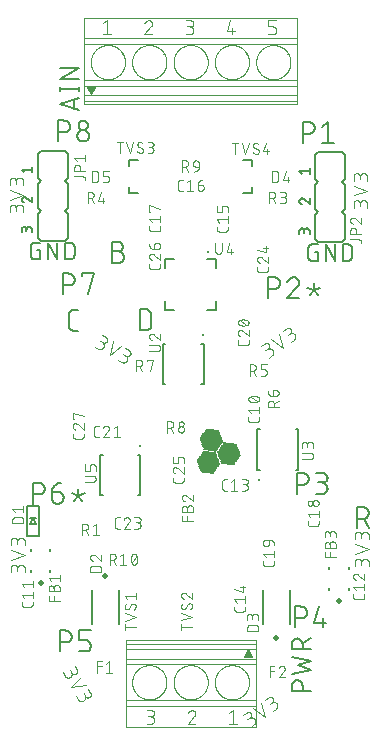
<source format=gbr>
G04 EAGLE Gerber RS-274X export*
G75*
%MOMM*%
%FSLAX34Y34*%
%LPD*%
%INSilkscreen Top*%
%IPPOS*%
%AMOC8*
5,1,8,0,0,1.08239X$1,22.5*%
G01*
%ADD10C,0.101600*%
%ADD11C,0.152400*%
%ADD12R,0.014731X0.014731*%
%ADD13R,0.147319X0.014731*%
%ADD14R,0.265175X0.014731*%
%ADD15R,0.383031X0.014731*%
%ADD16R,0.515619X0.014731*%
%ADD17R,0.633475X0.014731*%
%ADD18R,0.751331X0.014731*%
%ADD19R,0.883919X0.014731*%
%ADD20R,1.001775X0.014731*%
%ADD21R,1.119631X0.014731*%
%ADD22R,1.134363X0.014731*%
%ADD23R,1.149094X0.014731*%
%ADD24R,1.163825X0.014731*%
%ADD25R,1.178556X0.014731*%
%ADD26R,1.193288X0.014731*%
%ADD27R,1.222756X0.014731*%
%ADD28R,1.237488X0.014731*%
%ADD29R,1.266950X0.014731*%
%ADD30R,1.281681X0.014731*%
%ADD31R,1.311144X0.014731*%
%ADD32R,1.325881X0.014731*%
%ADD33R,1.355344X0.014731*%
%ADD34R,1.370075X0.014731*%
%ADD35R,1.384806X0.014731*%
%ADD36R,1.399538X0.014731*%
%ADD37R,1.414275X0.014731*%
%ADD38R,1.443738X0.014731*%
%ADD39R,1.458469X0.014731*%
%ADD40R,1.487931X0.014731*%
%ADD41R,1.502663X0.014731*%
%ADD42R,1.517394X0.014731*%
%ADD43R,1.532125X0.014731*%
%ADD44R,1.546856X0.014731*%
%ADD45R,1.576319X0.014731*%
%ADD46R,1.605788X0.014731*%
%ADD47R,1.620519X0.014731*%
%ADD48R,1.649981X0.014731*%
%ADD49R,1.664713X0.014731*%
%ADD50R,1.694175X0.014731*%
%ADD51R,1.708913X0.014731*%
%ADD52R,1.738375X0.014731*%
%ADD53R,1.753106X0.014731*%
%ADD54R,1.767838X0.014731*%
%ADD55R,1.782569X0.014731*%
%ADD56R,1.797306X0.014731*%
%ADD57R,0.117856X0.014731*%
%ADD58R,1.826769X0.014731*%
%ADD59R,0.235713X0.014731*%
%ADD60R,0.353569X0.014731*%
%ADD61R,1.856231X0.014731*%
%ADD62R,0.486156X0.014731*%
%ADD63R,1.870963X0.014731*%
%ADD64R,0.604013X0.014731*%
%ADD65R,0.721869X0.014731*%
%ADD66R,1.885694X0.014731*%
%ADD67R,0.839719X0.014731*%
%ADD68R,0.972306X0.014731*%
%ADD69R,1.090169X0.014731*%
%ADD70R,1.208025X0.014731*%
%ADD71R,1.252219X0.014731*%
%ADD72R,1.296412X0.014731*%
%ADD73R,1.340612X0.014731*%
%ADD74R,1.826763X0.014731*%
%ADD75R,1.414269X0.014731*%
%ADD76R,1.812031X0.014731*%
%ADD77R,1.429000X0.014731*%
%ADD78R,1.458462X0.014731*%
%ADD79R,1.473200X0.014731*%
%ADD80R,1.723644X0.014731*%
%ADD81R,1.694181X0.014731*%
%ADD82R,1.679450X0.014731*%
%ADD83R,1.561594X0.014731*%
%ADD84R,1.576325X0.014731*%
%ADD85R,1.591056X0.014731*%
%ADD86R,1.635250X0.014731*%
%ADD87R,1.561588X0.014731*%
%ADD88R,1.443731X0.014731*%
%ADD89R,1.797300X0.014731*%
%ADD90R,1.841500X0.014731*%
%ADD91R,1.311150X0.014731*%
%ADD92R,1.296419X0.014731*%
%ADD93R,1.193294X0.014731*%
%ADD94R,0.957575X0.014731*%
%ADD95R,0.589281X0.014731*%
%ADD96R,0.471425X0.014731*%
%ADD97R,0.220975X0.014731*%
%ADD98R,1.812038X0.014731*%
%ADD99R,0.103119X0.014731*%
%ADD100R,0.029463X0.014731*%
%ADD101R,0.162050X0.014731*%
%ADD102R,0.397763X0.014731*%
%ADD103R,0.648206X0.014731*%
%ADD104R,1.679444X0.014731*%
%ADD105R,1.016506X0.014731*%
%ADD106R,1.104900X0.014731*%
%ADD107R,1.222750X0.014731*%
%ADD108R,1.429006X0.014731*%
%ADD109R,1.208019X0.014731*%
%ADD110R,0.987044X0.014731*%
%ADD111R,0.854456X0.014731*%
%ADD112R,0.618744X0.014731*%
%ADD113R,0.500888X0.014731*%
%ADD114R,0.368300X0.014731*%
%ADD115R,0.132587X0.014731*%
%ADD116R,1.664719X0.014731*%
%ADD117R,1.075438X0.014731*%
%ADD118R,0.942844X0.014731*%
%ADD119R,0.707131X0.014731*%
%ADD120R,0.456694X0.014731*%
%ADD121R,0.088388X0.014731*%
%ADD122C,0.127000*%
%ADD123C,0.076200*%
%ADD124C,0.150000*%
%ADD125C,0.500000*%

G36*
X282092Y160152D02*
X282092Y160152D01*
X282114Y160150D01*
X282189Y160172D01*
X282267Y160187D01*
X282285Y160200D01*
X282306Y160206D01*
X282367Y160256D01*
X282432Y160300D01*
X282444Y160319D01*
X282462Y160333D01*
X282499Y160402D01*
X282542Y160468D01*
X282545Y160490D01*
X282556Y160509D01*
X282563Y160588D01*
X282577Y160665D01*
X282572Y160687D01*
X282574Y160709D01*
X282545Y160808D01*
X282534Y160861D01*
X282527Y160870D01*
X282524Y160882D01*
X279349Y167232D01*
X279307Y167285D01*
X279273Y167343D01*
X279246Y167363D01*
X279225Y167390D01*
X279167Y167423D01*
X279113Y167463D01*
X279080Y167471D01*
X279051Y167488D01*
X278984Y167495D01*
X278918Y167512D01*
X278885Y167507D01*
X278851Y167510D01*
X278787Y167491D01*
X278720Y167481D01*
X278691Y167463D01*
X278659Y167454D01*
X278607Y167411D01*
X278549Y167376D01*
X278527Y167347D01*
X278503Y167328D01*
X278480Y167284D01*
X278441Y167232D01*
X275266Y160882D01*
X275261Y160860D01*
X275248Y160842D01*
X275234Y160764D01*
X275214Y160688D01*
X275217Y160666D01*
X275213Y160645D01*
X275230Y160568D01*
X275240Y160490D01*
X275252Y160471D01*
X275256Y160449D01*
X275302Y160385D01*
X275342Y160317D01*
X275360Y160304D01*
X275372Y160286D01*
X275439Y160244D01*
X275502Y160197D01*
X275524Y160191D01*
X275543Y160180D01*
X275644Y160161D01*
X275697Y160148D01*
X275708Y160150D01*
X275720Y160148D01*
X282070Y160148D01*
X282092Y160152D01*
G37*
G36*
X145855Y636403D02*
X145855Y636403D01*
X145889Y636400D01*
X145954Y636419D01*
X146020Y636429D01*
X146049Y636447D01*
X146081Y636456D01*
X146133Y636499D01*
X146191Y636534D01*
X146213Y636563D01*
X146237Y636583D01*
X146260Y636626D01*
X146299Y636678D01*
X149474Y643028D01*
X149479Y643050D01*
X149492Y643068D01*
X149506Y643146D01*
X149526Y643222D01*
X149523Y643244D01*
X149527Y643265D01*
X149510Y643342D01*
X149500Y643420D01*
X149488Y643439D01*
X149484Y643461D01*
X149438Y643525D01*
X149398Y643593D01*
X149380Y643606D01*
X149368Y643624D01*
X149301Y643666D01*
X149238Y643713D01*
X149216Y643719D01*
X149197Y643730D01*
X149096Y643749D01*
X149043Y643762D01*
X149032Y643760D01*
X149020Y643762D01*
X142670Y643762D01*
X142648Y643758D01*
X142626Y643760D01*
X142551Y643738D01*
X142474Y643723D01*
X142455Y643710D01*
X142434Y643704D01*
X142373Y643654D01*
X142308Y643610D01*
X142296Y643591D01*
X142278Y643578D01*
X142241Y643508D01*
X142198Y643442D01*
X142195Y643420D01*
X142184Y643401D01*
X142177Y643322D01*
X142163Y643245D01*
X142168Y643223D01*
X142166Y643201D01*
X142195Y643102D01*
X142206Y643049D01*
X142213Y643040D01*
X142216Y643028D01*
X145391Y636678D01*
X145433Y636625D01*
X145467Y636567D01*
X145494Y636547D01*
X145515Y636520D01*
X145573Y636487D01*
X145627Y636447D01*
X145660Y636439D01*
X145690Y636422D01*
X145757Y636415D01*
X145822Y636398D01*
X145855Y636403D01*
G37*
D10*
X88302Y537264D02*
X88302Y540510D01*
X88300Y540623D01*
X88294Y540736D01*
X88284Y540849D01*
X88270Y540962D01*
X88253Y541074D01*
X88231Y541185D01*
X88206Y541295D01*
X88176Y541405D01*
X88143Y541513D01*
X88106Y541620D01*
X88066Y541726D01*
X88021Y541830D01*
X87973Y541933D01*
X87922Y542034D01*
X87867Y542133D01*
X87809Y542230D01*
X87747Y542325D01*
X87682Y542418D01*
X87614Y542508D01*
X87543Y542596D01*
X87468Y542682D01*
X87391Y542765D01*
X87311Y542845D01*
X87228Y542922D01*
X87142Y542997D01*
X87054Y543068D01*
X86964Y543136D01*
X86871Y543201D01*
X86776Y543263D01*
X86679Y543321D01*
X86580Y543376D01*
X86479Y543427D01*
X86376Y543475D01*
X86272Y543520D01*
X86166Y543560D01*
X86059Y543597D01*
X85951Y543630D01*
X85841Y543660D01*
X85731Y543685D01*
X85620Y543707D01*
X85508Y543724D01*
X85395Y543738D01*
X85282Y543748D01*
X85169Y543754D01*
X85056Y543756D01*
X84943Y543754D01*
X84830Y543748D01*
X84717Y543738D01*
X84604Y543724D01*
X84492Y543707D01*
X84381Y543685D01*
X84271Y543660D01*
X84161Y543630D01*
X84053Y543597D01*
X83946Y543560D01*
X83840Y543520D01*
X83736Y543475D01*
X83633Y543427D01*
X83532Y543376D01*
X83433Y543321D01*
X83336Y543263D01*
X83241Y543201D01*
X83148Y543136D01*
X83058Y543068D01*
X82970Y542997D01*
X82884Y542922D01*
X82801Y542845D01*
X82721Y542765D01*
X82644Y542682D01*
X82569Y542596D01*
X82498Y542508D01*
X82430Y542418D01*
X82365Y542325D01*
X82303Y542230D01*
X82245Y542133D01*
X82190Y542034D01*
X82139Y541933D01*
X82091Y541830D01*
X82046Y541726D01*
X82006Y541620D01*
X81969Y541513D01*
X81936Y541405D01*
X81906Y541295D01*
X81881Y541185D01*
X81859Y541074D01*
X81842Y540962D01*
X81828Y540849D01*
X81818Y540736D01*
X81812Y540623D01*
X81810Y540510D01*
X76618Y541159D02*
X76618Y537264D01*
X76618Y541159D02*
X76620Y541260D01*
X76626Y541360D01*
X76636Y541460D01*
X76649Y541560D01*
X76667Y541659D01*
X76688Y541758D01*
X76713Y541855D01*
X76742Y541952D01*
X76775Y542047D01*
X76811Y542141D01*
X76851Y542233D01*
X76894Y542324D01*
X76941Y542413D01*
X76991Y542500D01*
X77045Y542586D01*
X77102Y542669D01*
X77162Y542749D01*
X77225Y542828D01*
X77292Y542904D01*
X77361Y542977D01*
X77433Y543047D01*
X77507Y543115D01*
X77584Y543180D01*
X77664Y543241D01*
X77746Y543300D01*
X77830Y543355D01*
X77916Y543407D01*
X78004Y543456D01*
X78094Y543501D01*
X78186Y543543D01*
X78279Y543581D01*
X78374Y543615D01*
X78469Y543646D01*
X78566Y543673D01*
X78664Y543696D01*
X78763Y543716D01*
X78863Y543731D01*
X78963Y543743D01*
X79063Y543751D01*
X79164Y543755D01*
X79264Y543755D01*
X79365Y543751D01*
X79465Y543743D01*
X79565Y543731D01*
X79665Y543716D01*
X79764Y543696D01*
X79862Y543673D01*
X79959Y543646D01*
X80054Y543615D01*
X80149Y543581D01*
X80242Y543543D01*
X80334Y543501D01*
X80424Y543456D01*
X80512Y543407D01*
X80598Y543355D01*
X80682Y543300D01*
X80764Y543241D01*
X80844Y543180D01*
X80921Y543115D01*
X80995Y543047D01*
X81067Y542977D01*
X81136Y542904D01*
X81203Y542828D01*
X81266Y542749D01*
X81326Y542669D01*
X81383Y542586D01*
X81437Y542500D01*
X81487Y542413D01*
X81534Y542324D01*
X81577Y542233D01*
X81617Y542141D01*
X81653Y542047D01*
X81686Y541952D01*
X81715Y541855D01*
X81740Y541758D01*
X81761Y541659D01*
X81779Y541560D01*
X81792Y541460D01*
X81802Y541360D01*
X81808Y541260D01*
X81810Y541159D01*
X81811Y541159D02*
X81811Y538563D01*
X76618Y548045D02*
X88302Y551940D01*
X76618Y555835D01*
X88302Y560124D02*
X88302Y563370D01*
X88300Y563483D01*
X88294Y563596D01*
X88284Y563709D01*
X88270Y563822D01*
X88253Y563934D01*
X88231Y564045D01*
X88206Y564155D01*
X88176Y564265D01*
X88143Y564373D01*
X88106Y564480D01*
X88066Y564586D01*
X88021Y564690D01*
X87973Y564793D01*
X87922Y564894D01*
X87867Y564993D01*
X87809Y565090D01*
X87747Y565185D01*
X87682Y565278D01*
X87614Y565368D01*
X87543Y565456D01*
X87468Y565542D01*
X87391Y565625D01*
X87311Y565705D01*
X87228Y565782D01*
X87142Y565857D01*
X87054Y565928D01*
X86964Y565996D01*
X86871Y566061D01*
X86776Y566123D01*
X86679Y566181D01*
X86580Y566236D01*
X86479Y566287D01*
X86376Y566335D01*
X86272Y566380D01*
X86166Y566420D01*
X86059Y566457D01*
X85951Y566490D01*
X85841Y566520D01*
X85731Y566545D01*
X85620Y566567D01*
X85508Y566584D01*
X85395Y566598D01*
X85282Y566608D01*
X85169Y566614D01*
X85056Y566616D01*
X84943Y566614D01*
X84830Y566608D01*
X84717Y566598D01*
X84604Y566584D01*
X84492Y566567D01*
X84381Y566545D01*
X84271Y566520D01*
X84161Y566490D01*
X84053Y566457D01*
X83946Y566420D01*
X83840Y566380D01*
X83736Y566335D01*
X83633Y566287D01*
X83532Y566236D01*
X83433Y566181D01*
X83336Y566123D01*
X83241Y566061D01*
X83148Y565996D01*
X83058Y565928D01*
X82970Y565857D01*
X82884Y565782D01*
X82801Y565705D01*
X82721Y565625D01*
X82644Y565542D01*
X82569Y565456D01*
X82498Y565368D01*
X82430Y565278D01*
X82365Y565185D01*
X82303Y565090D01*
X82245Y564993D01*
X82190Y564894D01*
X82139Y564793D01*
X82091Y564690D01*
X82046Y564586D01*
X82006Y564480D01*
X81969Y564373D01*
X81936Y564265D01*
X81906Y564155D01*
X81881Y564045D01*
X81859Y563934D01*
X81842Y563822D01*
X81828Y563709D01*
X81818Y563596D01*
X81812Y563483D01*
X81810Y563370D01*
X76618Y564019D02*
X76618Y560124D01*
X76618Y564019D02*
X76620Y564120D01*
X76626Y564220D01*
X76636Y564320D01*
X76649Y564420D01*
X76667Y564519D01*
X76688Y564618D01*
X76713Y564715D01*
X76742Y564812D01*
X76775Y564907D01*
X76811Y565001D01*
X76851Y565093D01*
X76894Y565184D01*
X76941Y565273D01*
X76991Y565360D01*
X77045Y565446D01*
X77102Y565529D01*
X77162Y565609D01*
X77225Y565688D01*
X77292Y565764D01*
X77361Y565837D01*
X77433Y565907D01*
X77507Y565975D01*
X77584Y566040D01*
X77664Y566101D01*
X77746Y566160D01*
X77830Y566215D01*
X77916Y566267D01*
X78004Y566316D01*
X78094Y566361D01*
X78186Y566403D01*
X78279Y566441D01*
X78374Y566475D01*
X78469Y566506D01*
X78566Y566533D01*
X78664Y566556D01*
X78763Y566576D01*
X78863Y566591D01*
X78963Y566603D01*
X79063Y566611D01*
X79164Y566615D01*
X79264Y566615D01*
X79365Y566611D01*
X79465Y566603D01*
X79565Y566591D01*
X79665Y566576D01*
X79764Y566556D01*
X79862Y566533D01*
X79959Y566506D01*
X80054Y566475D01*
X80149Y566441D01*
X80242Y566403D01*
X80334Y566361D01*
X80424Y566316D01*
X80512Y566267D01*
X80598Y566215D01*
X80682Y566160D01*
X80764Y566101D01*
X80844Y566040D01*
X80921Y565975D01*
X80995Y565907D01*
X81067Y565837D01*
X81136Y565764D01*
X81203Y565688D01*
X81266Y565609D01*
X81326Y565529D01*
X81383Y565446D01*
X81437Y565360D01*
X81487Y565273D01*
X81534Y565184D01*
X81577Y565093D01*
X81617Y565001D01*
X81653Y564907D01*
X81686Y564812D01*
X81715Y564715D01*
X81740Y564618D01*
X81761Y564519D01*
X81779Y564420D01*
X81792Y564320D01*
X81802Y564220D01*
X81808Y564120D01*
X81810Y564019D01*
X81811Y564019D02*
X81811Y561423D01*
X283248Y103749D02*
X280589Y101887D01*
X283248Y103748D02*
X283339Y103815D01*
X283429Y103884D01*
X283516Y103957D01*
X283600Y104033D01*
X283681Y104112D01*
X283760Y104193D01*
X283836Y104277D01*
X283909Y104364D01*
X283978Y104454D01*
X284045Y104545D01*
X284108Y104639D01*
X284168Y104735D01*
X284225Y104833D01*
X284278Y104933D01*
X284328Y105035D01*
X284374Y105139D01*
X284416Y105244D01*
X284455Y105350D01*
X284490Y105458D01*
X284521Y105567D01*
X284549Y105677D01*
X284572Y105788D01*
X284592Y105899D01*
X284608Y106011D01*
X284620Y106124D01*
X284628Y106237D01*
X284632Y106350D01*
X284632Y106464D01*
X284628Y106577D01*
X284620Y106690D01*
X284608Y106803D01*
X284592Y106915D01*
X284572Y107026D01*
X284549Y107137D01*
X284521Y107247D01*
X284490Y107356D01*
X284455Y107464D01*
X284416Y107570D01*
X284374Y107675D01*
X284328Y107779D01*
X284278Y107881D01*
X284225Y107981D01*
X284168Y108079D01*
X284108Y108175D01*
X284045Y108269D01*
X283978Y108360D01*
X283909Y108450D01*
X283836Y108537D01*
X283760Y108621D01*
X283681Y108702D01*
X283600Y108781D01*
X283516Y108857D01*
X283429Y108930D01*
X283340Y108999D01*
X283248Y109066D01*
X283154Y109129D01*
X283058Y109189D01*
X282960Y109246D01*
X282860Y109299D01*
X282758Y109349D01*
X282654Y109395D01*
X282549Y109437D01*
X282443Y109476D01*
X282335Y109511D01*
X282226Y109542D01*
X282116Y109570D01*
X282005Y109593D01*
X281894Y109613D01*
X281782Y109629D01*
X281669Y109641D01*
X281556Y109649D01*
X281443Y109653D01*
X281329Y109653D01*
X281216Y109649D01*
X281103Y109641D01*
X280990Y109629D01*
X280878Y109613D01*
X280767Y109593D01*
X280656Y109570D01*
X280546Y109542D01*
X280437Y109511D01*
X280329Y109476D01*
X280223Y109437D01*
X280118Y109395D01*
X280014Y109349D01*
X279912Y109299D01*
X279812Y109246D01*
X279714Y109189D01*
X279618Y109129D01*
X279524Y109066D01*
X277078Y113692D02*
X273888Y111458D01*
X277078Y113692D02*
X277162Y113748D01*
X277247Y113801D01*
X277335Y113850D01*
X277424Y113896D01*
X277516Y113939D01*
X277609Y113978D01*
X277703Y114013D01*
X277798Y114045D01*
X277895Y114073D01*
X277993Y114097D01*
X278091Y114117D01*
X278191Y114134D01*
X278291Y114146D01*
X278391Y114155D01*
X278492Y114160D01*
X278592Y114161D01*
X278693Y114158D01*
X278793Y114151D01*
X278893Y114140D01*
X278993Y114126D01*
X279092Y114107D01*
X279190Y114085D01*
X279287Y114059D01*
X279384Y114029D01*
X279479Y113996D01*
X279572Y113959D01*
X279664Y113918D01*
X279755Y113873D01*
X279843Y113826D01*
X279930Y113774D01*
X280014Y113720D01*
X280097Y113662D01*
X280177Y113601D01*
X280255Y113537D01*
X280330Y113470D01*
X280403Y113401D01*
X280472Y113328D01*
X280539Y113253D01*
X280603Y113175D01*
X280664Y113095D01*
X280722Y113012D01*
X280776Y112928D01*
X280828Y112841D01*
X280875Y112753D01*
X280920Y112662D01*
X280961Y112570D01*
X280998Y112476D01*
X281031Y112382D01*
X281061Y112285D01*
X281087Y112188D01*
X281109Y112090D01*
X281128Y111991D01*
X281142Y111891D01*
X281153Y111791D01*
X281160Y111691D01*
X281163Y111590D01*
X281162Y111490D01*
X281157Y111389D01*
X281148Y111289D01*
X281136Y111189D01*
X281119Y111089D01*
X281099Y110991D01*
X281075Y110893D01*
X281047Y110796D01*
X281015Y110701D01*
X280980Y110607D01*
X280941Y110514D01*
X280898Y110422D01*
X280852Y110333D01*
X280803Y110245D01*
X280750Y110160D01*
X280694Y110076D01*
X280634Y109995D01*
X280572Y109916D01*
X280506Y109839D01*
X280438Y109765D01*
X280367Y109694D01*
X280293Y109626D01*
X280216Y109560D01*
X280137Y109498D01*
X280056Y109438D01*
X277930Y107949D01*
X282719Y117642D02*
X292611Y110304D01*
X289099Y122109D01*
X299315Y114999D02*
X301974Y116860D01*
X302065Y116927D01*
X302155Y116996D01*
X302242Y117069D01*
X302326Y117145D01*
X302407Y117224D01*
X302486Y117305D01*
X302562Y117389D01*
X302635Y117476D01*
X302704Y117566D01*
X302771Y117657D01*
X302834Y117751D01*
X302894Y117847D01*
X302951Y117945D01*
X303004Y118045D01*
X303054Y118147D01*
X303100Y118251D01*
X303142Y118356D01*
X303181Y118462D01*
X303216Y118570D01*
X303247Y118679D01*
X303275Y118789D01*
X303298Y118900D01*
X303318Y119011D01*
X303334Y119123D01*
X303346Y119236D01*
X303354Y119349D01*
X303358Y119462D01*
X303358Y119576D01*
X303354Y119689D01*
X303346Y119802D01*
X303334Y119915D01*
X303318Y120027D01*
X303298Y120138D01*
X303275Y120249D01*
X303247Y120359D01*
X303216Y120468D01*
X303181Y120576D01*
X303142Y120682D01*
X303100Y120787D01*
X303054Y120891D01*
X303004Y120993D01*
X302951Y121093D01*
X302894Y121191D01*
X302834Y121287D01*
X302771Y121381D01*
X302704Y121472D01*
X302635Y121562D01*
X302562Y121649D01*
X302486Y121733D01*
X302407Y121814D01*
X302326Y121893D01*
X302242Y121969D01*
X302155Y122042D01*
X302066Y122111D01*
X301974Y122178D01*
X301880Y122241D01*
X301784Y122301D01*
X301686Y122358D01*
X301586Y122411D01*
X301484Y122461D01*
X301380Y122507D01*
X301275Y122549D01*
X301169Y122588D01*
X301061Y122623D01*
X300952Y122654D01*
X300842Y122682D01*
X300731Y122705D01*
X300620Y122725D01*
X300508Y122741D01*
X300395Y122753D01*
X300282Y122761D01*
X300169Y122765D01*
X300055Y122765D01*
X299942Y122761D01*
X299829Y122753D01*
X299716Y122741D01*
X299604Y122725D01*
X299493Y122705D01*
X299382Y122682D01*
X299272Y122654D01*
X299163Y122623D01*
X299055Y122588D01*
X298949Y122549D01*
X298844Y122507D01*
X298740Y122461D01*
X298638Y122411D01*
X298538Y122358D01*
X298440Y122301D01*
X298344Y122241D01*
X298250Y122178D01*
X295804Y126804D02*
X292613Y124570D01*
X295804Y126804D02*
X295888Y126860D01*
X295973Y126913D01*
X296061Y126962D01*
X296150Y127008D01*
X296242Y127051D01*
X296335Y127090D01*
X296429Y127125D01*
X296524Y127157D01*
X296621Y127185D01*
X296719Y127209D01*
X296817Y127229D01*
X296917Y127246D01*
X297017Y127258D01*
X297117Y127267D01*
X297218Y127272D01*
X297318Y127273D01*
X297419Y127270D01*
X297519Y127263D01*
X297619Y127252D01*
X297719Y127238D01*
X297818Y127219D01*
X297916Y127197D01*
X298013Y127171D01*
X298110Y127141D01*
X298205Y127108D01*
X298298Y127071D01*
X298390Y127030D01*
X298481Y126985D01*
X298569Y126938D01*
X298656Y126886D01*
X298740Y126832D01*
X298823Y126774D01*
X298903Y126713D01*
X298981Y126649D01*
X299056Y126582D01*
X299129Y126513D01*
X299198Y126440D01*
X299265Y126365D01*
X299329Y126287D01*
X299390Y126207D01*
X299448Y126124D01*
X299502Y126040D01*
X299554Y125953D01*
X299601Y125865D01*
X299646Y125774D01*
X299687Y125682D01*
X299724Y125588D01*
X299757Y125494D01*
X299787Y125397D01*
X299813Y125300D01*
X299835Y125202D01*
X299854Y125103D01*
X299868Y125003D01*
X299879Y124903D01*
X299886Y124803D01*
X299889Y124702D01*
X299888Y124602D01*
X299883Y124501D01*
X299874Y124401D01*
X299862Y124301D01*
X299845Y124201D01*
X299825Y124103D01*
X299801Y124005D01*
X299773Y123908D01*
X299741Y123813D01*
X299706Y123719D01*
X299667Y123626D01*
X299624Y123534D01*
X299578Y123445D01*
X299529Y123357D01*
X299476Y123272D01*
X299420Y123188D01*
X299360Y123107D01*
X299298Y123028D01*
X299232Y122951D01*
X299164Y122877D01*
X299093Y122806D01*
X299019Y122738D01*
X298942Y122672D01*
X298863Y122610D01*
X298782Y122550D01*
X296655Y121061D01*
X123126Y144928D02*
X121503Y147738D01*
X123125Y144927D02*
X123183Y144830D01*
X123245Y144735D01*
X123310Y144642D01*
X123378Y144552D01*
X123449Y144464D01*
X123524Y144378D01*
X123601Y144295D01*
X123681Y144215D01*
X123764Y144138D01*
X123850Y144063D01*
X123938Y143992D01*
X124028Y143924D01*
X124121Y143859D01*
X124216Y143797D01*
X124313Y143739D01*
X124412Y143684D01*
X124513Y143633D01*
X124616Y143585D01*
X124720Y143540D01*
X124826Y143500D01*
X124933Y143463D01*
X125041Y143430D01*
X125151Y143400D01*
X125261Y143375D01*
X125372Y143353D01*
X125484Y143336D01*
X125597Y143322D01*
X125710Y143312D01*
X125823Y143306D01*
X125936Y143304D01*
X126049Y143306D01*
X126162Y143312D01*
X126275Y143322D01*
X126388Y143336D01*
X126500Y143353D01*
X126611Y143375D01*
X126721Y143400D01*
X126831Y143430D01*
X126939Y143463D01*
X127046Y143500D01*
X127152Y143540D01*
X127256Y143585D01*
X127359Y143633D01*
X127460Y143684D01*
X127559Y143739D01*
X127656Y143797D01*
X127751Y143859D01*
X127844Y143924D01*
X127934Y143992D01*
X128022Y144063D01*
X128108Y144138D01*
X128191Y144215D01*
X128271Y144295D01*
X128348Y144378D01*
X128423Y144464D01*
X128494Y144552D01*
X128562Y144642D01*
X128627Y144735D01*
X128689Y144830D01*
X128747Y144927D01*
X128802Y145026D01*
X128853Y145127D01*
X128901Y145230D01*
X128946Y145334D01*
X128986Y145440D01*
X129023Y145547D01*
X129056Y145655D01*
X129086Y145765D01*
X129111Y145875D01*
X129133Y145986D01*
X129150Y146098D01*
X129164Y146211D01*
X129174Y146324D01*
X129180Y146437D01*
X129182Y146550D01*
X129180Y146663D01*
X129174Y146776D01*
X129164Y146889D01*
X129150Y147002D01*
X129133Y147114D01*
X129111Y147225D01*
X129086Y147335D01*
X129056Y147445D01*
X129023Y147553D01*
X128986Y147660D01*
X128946Y147766D01*
X128901Y147870D01*
X128853Y147973D01*
X128802Y148074D01*
X128747Y148173D01*
X133569Y150207D02*
X131622Y153580D01*
X133569Y150208D02*
X133618Y150119D01*
X133663Y150029D01*
X133705Y149938D01*
X133743Y149844D01*
X133777Y149750D01*
X133808Y149654D01*
X133835Y149557D01*
X133858Y149459D01*
X133878Y149360D01*
X133893Y149260D01*
X133905Y149160D01*
X133913Y149060D01*
X133917Y148959D01*
X133917Y148859D01*
X133913Y148758D01*
X133905Y148658D01*
X133893Y148558D01*
X133878Y148458D01*
X133858Y148359D01*
X133835Y148261D01*
X133808Y148164D01*
X133777Y148068D01*
X133743Y147974D01*
X133705Y147880D01*
X133663Y147789D01*
X133618Y147699D01*
X133569Y147611D01*
X133517Y147524D01*
X133462Y147440D01*
X133403Y147358D01*
X133341Y147279D01*
X133277Y147201D01*
X133209Y147127D01*
X133138Y147055D01*
X133065Y146986D01*
X132989Y146920D01*
X132911Y146856D01*
X132830Y146796D01*
X132747Y146739D01*
X132662Y146686D01*
X132575Y146635D01*
X132486Y146588D01*
X132395Y146545D01*
X132302Y146505D01*
X132208Y146469D01*
X132113Y146436D01*
X132016Y146407D01*
X131919Y146382D01*
X131820Y146361D01*
X131721Y146343D01*
X131621Y146330D01*
X131521Y146320D01*
X131421Y146314D01*
X131320Y146312D01*
X131219Y146314D01*
X131119Y146320D01*
X131019Y146330D01*
X130919Y146343D01*
X130820Y146361D01*
X130721Y146382D01*
X130624Y146407D01*
X130527Y146436D01*
X130432Y146469D01*
X130338Y146505D01*
X130245Y146545D01*
X130154Y146588D01*
X130065Y146635D01*
X129978Y146686D01*
X129893Y146739D01*
X129810Y146796D01*
X129729Y146856D01*
X129651Y146920D01*
X129575Y146986D01*
X129502Y147055D01*
X129431Y147127D01*
X129363Y147201D01*
X129299Y147279D01*
X129237Y147358D01*
X129178Y147440D01*
X129123Y147524D01*
X129071Y147611D01*
X129072Y147611D02*
X127773Y149860D01*
X137012Y144244D02*
X128841Y135029D01*
X140907Y137498D01*
X132933Y127941D02*
X134556Y125130D01*
X134555Y125130D02*
X134613Y125033D01*
X134675Y124938D01*
X134740Y124845D01*
X134808Y124755D01*
X134879Y124667D01*
X134954Y124581D01*
X135031Y124498D01*
X135111Y124418D01*
X135194Y124341D01*
X135280Y124266D01*
X135368Y124195D01*
X135458Y124127D01*
X135551Y124062D01*
X135646Y124000D01*
X135743Y123942D01*
X135842Y123887D01*
X135943Y123836D01*
X136046Y123788D01*
X136150Y123743D01*
X136256Y123703D01*
X136363Y123666D01*
X136471Y123633D01*
X136581Y123603D01*
X136691Y123578D01*
X136802Y123556D01*
X136914Y123539D01*
X137027Y123525D01*
X137140Y123515D01*
X137253Y123509D01*
X137366Y123507D01*
X137479Y123509D01*
X137592Y123515D01*
X137705Y123525D01*
X137818Y123539D01*
X137930Y123556D01*
X138041Y123578D01*
X138151Y123603D01*
X138261Y123633D01*
X138369Y123666D01*
X138476Y123703D01*
X138582Y123743D01*
X138686Y123788D01*
X138789Y123836D01*
X138890Y123887D01*
X138989Y123942D01*
X139086Y124000D01*
X139181Y124062D01*
X139274Y124127D01*
X139364Y124195D01*
X139452Y124266D01*
X139538Y124341D01*
X139621Y124418D01*
X139701Y124498D01*
X139778Y124581D01*
X139853Y124667D01*
X139924Y124755D01*
X139992Y124845D01*
X140057Y124938D01*
X140119Y125033D01*
X140177Y125130D01*
X140232Y125229D01*
X140283Y125330D01*
X140331Y125433D01*
X140376Y125537D01*
X140416Y125643D01*
X140453Y125750D01*
X140486Y125858D01*
X140516Y125968D01*
X140541Y126078D01*
X140563Y126189D01*
X140580Y126301D01*
X140594Y126414D01*
X140604Y126527D01*
X140610Y126640D01*
X140612Y126753D01*
X140610Y126866D01*
X140604Y126979D01*
X140594Y127092D01*
X140580Y127205D01*
X140563Y127317D01*
X140541Y127428D01*
X140516Y127538D01*
X140486Y127648D01*
X140453Y127756D01*
X140416Y127863D01*
X140376Y127969D01*
X140331Y128073D01*
X140283Y128176D01*
X140232Y128277D01*
X140177Y128376D01*
X144999Y130410D02*
X143051Y133783D01*
X144999Y130411D02*
X145048Y130322D01*
X145093Y130232D01*
X145135Y130141D01*
X145173Y130047D01*
X145207Y129953D01*
X145238Y129857D01*
X145265Y129760D01*
X145288Y129662D01*
X145308Y129563D01*
X145323Y129463D01*
X145335Y129363D01*
X145343Y129263D01*
X145347Y129162D01*
X145347Y129062D01*
X145343Y128961D01*
X145335Y128861D01*
X145323Y128761D01*
X145308Y128661D01*
X145288Y128562D01*
X145265Y128464D01*
X145238Y128367D01*
X145207Y128271D01*
X145173Y128177D01*
X145135Y128083D01*
X145093Y127992D01*
X145048Y127902D01*
X144999Y127814D01*
X144947Y127727D01*
X144892Y127643D01*
X144833Y127561D01*
X144771Y127482D01*
X144707Y127404D01*
X144639Y127330D01*
X144568Y127258D01*
X144495Y127189D01*
X144419Y127123D01*
X144341Y127059D01*
X144260Y126999D01*
X144177Y126942D01*
X144092Y126889D01*
X144005Y126838D01*
X143916Y126791D01*
X143825Y126748D01*
X143732Y126708D01*
X143638Y126672D01*
X143543Y126639D01*
X143446Y126610D01*
X143349Y126585D01*
X143250Y126564D01*
X143151Y126546D01*
X143051Y126533D01*
X142951Y126523D01*
X142851Y126517D01*
X142750Y126515D01*
X142649Y126517D01*
X142549Y126523D01*
X142449Y126533D01*
X142349Y126546D01*
X142250Y126564D01*
X142151Y126585D01*
X142054Y126610D01*
X141957Y126639D01*
X141862Y126672D01*
X141768Y126708D01*
X141675Y126748D01*
X141584Y126791D01*
X141495Y126838D01*
X141408Y126889D01*
X141323Y126942D01*
X141240Y126999D01*
X141159Y127059D01*
X141081Y127123D01*
X141005Y127189D01*
X140932Y127258D01*
X140861Y127330D01*
X140793Y127404D01*
X140729Y127482D01*
X140667Y127561D01*
X140608Y127643D01*
X140553Y127727D01*
X140501Y127814D01*
X140502Y127814D02*
X139203Y130062D01*
X379562Y541074D02*
X379562Y544320D01*
X379560Y544433D01*
X379554Y544546D01*
X379544Y544659D01*
X379530Y544772D01*
X379513Y544884D01*
X379491Y544995D01*
X379466Y545105D01*
X379436Y545215D01*
X379403Y545323D01*
X379366Y545430D01*
X379326Y545536D01*
X379281Y545640D01*
X379233Y545743D01*
X379182Y545844D01*
X379127Y545943D01*
X379069Y546040D01*
X379007Y546135D01*
X378942Y546228D01*
X378874Y546318D01*
X378803Y546406D01*
X378728Y546492D01*
X378651Y546575D01*
X378571Y546655D01*
X378488Y546732D01*
X378402Y546807D01*
X378314Y546878D01*
X378224Y546946D01*
X378131Y547011D01*
X378036Y547073D01*
X377939Y547131D01*
X377840Y547186D01*
X377739Y547237D01*
X377636Y547285D01*
X377532Y547330D01*
X377426Y547370D01*
X377319Y547407D01*
X377211Y547440D01*
X377101Y547470D01*
X376991Y547495D01*
X376880Y547517D01*
X376768Y547534D01*
X376655Y547548D01*
X376542Y547558D01*
X376429Y547564D01*
X376316Y547566D01*
X376203Y547564D01*
X376090Y547558D01*
X375977Y547548D01*
X375864Y547534D01*
X375752Y547517D01*
X375641Y547495D01*
X375531Y547470D01*
X375421Y547440D01*
X375313Y547407D01*
X375206Y547370D01*
X375100Y547330D01*
X374996Y547285D01*
X374893Y547237D01*
X374792Y547186D01*
X374693Y547131D01*
X374596Y547073D01*
X374501Y547011D01*
X374408Y546946D01*
X374318Y546878D01*
X374230Y546807D01*
X374144Y546732D01*
X374061Y546655D01*
X373981Y546575D01*
X373904Y546492D01*
X373829Y546406D01*
X373758Y546318D01*
X373690Y546228D01*
X373625Y546135D01*
X373563Y546040D01*
X373505Y545943D01*
X373450Y545844D01*
X373399Y545743D01*
X373351Y545640D01*
X373306Y545536D01*
X373266Y545430D01*
X373229Y545323D01*
X373196Y545215D01*
X373166Y545105D01*
X373141Y544995D01*
X373119Y544884D01*
X373102Y544772D01*
X373088Y544659D01*
X373078Y544546D01*
X373072Y544433D01*
X373070Y544320D01*
X367878Y544969D02*
X367878Y541074D01*
X367878Y544969D02*
X367880Y545070D01*
X367886Y545170D01*
X367896Y545270D01*
X367909Y545370D01*
X367927Y545469D01*
X367948Y545568D01*
X367973Y545665D01*
X368002Y545762D01*
X368035Y545857D01*
X368071Y545951D01*
X368111Y546043D01*
X368154Y546134D01*
X368201Y546223D01*
X368251Y546310D01*
X368305Y546396D01*
X368362Y546479D01*
X368422Y546559D01*
X368485Y546638D01*
X368552Y546714D01*
X368621Y546787D01*
X368693Y546857D01*
X368767Y546925D01*
X368844Y546990D01*
X368924Y547051D01*
X369006Y547110D01*
X369090Y547165D01*
X369176Y547217D01*
X369264Y547266D01*
X369354Y547311D01*
X369446Y547353D01*
X369539Y547391D01*
X369634Y547425D01*
X369729Y547456D01*
X369826Y547483D01*
X369924Y547506D01*
X370023Y547526D01*
X370123Y547541D01*
X370223Y547553D01*
X370323Y547561D01*
X370424Y547565D01*
X370524Y547565D01*
X370625Y547561D01*
X370725Y547553D01*
X370825Y547541D01*
X370925Y547526D01*
X371024Y547506D01*
X371122Y547483D01*
X371219Y547456D01*
X371314Y547425D01*
X371409Y547391D01*
X371502Y547353D01*
X371594Y547311D01*
X371684Y547266D01*
X371772Y547217D01*
X371858Y547165D01*
X371942Y547110D01*
X372024Y547051D01*
X372104Y546990D01*
X372181Y546925D01*
X372255Y546857D01*
X372327Y546787D01*
X372396Y546714D01*
X372463Y546638D01*
X372526Y546559D01*
X372586Y546479D01*
X372643Y546396D01*
X372697Y546310D01*
X372747Y546223D01*
X372794Y546134D01*
X372837Y546043D01*
X372877Y545951D01*
X372913Y545857D01*
X372946Y545762D01*
X372975Y545665D01*
X373000Y545568D01*
X373021Y545469D01*
X373039Y545370D01*
X373052Y545270D01*
X373062Y545170D01*
X373068Y545070D01*
X373070Y544969D01*
X373071Y544969D02*
X373071Y542373D01*
X367878Y551855D02*
X379562Y555750D01*
X367878Y559645D01*
X379562Y563934D02*
X379562Y567180D01*
X379560Y567293D01*
X379554Y567406D01*
X379544Y567519D01*
X379530Y567632D01*
X379513Y567744D01*
X379491Y567855D01*
X379466Y567965D01*
X379436Y568075D01*
X379403Y568183D01*
X379366Y568290D01*
X379326Y568396D01*
X379281Y568500D01*
X379233Y568603D01*
X379182Y568704D01*
X379127Y568803D01*
X379069Y568900D01*
X379007Y568995D01*
X378942Y569088D01*
X378874Y569178D01*
X378803Y569266D01*
X378728Y569352D01*
X378651Y569435D01*
X378571Y569515D01*
X378488Y569592D01*
X378402Y569667D01*
X378314Y569738D01*
X378224Y569806D01*
X378131Y569871D01*
X378036Y569933D01*
X377939Y569991D01*
X377840Y570046D01*
X377739Y570097D01*
X377636Y570145D01*
X377532Y570190D01*
X377426Y570230D01*
X377319Y570267D01*
X377211Y570300D01*
X377101Y570330D01*
X376991Y570355D01*
X376880Y570377D01*
X376768Y570394D01*
X376655Y570408D01*
X376542Y570418D01*
X376429Y570424D01*
X376316Y570426D01*
X376203Y570424D01*
X376090Y570418D01*
X375977Y570408D01*
X375864Y570394D01*
X375752Y570377D01*
X375641Y570355D01*
X375531Y570330D01*
X375421Y570300D01*
X375313Y570267D01*
X375206Y570230D01*
X375100Y570190D01*
X374996Y570145D01*
X374893Y570097D01*
X374792Y570046D01*
X374693Y569991D01*
X374596Y569933D01*
X374501Y569871D01*
X374408Y569806D01*
X374318Y569738D01*
X374230Y569667D01*
X374144Y569592D01*
X374061Y569515D01*
X373981Y569435D01*
X373904Y569352D01*
X373829Y569266D01*
X373758Y569178D01*
X373690Y569088D01*
X373625Y568995D01*
X373563Y568900D01*
X373505Y568803D01*
X373450Y568704D01*
X373399Y568603D01*
X373351Y568500D01*
X373306Y568396D01*
X373266Y568290D01*
X373229Y568183D01*
X373196Y568075D01*
X373166Y567965D01*
X373141Y567855D01*
X373119Y567744D01*
X373102Y567632D01*
X373088Y567519D01*
X373078Y567406D01*
X373072Y567293D01*
X373070Y567180D01*
X367878Y567829D02*
X367878Y563934D01*
X367878Y567829D02*
X367880Y567930D01*
X367886Y568030D01*
X367896Y568130D01*
X367909Y568230D01*
X367927Y568329D01*
X367948Y568428D01*
X367973Y568525D01*
X368002Y568622D01*
X368035Y568717D01*
X368071Y568811D01*
X368111Y568903D01*
X368154Y568994D01*
X368201Y569083D01*
X368251Y569170D01*
X368305Y569256D01*
X368362Y569339D01*
X368422Y569419D01*
X368485Y569498D01*
X368552Y569574D01*
X368621Y569647D01*
X368693Y569717D01*
X368767Y569785D01*
X368844Y569850D01*
X368924Y569911D01*
X369006Y569970D01*
X369090Y570025D01*
X369176Y570077D01*
X369264Y570126D01*
X369354Y570171D01*
X369446Y570213D01*
X369539Y570251D01*
X369634Y570285D01*
X369729Y570316D01*
X369826Y570343D01*
X369924Y570366D01*
X370023Y570386D01*
X370123Y570401D01*
X370223Y570413D01*
X370323Y570421D01*
X370424Y570425D01*
X370524Y570425D01*
X370625Y570421D01*
X370725Y570413D01*
X370825Y570401D01*
X370925Y570386D01*
X371024Y570366D01*
X371122Y570343D01*
X371219Y570316D01*
X371314Y570285D01*
X371409Y570251D01*
X371502Y570213D01*
X371594Y570171D01*
X371684Y570126D01*
X371772Y570077D01*
X371858Y570025D01*
X371942Y569970D01*
X372024Y569911D01*
X372104Y569850D01*
X372181Y569785D01*
X372255Y569717D01*
X372327Y569647D01*
X372396Y569574D01*
X372463Y569498D01*
X372526Y569419D01*
X372586Y569339D01*
X372643Y569256D01*
X372697Y569170D01*
X372747Y569083D01*
X372794Y568994D01*
X372837Y568903D01*
X372877Y568811D01*
X372913Y568717D01*
X372946Y568622D01*
X372975Y568525D01*
X373000Y568428D01*
X373021Y568329D01*
X373039Y568230D01*
X373052Y568130D01*
X373062Y568030D01*
X373068Y567930D01*
X373070Y567829D01*
X373071Y567829D02*
X373071Y565233D01*
D11*
X324984Y596040D02*
X324984Y613820D01*
X329923Y613820D01*
X330063Y613818D01*
X330202Y613812D01*
X330342Y613802D01*
X330481Y613788D01*
X330620Y613771D01*
X330758Y613749D01*
X330895Y613723D01*
X331032Y613694D01*
X331168Y613661D01*
X331302Y613624D01*
X331436Y613583D01*
X331568Y613538D01*
X331700Y613489D01*
X331829Y613437D01*
X331957Y613382D01*
X332084Y613322D01*
X332209Y613259D01*
X332332Y613193D01*
X332453Y613123D01*
X332572Y613050D01*
X332689Y612973D01*
X332803Y612893D01*
X332916Y612810D01*
X333026Y612724D01*
X333133Y612634D01*
X333238Y612542D01*
X333340Y612447D01*
X333440Y612349D01*
X333537Y612248D01*
X333631Y612144D01*
X333721Y612038D01*
X333809Y611929D01*
X333894Y611818D01*
X333975Y611704D01*
X334054Y611589D01*
X334129Y611471D01*
X334200Y611351D01*
X334268Y611228D01*
X334333Y611105D01*
X334394Y610979D01*
X334452Y610851D01*
X334506Y610723D01*
X334556Y610592D01*
X334603Y610460D01*
X334646Y610327D01*
X334685Y610193D01*
X334720Y610058D01*
X334751Y609922D01*
X334779Y609784D01*
X334802Y609647D01*
X334822Y609508D01*
X334838Y609369D01*
X334850Y609230D01*
X334858Y609091D01*
X334862Y608951D01*
X334862Y608811D01*
X334858Y608671D01*
X334850Y608532D01*
X334838Y608393D01*
X334822Y608254D01*
X334802Y608115D01*
X334779Y607978D01*
X334751Y607840D01*
X334720Y607704D01*
X334685Y607569D01*
X334646Y607435D01*
X334603Y607302D01*
X334556Y607170D01*
X334506Y607039D01*
X334452Y606911D01*
X334394Y606783D01*
X334333Y606657D01*
X334268Y606534D01*
X334200Y606412D01*
X334129Y606291D01*
X334054Y606173D01*
X333975Y606058D01*
X333894Y605944D01*
X333809Y605833D01*
X333721Y605724D01*
X333631Y605618D01*
X333537Y605514D01*
X333440Y605413D01*
X333340Y605315D01*
X333238Y605220D01*
X333133Y605128D01*
X333026Y605038D01*
X332916Y604952D01*
X332803Y604869D01*
X332689Y604789D01*
X332572Y604712D01*
X332453Y604639D01*
X332332Y604569D01*
X332209Y604503D01*
X332084Y604440D01*
X331957Y604380D01*
X331829Y604325D01*
X331700Y604273D01*
X331568Y604224D01*
X331436Y604179D01*
X331302Y604138D01*
X331168Y604101D01*
X331032Y604068D01*
X330895Y604039D01*
X330758Y604013D01*
X330620Y603991D01*
X330481Y603974D01*
X330342Y603960D01*
X330202Y603950D01*
X330063Y603944D01*
X329923Y603942D01*
X324984Y603942D01*
X340979Y609869D02*
X345918Y613820D01*
X345918Y596040D01*
X350856Y596040D02*
X340979Y596040D01*
X295762Y482440D02*
X295762Y464660D01*
X295762Y482440D02*
X300701Y482440D01*
X300841Y482438D01*
X300980Y482432D01*
X301120Y482422D01*
X301259Y482408D01*
X301398Y482391D01*
X301536Y482369D01*
X301673Y482343D01*
X301810Y482314D01*
X301946Y482281D01*
X302080Y482244D01*
X302214Y482203D01*
X302346Y482158D01*
X302478Y482109D01*
X302607Y482057D01*
X302735Y482002D01*
X302862Y481942D01*
X302987Y481879D01*
X303110Y481813D01*
X303231Y481743D01*
X303350Y481670D01*
X303467Y481593D01*
X303581Y481513D01*
X303694Y481430D01*
X303804Y481344D01*
X303911Y481254D01*
X304016Y481162D01*
X304118Y481067D01*
X304218Y480969D01*
X304315Y480868D01*
X304409Y480764D01*
X304499Y480658D01*
X304587Y480549D01*
X304672Y480438D01*
X304753Y480324D01*
X304832Y480209D01*
X304907Y480091D01*
X304978Y479971D01*
X305046Y479848D01*
X305111Y479725D01*
X305172Y479599D01*
X305230Y479471D01*
X305284Y479343D01*
X305334Y479212D01*
X305381Y479080D01*
X305424Y478947D01*
X305463Y478813D01*
X305498Y478678D01*
X305529Y478542D01*
X305557Y478404D01*
X305580Y478267D01*
X305600Y478128D01*
X305616Y477989D01*
X305628Y477850D01*
X305636Y477711D01*
X305640Y477571D01*
X305640Y477431D01*
X305636Y477291D01*
X305628Y477152D01*
X305616Y477013D01*
X305600Y476874D01*
X305580Y476735D01*
X305557Y476598D01*
X305529Y476460D01*
X305498Y476324D01*
X305463Y476189D01*
X305424Y476055D01*
X305381Y475922D01*
X305334Y475790D01*
X305284Y475659D01*
X305230Y475531D01*
X305172Y475403D01*
X305111Y475277D01*
X305046Y475154D01*
X304978Y475032D01*
X304907Y474911D01*
X304832Y474793D01*
X304753Y474678D01*
X304672Y474564D01*
X304587Y474453D01*
X304499Y474344D01*
X304409Y474238D01*
X304315Y474134D01*
X304218Y474033D01*
X304118Y473935D01*
X304016Y473840D01*
X303911Y473748D01*
X303804Y473658D01*
X303694Y473572D01*
X303581Y473489D01*
X303467Y473409D01*
X303350Y473332D01*
X303231Y473259D01*
X303110Y473189D01*
X302987Y473123D01*
X302862Y473060D01*
X302735Y473000D01*
X302607Y472945D01*
X302478Y472893D01*
X302346Y472844D01*
X302214Y472799D01*
X302080Y472758D01*
X301946Y472721D01*
X301810Y472688D01*
X301673Y472659D01*
X301536Y472633D01*
X301398Y472611D01*
X301259Y472594D01*
X301120Y472580D01*
X300980Y472570D01*
X300841Y472564D01*
X300701Y472562D01*
X295762Y472562D01*
X317190Y482440D02*
X317322Y482438D01*
X317453Y482432D01*
X317585Y482422D01*
X317716Y482409D01*
X317846Y482391D01*
X317976Y482370D01*
X318106Y482345D01*
X318234Y482316D01*
X318362Y482283D01*
X318488Y482246D01*
X318614Y482206D01*
X318738Y482162D01*
X318861Y482114D01*
X318982Y482063D01*
X319102Y482008D01*
X319220Y481950D01*
X319336Y481888D01*
X319450Y481822D01*
X319563Y481754D01*
X319673Y481682D01*
X319781Y481607D01*
X319887Y481528D01*
X319991Y481447D01*
X320092Y481362D01*
X320190Y481275D01*
X320286Y481184D01*
X320379Y481091D01*
X320470Y480995D01*
X320557Y480897D01*
X320642Y480796D01*
X320723Y480692D01*
X320802Y480586D01*
X320877Y480478D01*
X320949Y480368D01*
X321017Y480255D01*
X321083Y480141D01*
X321145Y480025D01*
X321203Y479907D01*
X321258Y479787D01*
X321309Y479666D01*
X321357Y479543D01*
X321401Y479419D01*
X321441Y479293D01*
X321478Y479167D01*
X321511Y479039D01*
X321540Y478911D01*
X321565Y478781D01*
X321586Y478651D01*
X321604Y478521D01*
X321617Y478390D01*
X321627Y478258D01*
X321633Y478127D01*
X321635Y477995D01*
X317190Y482440D02*
X317040Y482438D01*
X316891Y482432D01*
X316742Y482422D01*
X316593Y482409D01*
X316444Y482391D01*
X316296Y482370D01*
X316148Y482344D01*
X316002Y482315D01*
X315856Y482282D01*
X315711Y482245D01*
X315567Y482204D01*
X315424Y482160D01*
X315282Y482112D01*
X315142Y482060D01*
X315003Y482005D01*
X314865Y481946D01*
X314730Y481883D01*
X314595Y481817D01*
X314463Y481747D01*
X314333Y481674D01*
X314204Y481597D01*
X314077Y481517D01*
X313953Y481434D01*
X313831Y481348D01*
X313711Y481258D01*
X313594Y481165D01*
X313479Y481070D01*
X313366Y480971D01*
X313256Y480869D01*
X313149Y480765D01*
X313045Y480658D01*
X312943Y480548D01*
X312845Y480435D01*
X312749Y480320D01*
X312657Y480202D01*
X312567Y480082D01*
X312481Y479960D01*
X312398Y479836D01*
X312318Y479709D01*
X312242Y479581D01*
X312169Y479450D01*
X312099Y479317D01*
X312033Y479183D01*
X311971Y479047D01*
X311912Y478910D01*
X311856Y478771D01*
X311805Y478630D01*
X311757Y478489D01*
X320153Y474538D02*
X320249Y474631D01*
X320341Y474727D01*
X320431Y474826D01*
X320518Y474927D01*
X320603Y475030D01*
X320684Y475135D01*
X320762Y475243D01*
X320837Y475353D01*
X320910Y475465D01*
X320979Y475579D01*
X321045Y475695D01*
X321107Y475813D01*
X321166Y475932D01*
X321222Y476053D01*
X321275Y476176D01*
X321324Y476300D01*
X321369Y476425D01*
X321412Y476552D01*
X321450Y476679D01*
X321485Y476808D01*
X321516Y476937D01*
X321544Y477068D01*
X321568Y477199D01*
X321589Y477331D01*
X321605Y477463D01*
X321618Y477596D01*
X321628Y477729D01*
X321633Y477862D01*
X321635Y477995D01*
X320153Y474538D02*
X311757Y464660D01*
X321635Y464660D01*
X334005Y471574D02*
X334005Y477501D01*
X334005Y471574D02*
X337462Y467129D01*
X334005Y471574D02*
X330548Y467129D01*
X334005Y471574D02*
X339438Y473550D01*
X334005Y471574D02*
X328572Y473550D01*
D12*
X248752Y315829D03*
D13*
X248237Y315976D03*
D14*
X247647Y316123D03*
D15*
X247206Y316271D03*
D16*
X246690Y316418D03*
D17*
X246248Y316565D03*
D18*
X245659Y316713D03*
D19*
X245143Y316860D03*
D20*
X244701Y317007D03*
D21*
X244259Y317155D03*
D22*
X244185Y317302D03*
D23*
X244259Y317449D03*
D24*
X244333Y317597D03*
D25*
X244259Y317744D03*
D26*
X244333Y317891D03*
D27*
X244333Y318038D03*
D28*
X244406Y318186D03*
X244406Y318333D03*
D29*
X244406Y318480D03*
D30*
X244480Y318628D03*
D31*
X244480Y318775D03*
X244480Y318922D03*
D32*
X244554Y319070D03*
D33*
X244554Y319217D03*
D34*
X244627Y319364D03*
D35*
X244554Y319512D03*
D36*
X244627Y319659D03*
D37*
X244701Y319806D03*
D38*
X244701Y319954D03*
X244701Y320101D03*
D39*
X244775Y320248D03*
D40*
X244775Y320396D03*
D41*
X244848Y320543D03*
D42*
X244775Y320690D03*
D43*
X244848Y320838D03*
D44*
X244922Y320985D03*
D45*
X244922Y321132D03*
X244922Y321280D03*
D46*
X244922Y321427D03*
D47*
X244996Y321574D03*
X244996Y321721D03*
D48*
X244996Y321869D03*
D49*
X245069Y322016D03*
D50*
X245069Y322163D03*
X245069Y322311D03*
D51*
X245143Y322458D03*
D52*
X245143Y322605D03*
D53*
X245217Y322753D03*
D54*
X245143Y322900D03*
D55*
X245217Y323047D03*
D56*
X245290Y323195D03*
D57*
X265768Y323195D03*
D58*
X245290Y323342D03*
D59*
X265179Y323342D03*
D58*
X245290Y323489D03*
D60*
X264737Y323489D03*
D61*
X245290Y323637D03*
D62*
X264221Y323637D03*
D63*
X245364Y323784D03*
D64*
X263779Y323784D03*
D63*
X245364Y323931D03*
D65*
X263190Y323931D03*
D66*
X245290Y324079D03*
D67*
X262748Y324079D03*
D66*
X245290Y324226D03*
D68*
X262232Y324226D03*
D63*
X245217Y324373D03*
D69*
X261790Y324373D03*
D66*
X245143Y324521D03*
D21*
X261643Y324521D03*
D66*
X245143Y324668D03*
D23*
X261643Y324668D03*
D66*
X244996Y324815D03*
D24*
X261717Y324815D03*
D66*
X244996Y324963D03*
D25*
X261790Y324963D03*
D63*
X244922Y325110D03*
D26*
X261717Y325110D03*
D66*
X244848Y325257D03*
D70*
X261790Y325257D03*
D66*
X244848Y325404D03*
D28*
X261790Y325404D03*
D66*
X244701Y325552D03*
D71*
X261864Y325552D03*
D66*
X244701Y325699D03*
D71*
X261864Y325699D03*
D63*
X244627Y325846D03*
D30*
X261864Y325846D03*
D66*
X244554Y325994D03*
D72*
X261938Y325994D03*
D66*
X244554Y326141D03*
D32*
X261938Y326141D03*
D66*
X244406Y326288D03*
D32*
X261938Y326288D03*
D66*
X244406Y326436D03*
D73*
X262011Y326436D03*
D63*
X244333Y326583D03*
D34*
X262011Y326583D03*
D61*
X244406Y326730D03*
D35*
X262085Y326730D03*
D61*
X244406Y326878D03*
D36*
X262011Y326878D03*
D74*
X244406Y327025D03*
D75*
X262085Y327025D03*
D76*
X244480Y327172D03*
D77*
X262158Y327172D03*
D55*
X244480Y327320D03*
D78*
X262158Y327320D03*
D55*
X244480Y327467D03*
D78*
X262158Y327467D03*
D54*
X244554Y327614D03*
D79*
X262232Y327614D03*
D52*
X244554Y327762D03*
D41*
X262232Y327762D03*
D80*
X244627Y327909D03*
D41*
X262232Y327909D03*
D51*
X244554Y328056D03*
D43*
X262232Y328056D03*
D81*
X244627Y328204D03*
D44*
X262306Y328204D03*
D82*
X244701Y328351D03*
D83*
X262379Y328351D03*
D48*
X244701Y328498D03*
D84*
X262306Y328498D03*
D48*
X244701Y328646D03*
D85*
X262379Y328646D03*
D86*
X244775Y328793D03*
D47*
X262379Y328793D03*
D46*
X244775Y328940D03*
D86*
X262453Y328940D03*
D46*
X244775Y329087D03*
D86*
X262453Y329087D03*
D84*
X244775Y329235D03*
D49*
X262453Y329235D03*
D87*
X244848Y329382D03*
D82*
X262527Y329382D03*
D44*
X244922Y329529D03*
D51*
X262527Y329529D03*
D43*
X244848Y329677D03*
D51*
X262527Y329677D03*
D42*
X244922Y329824D03*
D80*
X262600Y329824D03*
D40*
X244922Y329971D03*
D53*
X262600Y329971D03*
D79*
X244996Y330119D03*
D54*
X262674Y330119D03*
D79*
X244996Y330266D03*
D55*
X262600Y330266D03*
D88*
X244996Y330413D03*
D89*
X262674Y330413D03*
D77*
X245069Y330561D03*
D76*
X262748Y330561D03*
D36*
X245069Y330708D03*
D90*
X262748Y330708D03*
D36*
X245069Y330855D03*
D90*
X262748Y330855D03*
D35*
X245143Y331003D03*
D63*
X262748Y331003D03*
D33*
X245143Y331150D03*
D66*
X262821Y331150D03*
D73*
X245217Y331297D03*
D63*
X262748Y331297D03*
D32*
X245143Y331445D03*
D66*
X262674Y331445D03*
D91*
X245217Y331592D03*
D66*
X262674Y331592D03*
D92*
X245290Y331739D03*
D63*
X262600Y331739D03*
D29*
X245290Y331887D03*
D66*
X262527Y331887D03*
D29*
X245290Y332034D03*
D66*
X262527Y332034D03*
D71*
X245364Y332181D03*
D66*
X262379Y332181D03*
D27*
X245364Y332329D03*
D66*
X262379Y332329D03*
D70*
X245438Y332476D03*
D63*
X262306Y332476D03*
D93*
X245364Y332623D03*
D66*
X262232Y332623D03*
D25*
X245438Y332770D03*
D66*
X262232Y332770D03*
D24*
X245511Y332918D03*
D66*
X262085Y332918D03*
D23*
X245438Y333065D03*
D66*
X262085Y333065D03*
D22*
X245511Y333212D03*
D63*
X262011Y333212D03*
D69*
X245438Y333360D03*
D66*
X261938Y333360D03*
D94*
X244922Y333507D03*
D66*
X261938Y333507D03*
D67*
X244333Y333654D03*
D66*
X261790Y333654D03*
D65*
X243891Y333802D03*
D66*
X261790Y333802D03*
D95*
X243375Y333949D03*
D61*
X261790Y333949D03*
D96*
X242933Y334096D03*
D90*
X261864Y334096D03*
D60*
X242344Y334244D03*
D90*
X261864Y334244D03*
D97*
X241828Y334391D03*
D98*
X261864Y334391D03*
D99*
X241386Y334538D03*
D56*
X261938Y334538D03*
D100*
X251183Y334686D03*
D55*
X261864Y334686D03*
D101*
X250668Y334833D03*
D54*
X261938Y334833D03*
D14*
X250152Y334980D03*
D53*
X262011Y334980D03*
D102*
X249636Y335128D03*
D80*
X262011Y335128D03*
D16*
X249194Y335275D03*
D80*
X262011Y335275D03*
D103*
X248679Y335422D03*
D81*
X262011Y335422D03*
D18*
X248163Y335570D03*
D104*
X262085Y335570D03*
D19*
X247647Y335717D03*
D49*
X262158Y335717D03*
D105*
X247132Y335864D03*
D48*
X262085Y335864D03*
D106*
X246690Y336012D03*
D86*
X262158Y336012D03*
D22*
X246690Y336159D03*
D47*
X262232Y336159D03*
D23*
X246764Y336306D03*
D85*
X262232Y336306D03*
D24*
X246837Y336453D03*
D85*
X262232Y336453D03*
D25*
X246764Y336601D03*
D87*
X262232Y336601D03*
D26*
X246837Y336748D03*
D44*
X262306Y336748D03*
D107*
X246837Y336895D03*
D43*
X262379Y336895D03*
D28*
X246911Y337043D03*
D42*
X262306Y337043D03*
D28*
X246911Y337190D03*
D41*
X262379Y337190D03*
D29*
X246911Y337337D03*
D79*
X262379Y337337D03*
D30*
X246985Y337485D03*
D39*
X262453Y337485D03*
D31*
X246985Y337632D03*
D39*
X262453Y337632D03*
D31*
X246985Y337779D03*
D108*
X262453Y337779D03*
D32*
X247058Y337927D03*
D75*
X262527Y337927D03*
D33*
X247058Y338074D03*
D35*
X262527Y338074D03*
D34*
X247132Y338221D03*
D35*
X262527Y338221D03*
X247058Y338369D03*
D34*
X262600Y338369D03*
D36*
X247132Y338516D03*
D73*
X262600Y338516D03*
D75*
X247206Y338663D03*
D73*
X262600Y338663D03*
D38*
X247206Y338811D03*
D91*
X262600Y338811D03*
D38*
X247206Y338958D03*
D72*
X262674Y338958D03*
D79*
X247206Y339105D03*
D30*
X262748Y339105D03*
D40*
X247279Y339253D03*
D29*
X262674Y339253D03*
D41*
X247353Y339400D03*
D71*
X262748Y339400D03*
D42*
X247279Y339547D03*
D27*
X262748Y339547D03*
D43*
X247353Y339695D03*
D109*
X262821Y339695D03*
D87*
X247353Y339842D03*
D109*
X262821Y339842D03*
D45*
X247426Y339989D03*
D25*
X262821Y339989D03*
D45*
X247426Y340136D03*
D24*
X262895Y340136D03*
D46*
X247426Y340284D03*
D23*
X262969Y340284D03*
D47*
X247500Y340431D03*
D22*
X262895Y340431D03*
D47*
X247500Y340578D03*
D106*
X262895Y340578D03*
D48*
X247500Y340726D03*
D110*
X262453Y340726D03*
D49*
X247574Y340873D03*
D111*
X261938Y340873D03*
D50*
X247574Y341020D03*
D18*
X261422Y341020D03*
D50*
X247574Y341168D03*
D112*
X260906Y341168D03*
D51*
X247647Y341315D03*
D113*
X260464Y341315D03*
D52*
X247647Y341462D03*
D114*
X259949Y341462D03*
D53*
X247721Y341610D03*
D14*
X259433Y341610D03*
D54*
X247647Y341757D03*
D115*
X258917Y341757D03*
D55*
X247721Y341904D03*
D12*
X258475Y341904D03*
D56*
X247795Y342052D03*
D58*
X247795Y342199D03*
X247795Y342346D03*
D61*
X247795Y342494D03*
D63*
X247868Y342641D03*
X247868Y342788D03*
D66*
X247795Y342936D03*
X247795Y343083D03*
X247647Y343230D03*
X247647Y343378D03*
D63*
X247574Y343525D03*
D66*
X247500Y343672D03*
X247500Y343819D03*
X247353Y343967D03*
X247353Y344114D03*
D63*
X247279Y344261D03*
D66*
X247206Y344409D03*
X247206Y344556D03*
D63*
X247132Y344703D03*
D66*
X247058Y344851D03*
X247058Y344998D03*
X246911Y345145D03*
X246911Y345293D03*
D63*
X246837Y345440D03*
D61*
X246911Y345587D03*
X246911Y345735D03*
D74*
X246911Y345882D03*
D76*
X246985Y346029D03*
D55*
X246985Y346177D03*
X246985Y346324D03*
D54*
X247058Y346471D03*
D52*
X247058Y346619D03*
D80*
X247132Y346766D03*
D51*
X247058Y346913D03*
D81*
X247132Y347061D03*
D82*
X247206Y347208D03*
D116*
X247132Y347355D03*
D48*
X247206Y347502D03*
D47*
X247206Y347650D03*
D46*
X247279Y347797D03*
X247279Y347944D03*
D84*
X247279Y348092D03*
D87*
X247353Y348239D03*
D43*
X247353Y348386D03*
X247353Y348534D03*
D42*
X247426Y348681D03*
D40*
X247426Y348828D03*
D79*
X247500Y348976D03*
X247500Y349123D03*
D88*
X247500Y349270D03*
D77*
X247574Y349418D03*
D36*
X247574Y349565D03*
X247574Y349712D03*
D35*
X247647Y349860D03*
D33*
X247647Y350007D03*
D73*
X247721Y350154D03*
D32*
X247647Y350302D03*
D91*
X247721Y350449D03*
D92*
X247795Y350596D03*
D29*
X247795Y350744D03*
X247795Y350891D03*
D28*
X247795Y351038D03*
D27*
X247868Y351185D03*
D70*
X247942Y351333D03*
D93*
X247868Y351480D03*
D25*
X247942Y351627D03*
D23*
X247942Y351775D03*
X247942Y351922D03*
D22*
X248016Y352069D03*
D117*
X247868Y352217D03*
D118*
X247353Y352364D03*
D67*
X246837Y352511D03*
D119*
X246322Y352659D03*
D95*
X245880Y352806D03*
D120*
X245364Y352953D03*
D60*
X244848Y353101D03*
D97*
X244333Y353248D03*
D121*
X243817Y353395D03*
D11*
X96372Y308450D02*
X96372Y290670D01*
X96372Y308450D02*
X101311Y308450D01*
X101451Y308448D01*
X101590Y308442D01*
X101730Y308432D01*
X101869Y308418D01*
X102008Y308401D01*
X102146Y308379D01*
X102283Y308353D01*
X102420Y308324D01*
X102556Y308291D01*
X102690Y308254D01*
X102824Y308213D01*
X102956Y308168D01*
X103088Y308119D01*
X103217Y308067D01*
X103345Y308012D01*
X103472Y307952D01*
X103597Y307889D01*
X103720Y307823D01*
X103841Y307753D01*
X103960Y307680D01*
X104077Y307603D01*
X104191Y307523D01*
X104304Y307440D01*
X104414Y307354D01*
X104521Y307264D01*
X104626Y307172D01*
X104728Y307077D01*
X104828Y306979D01*
X104925Y306878D01*
X105019Y306774D01*
X105109Y306668D01*
X105197Y306559D01*
X105282Y306448D01*
X105363Y306334D01*
X105442Y306219D01*
X105517Y306101D01*
X105588Y305981D01*
X105656Y305858D01*
X105721Y305735D01*
X105782Y305609D01*
X105840Y305481D01*
X105894Y305353D01*
X105944Y305222D01*
X105991Y305090D01*
X106034Y304957D01*
X106073Y304823D01*
X106108Y304688D01*
X106139Y304552D01*
X106167Y304414D01*
X106190Y304277D01*
X106210Y304138D01*
X106226Y303999D01*
X106238Y303860D01*
X106246Y303721D01*
X106250Y303581D01*
X106250Y303441D01*
X106246Y303301D01*
X106238Y303162D01*
X106226Y303023D01*
X106210Y302884D01*
X106190Y302745D01*
X106167Y302608D01*
X106139Y302470D01*
X106108Y302334D01*
X106073Y302199D01*
X106034Y302065D01*
X105991Y301932D01*
X105944Y301800D01*
X105894Y301669D01*
X105840Y301541D01*
X105782Y301413D01*
X105721Y301287D01*
X105656Y301164D01*
X105588Y301042D01*
X105517Y300921D01*
X105442Y300803D01*
X105363Y300688D01*
X105282Y300574D01*
X105197Y300463D01*
X105109Y300354D01*
X105019Y300248D01*
X104925Y300144D01*
X104828Y300043D01*
X104728Y299945D01*
X104626Y299850D01*
X104521Y299758D01*
X104414Y299668D01*
X104304Y299582D01*
X104191Y299499D01*
X104077Y299419D01*
X103960Y299342D01*
X103841Y299269D01*
X103720Y299199D01*
X103597Y299133D01*
X103472Y299070D01*
X103345Y299010D01*
X103217Y298955D01*
X103088Y298903D01*
X102956Y298854D01*
X102824Y298809D01*
X102690Y298768D01*
X102556Y298731D01*
X102420Y298698D01*
X102283Y298669D01*
X102146Y298643D01*
X102008Y298621D01*
X101869Y298604D01*
X101730Y298590D01*
X101590Y298580D01*
X101451Y298574D01*
X101311Y298572D01*
X96372Y298572D01*
X112367Y300548D02*
X118294Y300548D01*
X118418Y300546D01*
X118542Y300540D01*
X118666Y300530D01*
X118789Y300517D01*
X118912Y300499D01*
X119034Y300478D01*
X119156Y300453D01*
X119277Y300424D01*
X119396Y300391D01*
X119515Y300355D01*
X119632Y300314D01*
X119748Y300271D01*
X119863Y300223D01*
X119976Y300172D01*
X120088Y300117D01*
X120197Y300059D01*
X120305Y299998D01*
X120411Y299933D01*
X120515Y299865D01*
X120616Y299793D01*
X120716Y299719D01*
X120812Y299641D01*
X120907Y299561D01*
X120999Y299477D01*
X121088Y299391D01*
X121174Y299302D01*
X121258Y299210D01*
X121338Y299115D01*
X121416Y299019D01*
X121490Y298919D01*
X121562Y298818D01*
X121630Y298714D01*
X121695Y298608D01*
X121756Y298500D01*
X121814Y298391D01*
X121869Y298279D01*
X121920Y298166D01*
X121968Y298051D01*
X122011Y297935D01*
X122052Y297818D01*
X122088Y297699D01*
X122121Y297580D01*
X122150Y297459D01*
X122175Y297337D01*
X122196Y297215D01*
X122214Y297092D01*
X122227Y296969D01*
X122237Y296845D01*
X122243Y296721D01*
X122245Y296597D01*
X122245Y295609D01*
X122243Y295469D01*
X122237Y295330D01*
X122227Y295190D01*
X122213Y295051D01*
X122196Y294912D01*
X122174Y294774D01*
X122148Y294637D01*
X122119Y294500D01*
X122086Y294364D01*
X122049Y294230D01*
X122008Y294096D01*
X121963Y293964D01*
X121914Y293832D01*
X121862Y293703D01*
X121807Y293575D01*
X121747Y293448D01*
X121684Y293323D01*
X121618Y293200D01*
X121548Y293079D01*
X121475Y292960D01*
X121398Y292843D01*
X121318Y292729D01*
X121235Y292616D01*
X121149Y292506D01*
X121059Y292399D01*
X120967Y292294D01*
X120872Y292192D01*
X120774Y292092D01*
X120673Y291995D01*
X120569Y291901D01*
X120463Y291811D01*
X120354Y291723D01*
X120243Y291638D01*
X120129Y291557D01*
X120014Y291478D01*
X119896Y291403D01*
X119776Y291332D01*
X119653Y291264D01*
X119530Y291199D01*
X119404Y291138D01*
X119276Y291080D01*
X119148Y291026D01*
X119017Y290976D01*
X118885Y290929D01*
X118752Y290886D01*
X118618Y290847D01*
X118483Y290812D01*
X118347Y290781D01*
X118209Y290753D01*
X118072Y290730D01*
X117933Y290710D01*
X117794Y290694D01*
X117655Y290682D01*
X117516Y290674D01*
X117376Y290670D01*
X117236Y290670D01*
X117096Y290674D01*
X116957Y290682D01*
X116818Y290694D01*
X116679Y290710D01*
X116540Y290730D01*
X116403Y290753D01*
X116265Y290781D01*
X116129Y290812D01*
X115994Y290847D01*
X115860Y290886D01*
X115727Y290929D01*
X115595Y290976D01*
X115464Y291026D01*
X115336Y291080D01*
X115208Y291138D01*
X115082Y291199D01*
X114959Y291264D01*
X114837Y291332D01*
X114716Y291403D01*
X114598Y291478D01*
X114483Y291557D01*
X114369Y291638D01*
X114258Y291723D01*
X114149Y291811D01*
X114043Y291901D01*
X113939Y291995D01*
X113838Y292092D01*
X113740Y292192D01*
X113645Y292294D01*
X113553Y292399D01*
X113463Y292506D01*
X113377Y292616D01*
X113294Y292729D01*
X113214Y292843D01*
X113137Y292960D01*
X113064Y293079D01*
X112994Y293200D01*
X112928Y293323D01*
X112865Y293448D01*
X112805Y293575D01*
X112750Y293703D01*
X112698Y293832D01*
X112649Y293964D01*
X112604Y294096D01*
X112563Y294230D01*
X112526Y294364D01*
X112493Y294500D01*
X112464Y294637D01*
X112438Y294774D01*
X112416Y294912D01*
X112399Y295051D01*
X112385Y295190D01*
X112375Y295330D01*
X112369Y295469D01*
X112367Y295609D01*
X112367Y300548D01*
X112368Y300548D02*
X112370Y300742D01*
X112378Y300936D01*
X112389Y301129D01*
X112406Y301323D01*
X112427Y301515D01*
X112454Y301707D01*
X112484Y301899D01*
X112520Y302090D01*
X112560Y302279D01*
X112605Y302468D01*
X112654Y302656D01*
X112708Y302842D01*
X112767Y303027D01*
X112830Y303210D01*
X112897Y303392D01*
X112970Y303572D01*
X113046Y303750D01*
X113127Y303927D01*
X113212Y304101D01*
X113301Y304273D01*
X113395Y304443D01*
X113492Y304610D01*
X113594Y304776D01*
X113700Y304938D01*
X113809Y305098D01*
X113923Y305255D01*
X114040Y305410D01*
X114162Y305561D01*
X114287Y305709D01*
X114415Y305855D01*
X114547Y305997D01*
X114682Y306136D01*
X114821Y306271D01*
X114963Y306403D01*
X115109Y306531D01*
X115257Y306656D01*
X115408Y306778D01*
X115563Y306895D01*
X115720Y307009D01*
X115880Y307118D01*
X116042Y307224D01*
X116208Y307326D01*
X116375Y307423D01*
X116545Y307517D01*
X116717Y307606D01*
X116891Y307691D01*
X117068Y307772D01*
X117246Y307848D01*
X117426Y307921D01*
X117608Y307988D01*
X117791Y308051D01*
X117976Y308110D01*
X118162Y308164D01*
X118350Y308213D01*
X118539Y308258D01*
X118728Y308298D01*
X118919Y308334D01*
X119111Y308364D01*
X119303Y308391D01*
X119495Y308412D01*
X119689Y308429D01*
X119882Y308440D01*
X120076Y308448D01*
X120270Y308450D01*
X134615Y303511D02*
X134615Y297584D01*
X138072Y293139D01*
X134615Y297584D02*
X131158Y293139D01*
X134615Y297584D02*
X140048Y299560D01*
X134615Y297584D02*
X129182Y299560D01*
X319904Y298860D02*
X319904Y316640D01*
X324843Y316640D01*
X324983Y316638D01*
X325122Y316632D01*
X325262Y316622D01*
X325401Y316608D01*
X325540Y316591D01*
X325678Y316569D01*
X325815Y316543D01*
X325952Y316514D01*
X326088Y316481D01*
X326222Y316444D01*
X326356Y316403D01*
X326488Y316358D01*
X326620Y316309D01*
X326749Y316257D01*
X326877Y316202D01*
X327004Y316142D01*
X327129Y316079D01*
X327252Y316013D01*
X327373Y315943D01*
X327492Y315870D01*
X327609Y315793D01*
X327723Y315713D01*
X327836Y315630D01*
X327946Y315544D01*
X328053Y315454D01*
X328158Y315362D01*
X328260Y315267D01*
X328360Y315169D01*
X328457Y315068D01*
X328551Y314964D01*
X328641Y314858D01*
X328729Y314749D01*
X328814Y314638D01*
X328895Y314524D01*
X328974Y314409D01*
X329049Y314291D01*
X329120Y314171D01*
X329188Y314048D01*
X329253Y313925D01*
X329314Y313799D01*
X329372Y313671D01*
X329426Y313543D01*
X329476Y313412D01*
X329523Y313280D01*
X329566Y313147D01*
X329605Y313013D01*
X329640Y312878D01*
X329671Y312742D01*
X329699Y312604D01*
X329722Y312467D01*
X329742Y312328D01*
X329758Y312189D01*
X329770Y312050D01*
X329778Y311911D01*
X329782Y311771D01*
X329782Y311631D01*
X329778Y311491D01*
X329770Y311352D01*
X329758Y311213D01*
X329742Y311074D01*
X329722Y310935D01*
X329699Y310798D01*
X329671Y310660D01*
X329640Y310524D01*
X329605Y310389D01*
X329566Y310255D01*
X329523Y310122D01*
X329476Y309990D01*
X329426Y309859D01*
X329372Y309731D01*
X329314Y309603D01*
X329253Y309477D01*
X329188Y309354D01*
X329120Y309232D01*
X329049Y309111D01*
X328974Y308993D01*
X328895Y308878D01*
X328814Y308764D01*
X328729Y308653D01*
X328641Y308544D01*
X328551Y308438D01*
X328457Y308334D01*
X328360Y308233D01*
X328260Y308135D01*
X328158Y308040D01*
X328053Y307948D01*
X327946Y307858D01*
X327836Y307772D01*
X327723Y307689D01*
X327609Y307609D01*
X327492Y307532D01*
X327373Y307459D01*
X327252Y307389D01*
X327129Y307323D01*
X327004Y307260D01*
X326877Y307200D01*
X326749Y307145D01*
X326620Y307093D01*
X326488Y307044D01*
X326356Y306999D01*
X326222Y306958D01*
X326088Y306921D01*
X325952Y306888D01*
X325815Y306859D01*
X325678Y306833D01*
X325540Y306811D01*
X325401Y306794D01*
X325262Y306780D01*
X325122Y306770D01*
X324983Y306764D01*
X324843Y306762D01*
X319904Y306762D01*
X335899Y298860D02*
X340838Y298860D01*
X340978Y298862D01*
X341117Y298868D01*
X341257Y298878D01*
X341396Y298892D01*
X341535Y298909D01*
X341673Y298931D01*
X341810Y298957D01*
X341947Y298986D01*
X342083Y299019D01*
X342217Y299056D01*
X342351Y299097D01*
X342483Y299142D01*
X342615Y299191D01*
X342744Y299243D01*
X342872Y299298D01*
X342999Y299358D01*
X343124Y299421D01*
X343247Y299487D01*
X343368Y299557D01*
X343487Y299630D01*
X343604Y299707D01*
X343718Y299787D01*
X343831Y299870D01*
X343941Y299956D01*
X344048Y300046D01*
X344153Y300138D01*
X344255Y300233D01*
X344355Y300331D01*
X344452Y300432D01*
X344546Y300536D01*
X344636Y300642D01*
X344724Y300751D01*
X344809Y300862D01*
X344890Y300976D01*
X344969Y301091D01*
X345044Y301209D01*
X345115Y301330D01*
X345183Y301452D01*
X345248Y301575D01*
X345309Y301701D01*
X345367Y301829D01*
X345421Y301957D01*
X345471Y302088D01*
X345518Y302220D01*
X345561Y302353D01*
X345600Y302487D01*
X345635Y302622D01*
X345666Y302758D01*
X345694Y302896D01*
X345717Y303033D01*
X345737Y303172D01*
X345753Y303311D01*
X345765Y303450D01*
X345773Y303589D01*
X345777Y303729D01*
X345777Y303869D01*
X345773Y304009D01*
X345765Y304148D01*
X345753Y304287D01*
X345737Y304426D01*
X345717Y304565D01*
X345694Y304702D01*
X345666Y304840D01*
X345635Y304976D01*
X345600Y305111D01*
X345561Y305245D01*
X345518Y305378D01*
X345471Y305510D01*
X345421Y305641D01*
X345367Y305769D01*
X345309Y305897D01*
X345248Y306023D01*
X345183Y306146D01*
X345115Y306269D01*
X345044Y306389D01*
X344969Y306507D01*
X344890Y306622D01*
X344809Y306736D01*
X344724Y306847D01*
X344636Y306956D01*
X344546Y307062D01*
X344452Y307166D01*
X344355Y307267D01*
X344255Y307365D01*
X344153Y307460D01*
X344048Y307552D01*
X343941Y307642D01*
X343831Y307728D01*
X343718Y307811D01*
X343604Y307891D01*
X343487Y307968D01*
X343368Y308041D01*
X343247Y308111D01*
X343124Y308177D01*
X342999Y308240D01*
X342872Y308300D01*
X342744Y308355D01*
X342615Y308407D01*
X342483Y308456D01*
X342351Y308501D01*
X342217Y308542D01*
X342083Y308579D01*
X341947Y308612D01*
X341810Y308641D01*
X341673Y308667D01*
X341535Y308689D01*
X341396Y308706D01*
X341257Y308720D01*
X341117Y308730D01*
X340978Y308736D01*
X340838Y308738D01*
X341825Y316640D02*
X335899Y316640D01*
X341825Y316640D02*
X341949Y316638D01*
X342073Y316632D01*
X342197Y316622D01*
X342320Y316609D01*
X342443Y316591D01*
X342565Y316570D01*
X342687Y316545D01*
X342808Y316516D01*
X342927Y316483D01*
X343046Y316447D01*
X343163Y316406D01*
X343279Y316363D01*
X343394Y316315D01*
X343507Y316264D01*
X343619Y316209D01*
X343728Y316151D01*
X343836Y316090D01*
X343942Y316025D01*
X344046Y315957D01*
X344147Y315885D01*
X344247Y315811D01*
X344343Y315733D01*
X344438Y315653D01*
X344530Y315569D01*
X344619Y315483D01*
X344705Y315394D01*
X344789Y315302D01*
X344869Y315207D01*
X344947Y315111D01*
X345021Y315011D01*
X345093Y314910D01*
X345161Y314806D01*
X345226Y314700D01*
X345287Y314592D01*
X345345Y314483D01*
X345400Y314371D01*
X345451Y314258D01*
X345499Y314143D01*
X345542Y314027D01*
X345583Y313910D01*
X345619Y313791D01*
X345652Y313672D01*
X345681Y313551D01*
X345706Y313429D01*
X345727Y313307D01*
X345745Y313184D01*
X345758Y313061D01*
X345768Y312937D01*
X345774Y312813D01*
X345776Y312689D01*
X345774Y312565D01*
X345768Y312441D01*
X345758Y312317D01*
X345745Y312194D01*
X345727Y312071D01*
X345706Y311949D01*
X345681Y311827D01*
X345652Y311706D01*
X345619Y311587D01*
X345583Y311468D01*
X345542Y311351D01*
X345499Y311235D01*
X345451Y311120D01*
X345400Y311007D01*
X345345Y310895D01*
X345287Y310786D01*
X345226Y310678D01*
X345161Y310572D01*
X345093Y310468D01*
X345021Y310367D01*
X344947Y310267D01*
X344869Y310171D01*
X344789Y310076D01*
X344705Y309984D01*
X344619Y309895D01*
X344530Y309809D01*
X344438Y309725D01*
X344343Y309645D01*
X344247Y309567D01*
X344147Y309493D01*
X344046Y309421D01*
X343942Y309353D01*
X343836Y309288D01*
X343728Y309227D01*
X343619Y309169D01*
X343507Y309114D01*
X343394Y309063D01*
X343279Y309015D01*
X343163Y308972D01*
X343046Y308931D01*
X342927Y308895D01*
X342808Y308862D01*
X342687Y308833D01*
X342565Y308808D01*
X342443Y308787D01*
X342320Y308769D01*
X342197Y308756D01*
X342073Y308746D01*
X341949Y308740D01*
X341825Y308738D01*
X337874Y308738D01*
X318634Y203610D02*
X318634Y185830D01*
X318634Y203610D02*
X323573Y203610D01*
X323713Y203608D01*
X323852Y203602D01*
X323992Y203592D01*
X324131Y203578D01*
X324270Y203561D01*
X324408Y203539D01*
X324545Y203513D01*
X324682Y203484D01*
X324818Y203451D01*
X324952Y203414D01*
X325086Y203373D01*
X325218Y203328D01*
X325350Y203279D01*
X325479Y203227D01*
X325607Y203172D01*
X325734Y203112D01*
X325859Y203049D01*
X325982Y202983D01*
X326103Y202913D01*
X326222Y202840D01*
X326339Y202763D01*
X326453Y202683D01*
X326566Y202600D01*
X326676Y202514D01*
X326783Y202424D01*
X326888Y202332D01*
X326990Y202237D01*
X327090Y202139D01*
X327187Y202038D01*
X327281Y201934D01*
X327371Y201828D01*
X327459Y201719D01*
X327544Y201608D01*
X327625Y201494D01*
X327704Y201379D01*
X327779Y201261D01*
X327850Y201141D01*
X327918Y201018D01*
X327983Y200895D01*
X328044Y200769D01*
X328102Y200641D01*
X328156Y200513D01*
X328206Y200382D01*
X328253Y200250D01*
X328296Y200117D01*
X328335Y199983D01*
X328370Y199848D01*
X328401Y199712D01*
X328429Y199574D01*
X328452Y199437D01*
X328472Y199298D01*
X328488Y199159D01*
X328500Y199020D01*
X328508Y198881D01*
X328512Y198741D01*
X328512Y198601D01*
X328508Y198461D01*
X328500Y198322D01*
X328488Y198183D01*
X328472Y198044D01*
X328452Y197905D01*
X328429Y197768D01*
X328401Y197630D01*
X328370Y197494D01*
X328335Y197359D01*
X328296Y197225D01*
X328253Y197092D01*
X328206Y196960D01*
X328156Y196829D01*
X328102Y196701D01*
X328044Y196573D01*
X327983Y196447D01*
X327918Y196324D01*
X327850Y196202D01*
X327779Y196081D01*
X327704Y195963D01*
X327625Y195848D01*
X327544Y195734D01*
X327459Y195623D01*
X327371Y195514D01*
X327281Y195408D01*
X327187Y195304D01*
X327090Y195203D01*
X326990Y195105D01*
X326888Y195010D01*
X326783Y194918D01*
X326676Y194828D01*
X326566Y194742D01*
X326453Y194659D01*
X326339Y194579D01*
X326222Y194502D01*
X326103Y194429D01*
X325982Y194359D01*
X325859Y194293D01*
X325734Y194230D01*
X325607Y194170D01*
X325479Y194115D01*
X325350Y194063D01*
X325218Y194014D01*
X325086Y193969D01*
X324952Y193928D01*
X324818Y193891D01*
X324682Y193858D01*
X324545Y193829D01*
X324408Y193803D01*
X324270Y193781D01*
X324131Y193764D01*
X323992Y193750D01*
X323852Y193740D01*
X323713Y193734D01*
X323573Y193732D01*
X318634Y193732D01*
X334629Y189781D02*
X338580Y203610D01*
X334629Y189781D02*
X344506Y189781D01*
X341543Y193732D02*
X341543Y185830D01*
X119244Y183290D02*
X119244Y165510D01*
X119244Y183290D02*
X124183Y183290D01*
X124323Y183288D01*
X124462Y183282D01*
X124602Y183272D01*
X124741Y183258D01*
X124880Y183241D01*
X125018Y183219D01*
X125155Y183193D01*
X125292Y183164D01*
X125428Y183131D01*
X125562Y183094D01*
X125696Y183053D01*
X125828Y183008D01*
X125960Y182959D01*
X126089Y182907D01*
X126217Y182852D01*
X126344Y182792D01*
X126469Y182729D01*
X126592Y182663D01*
X126713Y182593D01*
X126832Y182520D01*
X126949Y182443D01*
X127063Y182363D01*
X127176Y182280D01*
X127286Y182194D01*
X127393Y182104D01*
X127498Y182012D01*
X127600Y181917D01*
X127700Y181819D01*
X127797Y181718D01*
X127891Y181614D01*
X127981Y181508D01*
X128069Y181399D01*
X128154Y181288D01*
X128235Y181174D01*
X128314Y181059D01*
X128389Y180941D01*
X128460Y180821D01*
X128528Y180698D01*
X128593Y180575D01*
X128654Y180449D01*
X128712Y180321D01*
X128766Y180193D01*
X128816Y180062D01*
X128863Y179930D01*
X128906Y179797D01*
X128945Y179663D01*
X128980Y179528D01*
X129011Y179392D01*
X129039Y179254D01*
X129062Y179117D01*
X129082Y178978D01*
X129098Y178839D01*
X129110Y178700D01*
X129118Y178561D01*
X129122Y178421D01*
X129122Y178281D01*
X129118Y178141D01*
X129110Y178002D01*
X129098Y177863D01*
X129082Y177724D01*
X129062Y177585D01*
X129039Y177448D01*
X129011Y177310D01*
X128980Y177174D01*
X128945Y177039D01*
X128906Y176905D01*
X128863Y176772D01*
X128816Y176640D01*
X128766Y176509D01*
X128712Y176381D01*
X128654Y176253D01*
X128593Y176127D01*
X128528Y176004D01*
X128460Y175882D01*
X128389Y175761D01*
X128314Y175643D01*
X128235Y175528D01*
X128154Y175414D01*
X128069Y175303D01*
X127981Y175194D01*
X127891Y175088D01*
X127797Y174984D01*
X127700Y174883D01*
X127600Y174785D01*
X127498Y174690D01*
X127393Y174598D01*
X127286Y174508D01*
X127176Y174422D01*
X127063Y174339D01*
X126949Y174259D01*
X126832Y174182D01*
X126713Y174109D01*
X126592Y174039D01*
X126469Y173973D01*
X126344Y173910D01*
X126217Y173850D01*
X126089Y173795D01*
X125960Y173743D01*
X125828Y173694D01*
X125696Y173649D01*
X125562Y173608D01*
X125428Y173571D01*
X125292Y173538D01*
X125155Y173509D01*
X125018Y173483D01*
X124880Y173461D01*
X124741Y173444D01*
X124602Y173430D01*
X124462Y173420D01*
X124323Y173414D01*
X124183Y173412D01*
X119244Y173412D01*
X135239Y165510D02*
X141165Y165510D01*
X141289Y165512D01*
X141413Y165518D01*
X141537Y165528D01*
X141660Y165541D01*
X141783Y165559D01*
X141905Y165580D01*
X142027Y165605D01*
X142148Y165634D01*
X142267Y165667D01*
X142386Y165703D01*
X142503Y165744D01*
X142619Y165787D01*
X142734Y165835D01*
X142847Y165886D01*
X142959Y165941D01*
X143068Y165999D01*
X143176Y166060D01*
X143282Y166125D01*
X143386Y166193D01*
X143487Y166265D01*
X143587Y166339D01*
X143683Y166417D01*
X143778Y166497D01*
X143870Y166581D01*
X143959Y166667D01*
X144045Y166756D01*
X144129Y166848D01*
X144209Y166943D01*
X144287Y167039D01*
X144361Y167139D01*
X144433Y167240D01*
X144501Y167344D01*
X144566Y167450D01*
X144627Y167558D01*
X144685Y167667D01*
X144740Y167779D01*
X144791Y167892D01*
X144839Y168007D01*
X144882Y168123D01*
X144923Y168240D01*
X144959Y168359D01*
X144992Y168478D01*
X145021Y168599D01*
X145046Y168721D01*
X145067Y168843D01*
X145085Y168966D01*
X145098Y169089D01*
X145108Y169213D01*
X145114Y169337D01*
X145116Y169461D01*
X145116Y171437D01*
X145114Y171561D01*
X145108Y171685D01*
X145098Y171809D01*
X145085Y171932D01*
X145067Y172055D01*
X145046Y172177D01*
X145021Y172299D01*
X144992Y172420D01*
X144959Y172539D01*
X144923Y172658D01*
X144882Y172775D01*
X144839Y172891D01*
X144791Y173006D01*
X144740Y173119D01*
X144685Y173231D01*
X144627Y173340D01*
X144566Y173448D01*
X144501Y173554D01*
X144433Y173658D01*
X144361Y173759D01*
X144287Y173859D01*
X144209Y173955D01*
X144129Y174050D01*
X144045Y174142D01*
X143959Y174231D01*
X143870Y174317D01*
X143778Y174401D01*
X143683Y174481D01*
X143587Y174559D01*
X143487Y174633D01*
X143386Y174705D01*
X143282Y174773D01*
X143176Y174838D01*
X143068Y174899D01*
X142959Y174957D01*
X142847Y175012D01*
X142734Y175063D01*
X142619Y175111D01*
X142503Y175154D01*
X142386Y175195D01*
X142267Y175231D01*
X142148Y175264D01*
X142027Y175293D01*
X141905Y175318D01*
X141783Y175339D01*
X141660Y175357D01*
X141537Y175370D01*
X141413Y175380D01*
X141289Y175386D01*
X141165Y175388D01*
X135239Y175388D01*
X135239Y183290D01*
X145116Y183290D01*
X121784Y467770D02*
X121784Y485550D01*
X126723Y485550D01*
X126863Y485548D01*
X127002Y485542D01*
X127142Y485532D01*
X127281Y485518D01*
X127420Y485501D01*
X127558Y485479D01*
X127695Y485453D01*
X127832Y485424D01*
X127968Y485391D01*
X128102Y485354D01*
X128236Y485313D01*
X128368Y485268D01*
X128500Y485219D01*
X128629Y485167D01*
X128757Y485112D01*
X128884Y485052D01*
X129009Y484989D01*
X129132Y484923D01*
X129253Y484853D01*
X129372Y484780D01*
X129489Y484703D01*
X129603Y484623D01*
X129716Y484540D01*
X129826Y484454D01*
X129933Y484364D01*
X130038Y484272D01*
X130140Y484177D01*
X130240Y484079D01*
X130337Y483978D01*
X130431Y483874D01*
X130521Y483768D01*
X130609Y483659D01*
X130694Y483548D01*
X130775Y483434D01*
X130854Y483319D01*
X130929Y483201D01*
X131000Y483081D01*
X131068Y482958D01*
X131133Y482835D01*
X131194Y482709D01*
X131252Y482581D01*
X131306Y482453D01*
X131356Y482322D01*
X131403Y482190D01*
X131446Y482057D01*
X131485Y481923D01*
X131520Y481788D01*
X131551Y481652D01*
X131579Y481514D01*
X131602Y481377D01*
X131622Y481238D01*
X131638Y481099D01*
X131650Y480960D01*
X131658Y480821D01*
X131662Y480681D01*
X131662Y480541D01*
X131658Y480401D01*
X131650Y480262D01*
X131638Y480123D01*
X131622Y479984D01*
X131602Y479845D01*
X131579Y479708D01*
X131551Y479570D01*
X131520Y479434D01*
X131485Y479299D01*
X131446Y479165D01*
X131403Y479032D01*
X131356Y478900D01*
X131306Y478769D01*
X131252Y478641D01*
X131194Y478513D01*
X131133Y478387D01*
X131068Y478264D01*
X131000Y478142D01*
X130929Y478021D01*
X130854Y477903D01*
X130775Y477788D01*
X130694Y477674D01*
X130609Y477563D01*
X130521Y477454D01*
X130431Y477348D01*
X130337Y477244D01*
X130240Y477143D01*
X130140Y477045D01*
X130038Y476950D01*
X129933Y476858D01*
X129826Y476768D01*
X129716Y476682D01*
X129603Y476599D01*
X129489Y476519D01*
X129372Y476442D01*
X129253Y476369D01*
X129132Y476299D01*
X129009Y476233D01*
X128884Y476170D01*
X128757Y476110D01*
X128629Y476055D01*
X128500Y476003D01*
X128368Y475954D01*
X128236Y475909D01*
X128102Y475868D01*
X127968Y475831D01*
X127832Y475798D01*
X127695Y475769D01*
X127558Y475743D01*
X127420Y475721D01*
X127281Y475704D01*
X127142Y475690D01*
X127002Y475680D01*
X126863Y475674D01*
X126723Y475672D01*
X121784Y475672D01*
X137779Y483574D02*
X137779Y485550D01*
X147656Y485550D01*
X142718Y467770D01*
X117974Y597310D02*
X117974Y615090D01*
X122913Y615090D01*
X123053Y615088D01*
X123192Y615082D01*
X123332Y615072D01*
X123471Y615058D01*
X123610Y615041D01*
X123748Y615019D01*
X123885Y614993D01*
X124022Y614964D01*
X124158Y614931D01*
X124292Y614894D01*
X124426Y614853D01*
X124558Y614808D01*
X124690Y614759D01*
X124819Y614707D01*
X124947Y614652D01*
X125074Y614592D01*
X125199Y614529D01*
X125322Y614463D01*
X125443Y614393D01*
X125562Y614320D01*
X125679Y614243D01*
X125793Y614163D01*
X125906Y614080D01*
X126016Y613994D01*
X126123Y613904D01*
X126228Y613812D01*
X126330Y613717D01*
X126430Y613619D01*
X126527Y613518D01*
X126621Y613414D01*
X126711Y613308D01*
X126799Y613199D01*
X126884Y613088D01*
X126965Y612974D01*
X127044Y612859D01*
X127119Y612741D01*
X127190Y612621D01*
X127258Y612498D01*
X127323Y612375D01*
X127384Y612249D01*
X127442Y612121D01*
X127496Y611993D01*
X127546Y611862D01*
X127593Y611730D01*
X127636Y611597D01*
X127675Y611463D01*
X127710Y611328D01*
X127741Y611192D01*
X127769Y611054D01*
X127792Y610917D01*
X127812Y610778D01*
X127828Y610639D01*
X127840Y610500D01*
X127848Y610361D01*
X127852Y610221D01*
X127852Y610081D01*
X127848Y609941D01*
X127840Y609802D01*
X127828Y609663D01*
X127812Y609524D01*
X127792Y609385D01*
X127769Y609248D01*
X127741Y609110D01*
X127710Y608974D01*
X127675Y608839D01*
X127636Y608705D01*
X127593Y608572D01*
X127546Y608440D01*
X127496Y608309D01*
X127442Y608181D01*
X127384Y608053D01*
X127323Y607927D01*
X127258Y607804D01*
X127190Y607682D01*
X127119Y607561D01*
X127044Y607443D01*
X126965Y607328D01*
X126884Y607214D01*
X126799Y607103D01*
X126711Y606994D01*
X126621Y606888D01*
X126527Y606784D01*
X126430Y606683D01*
X126330Y606585D01*
X126228Y606490D01*
X126123Y606398D01*
X126016Y606308D01*
X125906Y606222D01*
X125793Y606139D01*
X125679Y606059D01*
X125562Y605982D01*
X125443Y605909D01*
X125322Y605839D01*
X125199Y605773D01*
X125074Y605710D01*
X124947Y605650D01*
X124819Y605595D01*
X124690Y605543D01*
X124558Y605494D01*
X124426Y605449D01*
X124292Y605408D01*
X124158Y605371D01*
X124022Y605338D01*
X123885Y605309D01*
X123748Y605283D01*
X123610Y605261D01*
X123471Y605244D01*
X123332Y605230D01*
X123192Y605220D01*
X123053Y605214D01*
X122913Y605212D01*
X117974Y605212D01*
X133969Y602249D02*
X133971Y602389D01*
X133977Y602528D01*
X133987Y602668D01*
X134001Y602807D01*
X134018Y602946D01*
X134040Y603084D01*
X134066Y603221D01*
X134095Y603358D01*
X134128Y603494D01*
X134165Y603628D01*
X134206Y603762D01*
X134251Y603894D01*
X134300Y604026D01*
X134352Y604155D01*
X134407Y604283D01*
X134467Y604410D01*
X134530Y604535D01*
X134596Y604658D01*
X134666Y604779D01*
X134739Y604898D01*
X134816Y605015D01*
X134896Y605129D01*
X134979Y605242D01*
X135065Y605352D01*
X135155Y605459D01*
X135247Y605564D01*
X135342Y605666D01*
X135440Y605766D01*
X135541Y605863D01*
X135645Y605957D01*
X135751Y606047D01*
X135860Y606135D01*
X135971Y606220D01*
X136085Y606301D01*
X136200Y606380D01*
X136318Y606455D01*
X136439Y606526D01*
X136561Y606594D01*
X136684Y606659D01*
X136810Y606720D01*
X136938Y606778D01*
X137066Y606832D01*
X137197Y606882D01*
X137329Y606929D01*
X137462Y606972D01*
X137596Y607011D01*
X137731Y607046D01*
X137867Y607077D01*
X138005Y607105D01*
X138142Y607128D01*
X138281Y607148D01*
X138420Y607164D01*
X138559Y607176D01*
X138698Y607184D01*
X138838Y607188D01*
X138978Y607188D01*
X139118Y607184D01*
X139257Y607176D01*
X139396Y607164D01*
X139535Y607148D01*
X139674Y607128D01*
X139811Y607105D01*
X139949Y607077D01*
X140085Y607046D01*
X140220Y607011D01*
X140354Y606972D01*
X140487Y606929D01*
X140619Y606882D01*
X140750Y606832D01*
X140878Y606778D01*
X141006Y606720D01*
X141132Y606659D01*
X141255Y606594D01*
X141378Y606526D01*
X141498Y606455D01*
X141616Y606380D01*
X141731Y606301D01*
X141845Y606220D01*
X141956Y606135D01*
X142065Y606047D01*
X142171Y605957D01*
X142275Y605863D01*
X142376Y605766D01*
X142474Y605666D01*
X142569Y605564D01*
X142661Y605459D01*
X142751Y605352D01*
X142837Y605242D01*
X142920Y605129D01*
X143000Y605015D01*
X143077Y604898D01*
X143150Y604779D01*
X143220Y604658D01*
X143286Y604535D01*
X143349Y604410D01*
X143409Y604283D01*
X143464Y604155D01*
X143516Y604026D01*
X143565Y603894D01*
X143610Y603762D01*
X143651Y603628D01*
X143688Y603494D01*
X143721Y603358D01*
X143750Y603221D01*
X143776Y603084D01*
X143798Y602946D01*
X143815Y602807D01*
X143829Y602668D01*
X143839Y602528D01*
X143845Y602389D01*
X143847Y602249D01*
X143845Y602109D01*
X143839Y601970D01*
X143829Y601830D01*
X143815Y601691D01*
X143798Y601552D01*
X143776Y601414D01*
X143750Y601277D01*
X143721Y601140D01*
X143688Y601004D01*
X143651Y600870D01*
X143610Y600736D01*
X143565Y600604D01*
X143516Y600472D01*
X143464Y600343D01*
X143409Y600215D01*
X143349Y600088D01*
X143286Y599963D01*
X143220Y599840D01*
X143150Y599719D01*
X143077Y599600D01*
X143000Y599483D01*
X142920Y599369D01*
X142837Y599256D01*
X142751Y599146D01*
X142661Y599039D01*
X142569Y598934D01*
X142474Y598832D01*
X142376Y598732D01*
X142275Y598635D01*
X142171Y598541D01*
X142065Y598451D01*
X141956Y598363D01*
X141845Y598278D01*
X141731Y598197D01*
X141616Y598118D01*
X141498Y598043D01*
X141378Y597972D01*
X141255Y597904D01*
X141132Y597839D01*
X141006Y597778D01*
X140878Y597720D01*
X140750Y597666D01*
X140619Y597616D01*
X140487Y597569D01*
X140354Y597526D01*
X140220Y597487D01*
X140085Y597452D01*
X139949Y597421D01*
X139811Y597393D01*
X139674Y597370D01*
X139535Y597350D01*
X139396Y597334D01*
X139257Y597322D01*
X139118Y597314D01*
X138978Y597310D01*
X138838Y597310D01*
X138698Y597314D01*
X138559Y597322D01*
X138420Y597334D01*
X138281Y597350D01*
X138142Y597370D01*
X138005Y597393D01*
X137867Y597421D01*
X137731Y597452D01*
X137596Y597487D01*
X137462Y597526D01*
X137329Y597569D01*
X137197Y597616D01*
X137066Y597666D01*
X136938Y597720D01*
X136810Y597778D01*
X136684Y597839D01*
X136561Y597904D01*
X136439Y597972D01*
X136318Y598043D01*
X136200Y598118D01*
X136085Y598197D01*
X135971Y598278D01*
X135860Y598363D01*
X135751Y598451D01*
X135645Y598541D01*
X135541Y598635D01*
X135440Y598732D01*
X135342Y598832D01*
X135247Y598934D01*
X135155Y599039D01*
X135065Y599146D01*
X134979Y599256D01*
X134896Y599369D01*
X134816Y599483D01*
X134739Y599600D01*
X134666Y599719D01*
X134596Y599840D01*
X134530Y599963D01*
X134467Y600088D01*
X134407Y600215D01*
X134352Y600343D01*
X134300Y600472D01*
X134251Y600604D01*
X134206Y600736D01*
X134165Y600870D01*
X134128Y601004D01*
X134095Y601140D01*
X134066Y601277D01*
X134040Y601414D01*
X134018Y601552D01*
X134001Y601691D01*
X133987Y601830D01*
X133977Y601970D01*
X133971Y602109D01*
X133969Y602249D01*
X134957Y611139D02*
X134959Y611263D01*
X134965Y611387D01*
X134975Y611511D01*
X134988Y611634D01*
X135006Y611757D01*
X135027Y611879D01*
X135052Y612001D01*
X135081Y612122D01*
X135114Y612241D01*
X135150Y612360D01*
X135191Y612477D01*
X135234Y612593D01*
X135282Y612708D01*
X135333Y612821D01*
X135388Y612933D01*
X135446Y613042D01*
X135507Y613150D01*
X135572Y613256D01*
X135640Y613360D01*
X135712Y613461D01*
X135786Y613561D01*
X135864Y613657D01*
X135944Y613752D01*
X136028Y613844D01*
X136114Y613933D01*
X136203Y614019D01*
X136295Y614103D01*
X136390Y614183D01*
X136486Y614261D01*
X136586Y614335D01*
X136687Y614407D01*
X136791Y614475D01*
X136897Y614540D01*
X137005Y614601D01*
X137114Y614659D01*
X137226Y614714D01*
X137339Y614765D01*
X137454Y614813D01*
X137570Y614856D01*
X137687Y614897D01*
X137806Y614933D01*
X137925Y614966D01*
X138046Y614995D01*
X138168Y615020D01*
X138290Y615041D01*
X138413Y615059D01*
X138536Y615072D01*
X138660Y615082D01*
X138784Y615088D01*
X138908Y615090D01*
X139032Y615088D01*
X139156Y615082D01*
X139280Y615072D01*
X139403Y615059D01*
X139526Y615041D01*
X139648Y615020D01*
X139770Y614995D01*
X139891Y614966D01*
X140010Y614933D01*
X140129Y614897D01*
X140246Y614856D01*
X140362Y614813D01*
X140477Y614765D01*
X140590Y614714D01*
X140702Y614659D01*
X140811Y614601D01*
X140919Y614540D01*
X141025Y614475D01*
X141129Y614407D01*
X141230Y614335D01*
X141330Y614261D01*
X141426Y614183D01*
X141521Y614103D01*
X141613Y614019D01*
X141702Y613933D01*
X141788Y613844D01*
X141872Y613752D01*
X141952Y613657D01*
X142030Y613561D01*
X142104Y613461D01*
X142176Y613360D01*
X142244Y613256D01*
X142309Y613150D01*
X142370Y613042D01*
X142428Y612933D01*
X142483Y612821D01*
X142534Y612708D01*
X142582Y612593D01*
X142625Y612477D01*
X142666Y612360D01*
X142702Y612241D01*
X142735Y612122D01*
X142764Y612001D01*
X142789Y611879D01*
X142810Y611757D01*
X142828Y611634D01*
X142841Y611511D01*
X142851Y611387D01*
X142857Y611263D01*
X142859Y611139D01*
X142857Y611015D01*
X142851Y610891D01*
X142841Y610767D01*
X142828Y610644D01*
X142810Y610521D01*
X142789Y610399D01*
X142764Y610277D01*
X142735Y610156D01*
X142702Y610037D01*
X142666Y609918D01*
X142625Y609801D01*
X142582Y609685D01*
X142534Y609570D01*
X142483Y609457D01*
X142428Y609345D01*
X142370Y609236D01*
X142309Y609128D01*
X142244Y609022D01*
X142176Y608918D01*
X142104Y608817D01*
X142030Y608717D01*
X141952Y608621D01*
X141872Y608526D01*
X141788Y608434D01*
X141702Y608345D01*
X141613Y608259D01*
X141521Y608175D01*
X141426Y608095D01*
X141330Y608017D01*
X141230Y607943D01*
X141129Y607871D01*
X141025Y607803D01*
X140919Y607738D01*
X140811Y607677D01*
X140702Y607619D01*
X140590Y607564D01*
X140477Y607513D01*
X140362Y607465D01*
X140246Y607422D01*
X140129Y607381D01*
X140010Y607345D01*
X139891Y607312D01*
X139770Y607283D01*
X139648Y607258D01*
X139526Y607237D01*
X139403Y607219D01*
X139280Y607206D01*
X139156Y607196D01*
X139032Y607190D01*
X138908Y607188D01*
X138784Y607190D01*
X138660Y607196D01*
X138536Y607206D01*
X138413Y607219D01*
X138290Y607237D01*
X138168Y607258D01*
X138046Y607283D01*
X137925Y607312D01*
X137806Y607345D01*
X137687Y607381D01*
X137570Y607422D01*
X137454Y607465D01*
X137339Y607513D01*
X137226Y607564D01*
X137114Y607619D01*
X137005Y607677D01*
X136897Y607738D01*
X136791Y607803D01*
X136687Y607871D01*
X136586Y607943D01*
X136486Y608017D01*
X136390Y608095D01*
X136295Y608175D01*
X136203Y608259D01*
X136114Y608345D01*
X136028Y608434D01*
X135944Y608526D01*
X135864Y608621D01*
X135786Y608717D01*
X135712Y608817D01*
X135640Y608918D01*
X135572Y609022D01*
X135507Y609128D01*
X135446Y609236D01*
X135388Y609345D01*
X135333Y609457D01*
X135282Y609570D01*
X135234Y609685D01*
X135191Y609801D01*
X135150Y609918D01*
X135114Y610037D01*
X135081Y610156D01*
X135052Y610277D01*
X135027Y610399D01*
X135006Y610521D01*
X134988Y610644D01*
X134975Y610767D01*
X134965Y610891D01*
X134959Y611015D01*
X134957Y611139D01*
D10*
X380832Y240790D02*
X380832Y237544D01*
X380832Y240790D02*
X380830Y240903D01*
X380824Y241016D01*
X380814Y241129D01*
X380800Y241242D01*
X380783Y241354D01*
X380761Y241465D01*
X380736Y241575D01*
X380706Y241685D01*
X380673Y241793D01*
X380636Y241900D01*
X380596Y242006D01*
X380551Y242110D01*
X380503Y242213D01*
X380452Y242314D01*
X380397Y242413D01*
X380339Y242510D01*
X380277Y242605D01*
X380212Y242698D01*
X380144Y242788D01*
X380073Y242876D01*
X379998Y242962D01*
X379921Y243045D01*
X379841Y243125D01*
X379758Y243202D01*
X379672Y243277D01*
X379584Y243348D01*
X379494Y243416D01*
X379401Y243481D01*
X379306Y243543D01*
X379209Y243601D01*
X379110Y243656D01*
X379009Y243707D01*
X378906Y243755D01*
X378802Y243800D01*
X378696Y243840D01*
X378589Y243877D01*
X378481Y243910D01*
X378371Y243940D01*
X378261Y243965D01*
X378150Y243987D01*
X378038Y244004D01*
X377925Y244018D01*
X377812Y244028D01*
X377699Y244034D01*
X377586Y244036D01*
X377473Y244034D01*
X377360Y244028D01*
X377247Y244018D01*
X377134Y244004D01*
X377022Y243987D01*
X376911Y243965D01*
X376801Y243940D01*
X376691Y243910D01*
X376583Y243877D01*
X376476Y243840D01*
X376370Y243800D01*
X376266Y243755D01*
X376163Y243707D01*
X376062Y243656D01*
X375963Y243601D01*
X375866Y243543D01*
X375771Y243481D01*
X375678Y243416D01*
X375588Y243348D01*
X375500Y243277D01*
X375414Y243202D01*
X375331Y243125D01*
X375251Y243045D01*
X375174Y242962D01*
X375099Y242876D01*
X375028Y242788D01*
X374960Y242698D01*
X374895Y242605D01*
X374833Y242510D01*
X374775Y242413D01*
X374720Y242314D01*
X374669Y242213D01*
X374621Y242110D01*
X374576Y242006D01*
X374536Y241900D01*
X374499Y241793D01*
X374466Y241685D01*
X374436Y241575D01*
X374411Y241465D01*
X374389Y241354D01*
X374372Y241242D01*
X374358Y241129D01*
X374348Y241016D01*
X374342Y240903D01*
X374340Y240790D01*
X369148Y241439D02*
X369148Y237544D01*
X369148Y241439D02*
X369150Y241540D01*
X369156Y241640D01*
X369166Y241740D01*
X369179Y241840D01*
X369197Y241939D01*
X369218Y242038D01*
X369243Y242135D01*
X369272Y242232D01*
X369305Y242327D01*
X369341Y242421D01*
X369381Y242513D01*
X369424Y242604D01*
X369471Y242693D01*
X369521Y242780D01*
X369575Y242866D01*
X369632Y242949D01*
X369692Y243029D01*
X369755Y243108D01*
X369822Y243184D01*
X369891Y243257D01*
X369963Y243327D01*
X370037Y243395D01*
X370114Y243460D01*
X370194Y243521D01*
X370276Y243580D01*
X370360Y243635D01*
X370446Y243687D01*
X370534Y243736D01*
X370624Y243781D01*
X370716Y243823D01*
X370809Y243861D01*
X370904Y243895D01*
X370999Y243926D01*
X371096Y243953D01*
X371194Y243976D01*
X371293Y243996D01*
X371393Y244011D01*
X371493Y244023D01*
X371593Y244031D01*
X371694Y244035D01*
X371794Y244035D01*
X371895Y244031D01*
X371995Y244023D01*
X372095Y244011D01*
X372195Y243996D01*
X372294Y243976D01*
X372392Y243953D01*
X372489Y243926D01*
X372584Y243895D01*
X372679Y243861D01*
X372772Y243823D01*
X372864Y243781D01*
X372954Y243736D01*
X373042Y243687D01*
X373128Y243635D01*
X373212Y243580D01*
X373294Y243521D01*
X373374Y243460D01*
X373451Y243395D01*
X373525Y243327D01*
X373597Y243257D01*
X373666Y243184D01*
X373733Y243108D01*
X373796Y243029D01*
X373856Y242949D01*
X373913Y242866D01*
X373967Y242780D01*
X374017Y242693D01*
X374064Y242604D01*
X374107Y242513D01*
X374147Y242421D01*
X374183Y242327D01*
X374216Y242232D01*
X374245Y242135D01*
X374270Y242038D01*
X374291Y241939D01*
X374309Y241840D01*
X374322Y241740D01*
X374332Y241640D01*
X374338Y241540D01*
X374340Y241439D01*
X374341Y241439D02*
X374341Y238843D01*
X369148Y248325D02*
X380832Y252220D01*
X369148Y256115D01*
X380832Y260404D02*
X380832Y263650D01*
X380830Y263763D01*
X380824Y263876D01*
X380814Y263989D01*
X380800Y264102D01*
X380783Y264214D01*
X380761Y264325D01*
X380736Y264435D01*
X380706Y264545D01*
X380673Y264653D01*
X380636Y264760D01*
X380596Y264866D01*
X380551Y264970D01*
X380503Y265073D01*
X380452Y265174D01*
X380397Y265273D01*
X380339Y265370D01*
X380277Y265465D01*
X380212Y265558D01*
X380144Y265648D01*
X380073Y265736D01*
X379998Y265822D01*
X379921Y265905D01*
X379841Y265985D01*
X379758Y266062D01*
X379672Y266137D01*
X379584Y266208D01*
X379494Y266276D01*
X379401Y266341D01*
X379306Y266403D01*
X379209Y266461D01*
X379110Y266516D01*
X379009Y266567D01*
X378906Y266615D01*
X378802Y266660D01*
X378696Y266700D01*
X378589Y266737D01*
X378481Y266770D01*
X378371Y266800D01*
X378261Y266825D01*
X378150Y266847D01*
X378038Y266864D01*
X377925Y266878D01*
X377812Y266888D01*
X377699Y266894D01*
X377586Y266896D01*
X377473Y266894D01*
X377360Y266888D01*
X377247Y266878D01*
X377134Y266864D01*
X377022Y266847D01*
X376911Y266825D01*
X376801Y266800D01*
X376691Y266770D01*
X376583Y266737D01*
X376476Y266700D01*
X376370Y266660D01*
X376266Y266615D01*
X376163Y266567D01*
X376062Y266516D01*
X375963Y266461D01*
X375866Y266403D01*
X375771Y266341D01*
X375678Y266276D01*
X375588Y266208D01*
X375500Y266137D01*
X375414Y266062D01*
X375331Y265985D01*
X375251Y265905D01*
X375174Y265822D01*
X375099Y265736D01*
X375028Y265648D01*
X374960Y265558D01*
X374895Y265465D01*
X374833Y265370D01*
X374775Y265273D01*
X374720Y265174D01*
X374669Y265073D01*
X374621Y264970D01*
X374576Y264866D01*
X374536Y264760D01*
X374499Y264653D01*
X374466Y264545D01*
X374436Y264435D01*
X374411Y264325D01*
X374389Y264214D01*
X374372Y264102D01*
X374358Y263989D01*
X374348Y263876D01*
X374342Y263763D01*
X374340Y263650D01*
X369148Y264299D02*
X369148Y260404D01*
X369148Y264299D02*
X369150Y264400D01*
X369156Y264500D01*
X369166Y264600D01*
X369179Y264700D01*
X369197Y264799D01*
X369218Y264898D01*
X369243Y264995D01*
X369272Y265092D01*
X369305Y265187D01*
X369341Y265281D01*
X369381Y265373D01*
X369424Y265464D01*
X369471Y265553D01*
X369521Y265640D01*
X369575Y265726D01*
X369632Y265809D01*
X369692Y265889D01*
X369755Y265968D01*
X369822Y266044D01*
X369891Y266117D01*
X369963Y266187D01*
X370037Y266255D01*
X370114Y266320D01*
X370194Y266381D01*
X370276Y266440D01*
X370360Y266495D01*
X370446Y266547D01*
X370534Y266596D01*
X370624Y266641D01*
X370716Y266683D01*
X370809Y266721D01*
X370904Y266755D01*
X370999Y266786D01*
X371096Y266813D01*
X371194Y266836D01*
X371293Y266856D01*
X371393Y266871D01*
X371493Y266883D01*
X371593Y266891D01*
X371694Y266895D01*
X371794Y266895D01*
X371895Y266891D01*
X371995Y266883D01*
X372095Y266871D01*
X372195Y266856D01*
X372294Y266836D01*
X372392Y266813D01*
X372489Y266786D01*
X372584Y266755D01*
X372679Y266721D01*
X372772Y266683D01*
X372864Y266641D01*
X372954Y266596D01*
X373042Y266547D01*
X373128Y266495D01*
X373212Y266440D01*
X373294Y266381D01*
X373374Y266320D01*
X373451Y266255D01*
X373525Y266187D01*
X373597Y266117D01*
X373666Y266044D01*
X373733Y265968D01*
X373796Y265889D01*
X373856Y265809D01*
X373913Y265726D01*
X373967Y265640D01*
X374017Y265553D01*
X374064Y265464D01*
X374107Y265373D01*
X374147Y265281D01*
X374183Y265187D01*
X374216Y265092D01*
X374245Y264995D01*
X374270Y264898D01*
X374291Y264799D01*
X374309Y264700D01*
X374322Y264600D01*
X374332Y264500D01*
X374338Y264400D01*
X374340Y264299D01*
X374341Y264299D02*
X374341Y261703D01*
X89572Y235710D02*
X89572Y232464D01*
X89572Y235710D02*
X89570Y235823D01*
X89564Y235936D01*
X89554Y236049D01*
X89540Y236162D01*
X89523Y236274D01*
X89501Y236385D01*
X89476Y236495D01*
X89446Y236605D01*
X89413Y236713D01*
X89376Y236820D01*
X89336Y236926D01*
X89291Y237030D01*
X89243Y237133D01*
X89192Y237234D01*
X89137Y237333D01*
X89079Y237430D01*
X89017Y237525D01*
X88952Y237618D01*
X88884Y237708D01*
X88813Y237796D01*
X88738Y237882D01*
X88661Y237965D01*
X88581Y238045D01*
X88498Y238122D01*
X88412Y238197D01*
X88324Y238268D01*
X88234Y238336D01*
X88141Y238401D01*
X88046Y238463D01*
X87949Y238521D01*
X87850Y238576D01*
X87749Y238627D01*
X87646Y238675D01*
X87542Y238720D01*
X87436Y238760D01*
X87329Y238797D01*
X87221Y238830D01*
X87111Y238860D01*
X87001Y238885D01*
X86890Y238907D01*
X86778Y238924D01*
X86665Y238938D01*
X86552Y238948D01*
X86439Y238954D01*
X86326Y238956D01*
X86213Y238954D01*
X86100Y238948D01*
X85987Y238938D01*
X85874Y238924D01*
X85762Y238907D01*
X85651Y238885D01*
X85541Y238860D01*
X85431Y238830D01*
X85323Y238797D01*
X85216Y238760D01*
X85110Y238720D01*
X85006Y238675D01*
X84903Y238627D01*
X84802Y238576D01*
X84703Y238521D01*
X84606Y238463D01*
X84511Y238401D01*
X84418Y238336D01*
X84328Y238268D01*
X84240Y238197D01*
X84154Y238122D01*
X84071Y238045D01*
X83991Y237965D01*
X83914Y237882D01*
X83839Y237796D01*
X83768Y237708D01*
X83700Y237618D01*
X83635Y237525D01*
X83573Y237430D01*
X83515Y237333D01*
X83460Y237234D01*
X83409Y237133D01*
X83361Y237030D01*
X83316Y236926D01*
X83276Y236820D01*
X83239Y236713D01*
X83206Y236605D01*
X83176Y236495D01*
X83151Y236385D01*
X83129Y236274D01*
X83112Y236162D01*
X83098Y236049D01*
X83088Y235936D01*
X83082Y235823D01*
X83080Y235710D01*
X77888Y236359D02*
X77888Y232464D01*
X77888Y236359D02*
X77890Y236460D01*
X77896Y236560D01*
X77906Y236660D01*
X77919Y236760D01*
X77937Y236859D01*
X77958Y236958D01*
X77983Y237055D01*
X78012Y237152D01*
X78045Y237247D01*
X78081Y237341D01*
X78121Y237433D01*
X78164Y237524D01*
X78211Y237613D01*
X78261Y237700D01*
X78315Y237786D01*
X78372Y237869D01*
X78432Y237949D01*
X78495Y238028D01*
X78562Y238104D01*
X78631Y238177D01*
X78703Y238247D01*
X78777Y238315D01*
X78854Y238380D01*
X78934Y238441D01*
X79016Y238500D01*
X79100Y238555D01*
X79186Y238607D01*
X79274Y238656D01*
X79364Y238701D01*
X79456Y238743D01*
X79549Y238781D01*
X79644Y238815D01*
X79739Y238846D01*
X79836Y238873D01*
X79934Y238896D01*
X80033Y238916D01*
X80133Y238931D01*
X80233Y238943D01*
X80333Y238951D01*
X80434Y238955D01*
X80534Y238955D01*
X80635Y238951D01*
X80735Y238943D01*
X80835Y238931D01*
X80935Y238916D01*
X81034Y238896D01*
X81132Y238873D01*
X81229Y238846D01*
X81324Y238815D01*
X81419Y238781D01*
X81512Y238743D01*
X81604Y238701D01*
X81694Y238656D01*
X81782Y238607D01*
X81868Y238555D01*
X81952Y238500D01*
X82034Y238441D01*
X82114Y238380D01*
X82191Y238315D01*
X82265Y238247D01*
X82337Y238177D01*
X82406Y238104D01*
X82473Y238028D01*
X82536Y237949D01*
X82596Y237869D01*
X82653Y237786D01*
X82707Y237700D01*
X82757Y237613D01*
X82804Y237524D01*
X82847Y237433D01*
X82887Y237341D01*
X82923Y237247D01*
X82956Y237152D01*
X82985Y237055D01*
X83010Y236958D01*
X83031Y236859D01*
X83049Y236760D01*
X83062Y236660D01*
X83072Y236560D01*
X83078Y236460D01*
X83080Y236359D01*
X83081Y236359D02*
X83081Y233763D01*
X77888Y243245D02*
X89572Y247140D01*
X77888Y251035D01*
X89572Y255324D02*
X89572Y258570D01*
X89570Y258683D01*
X89564Y258796D01*
X89554Y258909D01*
X89540Y259022D01*
X89523Y259134D01*
X89501Y259245D01*
X89476Y259355D01*
X89446Y259465D01*
X89413Y259573D01*
X89376Y259680D01*
X89336Y259786D01*
X89291Y259890D01*
X89243Y259993D01*
X89192Y260094D01*
X89137Y260193D01*
X89079Y260290D01*
X89017Y260385D01*
X88952Y260478D01*
X88884Y260568D01*
X88813Y260656D01*
X88738Y260742D01*
X88661Y260825D01*
X88581Y260905D01*
X88498Y260982D01*
X88412Y261057D01*
X88324Y261128D01*
X88234Y261196D01*
X88141Y261261D01*
X88046Y261323D01*
X87949Y261381D01*
X87850Y261436D01*
X87749Y261487D01*
X87646Y261535D01*
X87542Y261580D01*
X87436Y261620D01*
X87329Y261657D01*
X87221Y261690D01*
X87111Y261720D01*
X87001Y261745D01*
X86890Y261767D01*
X86778Y261784D01*
X86665Y261798D01*
X86552Y261808D01*
X86439Y261814D01*
X86326Y261816D01*
X86213Y261814D01*
X86100Y261808D01*
X85987Y261798D01*
X85874Y261784D01*
X85762Y261767D01*
X85651Y261745D01*
X85541Y261720D01*
X85431Y261690D01*
X85323Y261657D01*
X85216Y261620D01*
X85110Y261580D01*
X85006Y261535D01*
X84903Y261487D01*
X84802Y261436D01*
X84703Y261381D01*
X84606Y261323D01*
X84511Y261261D01*
X84418Y261196D01*
X84328Y261128D01*
X84240Y261057D01*
X84154Y260982D01*
X84071Y260905D01*
X83991Y260825D01*
X83914Y260742D01*
X83839Y260656D01*
X83768Y260568D01*
X83700Y260478D01*
X83635Y260385D01*
X83573Y260290D01*
X83515Y260193D01*
X83460Y260094D01*
X83409Y259993D01*
X83361Y259890D01*
X83316Y259786D01*
X83276Y259680D01*
X83239Y259573D01*
X83206Y259465D01*
X83176Y259355D01*
X83151Y259245D01*
X83129Y259134D01*
X83112Y259022D01*
X83098Y258909D01*
X83088Y258796D01*
X83082Y258683D01*
X83080Y258570D01*
X77888Y259219D02*
X77888Y255324D01*
X77888Y259219D02*
X77890Y259320D01*
X77896Y259420D01*
X77906Y259520D01*
X77919Y259620D01*
X77937Y259719D01*
X77958Y259818D01*
X77983Y259915D01*
X78012Y260012D01*
X78045Y260107D01*
X78081Y260201D01*
X78121Y260293D01*
X78164Y260384D01*
X78211Y260473D01*
X78261Y260560D01*
X78315Y260646D01*
X78372Y260729D01*
X78432Y260809D01*
X78495Y260888D01*
X78562Y260964D01*
X78631Y261037D01*
X78703Y261107D01*
X78777Y261175D01*
X78854Y261240D01*
X78934Y261301D01*
X79016Y261360D01*
X79100Y261415D01*
X79186Y261467D01*
X79274Y261516D01*
X79364Y261561D01*
X79456Y261603D01*
X79549Y261641D01*
X79644Y261675D01*
X79739Y261706D01*
X79836Y261733D01*
X79934Y261756D01*
X80033Y261776D01*
X80133Y261791D01*
X80233Y261803D01*
X80333Y261811D01*
X80434Y261815D01*
X80534Y261815D01*
X80635Y261811D01*
X80735Y261803D01*
X80835Y261791D01*
X80935Y261776D01*
X81034Y261756D01*
X81132Y261733D01*
X81229Y261706D01*
X81324Y261675D01*
X81419Y261641D01*
X81512Y261603D01*
X81604Y261561D01*
X81694Y261516D01*
X81782Y261467D01*
X81868Y261415D01*
X81952Y261360D01*
X82034Y261301D01*
X82114Y261240D01*
X82191Y261175D01*
X82265Y261107D01*
X82337Y261037D01*
X82406Y260964D01*
X82473Y260888D01*
X82536Y260809D01*
X82596Y260729D01*
X82653Y260646D01*
X82707Y260560D01*
X82757Y260473D01*
X82804Y260384D01*
X82847Y260293D01*
X82887Y260201D01*
X82923Y260107D01*
X82956Y260012D01*
X82985Y259915D01*
X83010Y259818D01*
X83031Y259719D01*
X83049Y259620D01*
X83062Y259520D01*
X83072Y259420D01*
X83078Y259320D01*
X83080Y259219D01*
X83081Y259219D02*
X83081Y256623D01*
X295829Y414307D02*
X298488Y416169D01*
X298488Y416168D02*
X298579Y416235D01*
X298669Y416304D01*
X298756Y416377D01*
X298840Y416453D01*
X298921Y416532D01*
X299000Y416613D01*
X299076Y416697D01*
X299149Y416784D01*
X299218Y416874D01*
X299285Y416965D01*
X299348Y417059D01*
X299408Y417155D01*
X299465Y417253D01*
X299518Y417353D01*
X299568Y417455D01*
X299614Y417559D01*
X299656Y417664D01*
X299695Y417770D01*
X299730Y417878D01*
X299761Y417987D01*
X299789Y418097D01*
X299812Y418208D01*
X299832Y418319D01*
X299848Y418431D01*
X299860Y418544D01*
X299868Y418657D01*
X299872Y418770D01*
X299872Y418884D01*
X299868Y418997D01*
X299860Y419110D01*
X299848Y419223D01*
X299832Y419335D01*
X299812Y419446D01*
X299789Y419557D01*
X299761Y419667D01*
X299730Y419776D01*
X299695Y419884D01*
X299656Y419990D01*
X299614Y420095D01*
X299568Y420199D01*
X299518Y420301D01*
X299465Y420401D01*
X299408Y420499D01*
X299348Y420595D01*
X299285Y420689D01*
X299218Y420780D01*
X299149Y420870D01*
X299076Y420957D01*
X299000Y421041D01*
X298921Y421122D01*
X298840Y421201D01*
X298756Y421277D01*
X298669Y421350D01*
X298580Y421419D01*
X298488Y421486D01*
X298394Y421549D01*
X298298Y421609D01*
X298200Y421666D01*
X298100Y421719D01*
X297998Y421769D01*
X297894Y421815D01*
X297789Y421857D01*
X297683Y421896D01*
X297575Y421931D01*
X297466Y421962D01*
X297356Y421990D01*
X297245Y422013D01*
X297134Y422033D01*
X297022Y422049D01*
X296909Y422061D01*
X296796Y422069D01*
X296683Y422073D01*
X296569Y422073D01*
X296456Y422069D01*
X296343Y422061D01*
X296230Y422049D01*
X296118Y422033D01*
X296007Y422013D01*
X295896Y421990D01*
X295786Y421962D01*
X295677Y421931D01*
X295569Y421896D01*
X295463Y421857D01*
X295358Y421815D01*
X295254Y421769D01*
X295152Y421719D01*
X295052Y421666D01*
X294954Y421609D01*
X294858Y421549D01*
X294764Y421486D01*
X292318Y426112D02*
X289128Y423878D01*
X292318Y426112D02*
X292402Y426168D01*
X292487Y426221D01*
X292575Y426270D01*
X292664Y426316D01*
X292756Y426359D01*
X292849Y426398D01*
X292943Y426433D01*
X293038Y426465D01*
X293135Y426493D01*
X293233Y426517D01*
X293331Y426537D01*
X293431Y426554D01*
X293531Y426566D01*
X293631Y426575D01*
X293732Y426580D01*
X293832Y426581D01*
X293933Y426578D01*
X294033Y426571D01*
X294133Y426560D01*
X294233Y426546D01*
X294332Y426527D01*
X294430Y426505D01*
X294527Y426479D01*
X294624Y426449D01*
X294719Y426416D01*
X294812Y426379D01*
X294904Y426338D01*
X294995Y426293D01*
X295083Y426246D01*
X295170Y426194D01*
X295254Y426140D01*
X295337Y426082D01*
X295417Y426021D01*
X295495Y425957D01*
X295570Y425890D01*
X295643Y425821D01*
X295712Y425748D01*
X295779Y425673D01*
X295843Y425595D01*
X295904Y425515D01*
X295962Y425432D01*
X296016Y425348D01*
X296068Y425261D01*
X296115Y425173D01*
X296160Y425082D01*
X296201Y424990D01*
X296238Y424896D01*
X296271Y424802D01*
X296301Y424705D01*
X296327Y424608D01*
X296349Y424510D01*
X296368Y424411D01*
X296382Y424311D01*
X296393Y424211D01*
X296400Y424111D01*
X296403Y424010D01*
X296402Y423910D01*
X296397Y423809D01*
X296388Y423709D01*
X296376Y423609D01*
X296359Y423509D01*
X296339Y423411D01*
X296315Y423313D01*
X296287Y423216D01*
X296255Y423121D01*
X296220Y423027D01*
X296181Y422934D01*
X296138Y422842D01*
X296092Y422753D01*
X296043Y422665D01*
X295990Y422580D01*
X295934Y422496D01*
X295874Y422415D01*
X295812Y422336D01*
X295746Y422259D01*
X295678Y422185D01*
X295607Y422114D01*
X295533Y422046D01*
X295456Y421980D01*
X295377Y421918D01*
X295296Y421858D01*
X293170Y420369D01*
X297959Y430062D02*
X307851Y422724D01*
X304339Y434529D01*
X314555Y427419D02*
X317214Y429280D01*
X317305Y429347D01*
X317395Y429416D01*
X317482Y429489D01*
X317566Y429565D01*
X317647Y429644D01*
X317726Y429725D01*
X317802Y429809D01*
X317875Y429896D01*
X317944Y429986D01*
X318011Y430077D01*
X318074Y430171D01*
X318134Y430267D01*
X318191Y430365D01*
X318244Y430465D01*
X318294Y430567D01*
X318340Y430671D01*
X318382Y430776D01*
X318421Y430882D01*
X318456Y430990D01*
X318487Y431099D01*
X318515Y431209D01*
X318538Y431320D01*
X318558Y431431D01*
X318574Y431543D01*
X318586Y431656D01*
X318594Y431769D01*
X318598Y431882D01*
X318598Y431996D01*
X318594Y432109D01*
X318586Y432222D01*
X318574Y432335D01*
X318558Y432447D01*
X318538Y432558D01*
X318515Y432669D01*
X318487Y432779D01*
X318456Y432888D01*
X318421Y432996D01*
X318382Y433102D01*
X318340Y433207D01*
X318294Y433311D01*
X318244Y433413D01*
X318191Y433513D01*
X318134Y433611D01*
X318074Y433707D01*
X318011Y433801D01*
X317944Y433892D01*
X317875Y433982D01*
X317802Y434069D01*
X317726Y434153D01*
X317647Y434234D01*
X317566Y434313D01*
X317482Y434389D01*
X317395Y434462D01*
X317306Y434531D01*
X317214Y434598D01*
X317120Y434661D01*
X317024Y434721D01*
X316926Y434778D01*
X316826Y434831D01*
X316724Y434881D01*
X316620Y434927D01*
X316515Y434969D01*
X316409Y435008D01*
X316301Y435043D01*
X316192Y435074D01*
X316082Y435102D01*
X315971Y435125D01*
X315860Y435145D01*
X315748Y435161D01*
X315635Y435173D01*
X315522Y435181D01*
X315409Y435185D01*
X315295Y435185D01*
X315182Y435181D01*
X315069Y435173D01*
X314956Y435161D01*
X314844Y435145D01*
X314733Y435125D01*
X314622Y435102D01*
X314512Y435074D01*
X314403Y435043D01*
X314295Y435008D01*
X314189Y434969D01*
X314084Y434927D01*
X313980Y434881D01*
X313878Y434831D01*
X313778Y434778D01*
X313680Y434721D01*
X313584Y434661D01*
X313490Y434598D01*
X311044Y439224D02*
X307853Y436990D01*
X311044Y439224D02*
X311128Y439280D01*
X311213Y439333D01*
X311301Y439382D01*
X311390Y439428D01*
X311482Y439471D01*
X311575Y439510D01*
X311669Y439545D01*
X311764Y439577D01*
X311861Y439605D01*
X311959Y439629D01*
X312057Y439649D01*
X312157Y439666D01*
X312257Y439678D01*
X312357Y439687D01*
X312458Y439692D01*
X312558Y439693D01*
X312659Y439690D01*
X312759Y439683D01*
X312859Y439672D01*
X312959Y439658D01*
X313058Y439639D01*
X313156Y439617D01*
X313253Y439591D01*
X313350Y439561D01*
X313445Y439528D01*
X313538Y439491D01*
X313630Y439450D01*
X313721Y439405D01*
X313809Y439358D01*
X313896Y439306D01*
X313980Y439252D01*
X314063Y439194D01*
X314143Y439133D01*
X314221Y439069D01*
X314296Y439002D01*
X314369Y438933D01*
X314438Y438860D01*
X314505Y438785D01*
X314569Y438707D01*
X314630Y438627D01*
X314688Y438544D01*
X314742Y438460D01*
X314794Y438373D01*
X314841Y438285D01*
X314886Y438194D01*
X314927Y438102D01*
X314964Y438008D01*
X314997Y437914D01*
X315027Y437817D01*
X315053Y437720D01*
X315075Y437622D01*
X315094Y437523D01*
X315108Y437423D01*
X315119Y437323D01*
X315126Y437223D01*
X315129Y437122D01*
X315128Y437022D01*
X315123Y436921D01*
X315114Y436821D01*
X315102Y436721D01*
X315085Y436621D01*
X315065Y436523D01*
X315041Y436425D01*
X315013Y436328D01*
X314981Y436233D01*
X314946Y436139D01*
X314907Y436046D01*
X314864Y435954D01*
X314818Y435865D01*
X314769Y435777D01*
X314716Y435692D01*
X314660Y435608D01*
X314600Y435527D01*
X314538Y435448D01*
X314472Y435371D01*
X314404Y435297D01*
X314333Y435226D01*
X314259Y435158D01*
X314182Y435092D01*
X314103Y435030D01*
X314022Y434970D01*
X311895Y433481D01*
X151490Y421996D02*
X148680Y423618D01*
X151490Y421995D02*
X151589Y421940D01*
X151690Y421889D01*
X151793Y421841D01*
X151897Y421796D01*
X152003Y421756D01*
X152110Y421719D01*
X152218Y421686D01*
X152328Y421656D01*
X152438Y421631D01*
X152549Y421609D01*
X152661Y421592D01*
X152774Y421578D01*
X152887Y421568D01*
X153000Y421562D01*
X153113Y421560D01*
X153226Y421562D01*
X153339Y421568D01*
X153452Y421578D01*
X153565Y421592D01*
X153677Y421609D01*
X153788Y421631D01*
X153898Y421656D01*
X154008Y421686D01*
X154116Y421719D01*
X154223Y421756D01*
X154329Y421796D01*
X154433Y421841D01*
X154536Y421889D01*
X154637Y421940D01*
X154736Y421995D01*
X154833Y422053D01*
X154928Y422115D01*
X155021Y422180D01*
X155111Y422248D01*
X155199Y422319D01*
X155285Y422394D01*
X155368Y422471D01*
X155448Y422551D01*
X155525Y422634D01*
X155600Y422720D01*
X155671Y422808D01*
X155739Y422898D01*
X155804Y422991D01*
X155866Y423086D01*
X155924Y423183D01*
X155979Y423282D01*
X156030Y423383D01*
X156078Y423486D01*
X156123Y423590D01*
X156163Y423696D01*
X156200Y423803D01*
X156233Y423911D01*
X156263Y424021D01*
X156288Y424131D01*
X156310Y424242D01*
X156327Y424354D01*
X156341Y424467D01*
X156351Y424580D01*
X156357Y424693D01*
X156359Y424806D01*
X156357Y424919D01*
X156351Y425032D01*
X156341Y425145D01*
X156327Y425258D01*
X156310Y425370D01*
X156288Y425481D01*
X156263Y425591D01*
X156233Y425701D01*
X156200Y425809D01*
X156163Y425916D01*
X156123Y426022D01*
X156078Y426126D01*
X156030Y426229D01*
X155979Y426330D01*
X155924Y426429D01*
X155866Y426526D01*
X155804Y426621D01*
X155739Y426714D01*
X155671Y426804D01*
X155600Y426892D01*
X155525Y426978D01*
X155448Y427061D01*
X155368Y427141D01*
X155285Y427218D01*
X155199Y427293D01*
X155111Y427364D01*
X155021Y427432D01*
X154928Y427497D01*
X154833Y427559D01*
X154736Y427617D01*
X157894Y431790D02*
X154522Y433737D01*
X157895Y431790D02*
X157981Y431738D01*
X158065Y431683D01*
X158147Y431624D01*
X158226Y431562D01*
X158304Y431498D01*
X158378Y431430D01*
X158450Y431359D01*
X158519Y431286D01*
X158585Y431210D01*
X158649Y431132D01*
X158709Y431051D01*
X158766Y430968D01*
X158819Y430883D01*
X158870Y430796D01*
X158917Y430707D01*
X158960Y430616D01*
X159000Y430523D01*
X159036Y430429D01*
X159069Y430334D01*
X159098Y430237D01*
X159123Y430140D01*
X159144Y430041D01*
X159162Y429942D01*
X159175Y429842D01*
X159185Y429742D01*
X159191Y429642D01*
X159193Y429541D01*
X159191Y429440D01*
X159185Y429340D01*
X159175Y429240D01*
X159162Y429140D01*
X159144Y429041D01*
X159123Y428942D01*
X159098Y428845D01*
X159069Y428748D01*
X159036Y428653D01*
X159000Y428559D01*
X158960Y428466D01*
X158917Y428375D01*
X158870Y428286D01*
X158819Y428199D01*
X158766Y428114D01*
X158709Y428031D01*
X158649Y427950D01*
X158585Y427872D01*
X158519Y427796D01*
X158450Y427723D01*
X158378Y427652D01*
X158304Y427584D01*
X158226Y427520D01*
X158147Y427458D01*
X158065Y427399D01*
X157981Y427344D01*
X157895Y427292D01*
X157806Y427243D01*
X157716Y427198D01*
X157625Y427156D01*
X157531Y427118D01*
X157437Y427084D01*
X157341Y427053D01*
X157244Y427026D01*
X157146Y427003D01*
X157047Y426983D01*
X156947Y426968D01*
X156847Y426956D01*
X156747Y426948D01*
X156646Y426944D01*
X156546Y426944D01*
X156445Y426948D01*
X156345Y426956D01*
X156245Y426968D01*
X156145Y426983D01*
X156046Y427003D01*
X155948Y427026D01*
X155851Y427053D01*
X155755Y427084D01*
X155661Y427118D01*
X155567Y427156D01*
X155476Y427198D01*
X155386Y427243D01*
X155298Y427292D01*
X155298Y427293D02*
X153049Y428591D01*
X163858Y428347D02*
X161389Y416281D01*
X170604Y424452D01*
X168477Y412188D02*
X171288Y410566D01*
X171287Y410565D02*
X171386Y410510D01*
X171487Y410459D01*
X171590Y410411D01*
X171694Y410366D01*
X171800Y410326D01*
X171907Y410289D01*
X172015Y410256D01*
X172125Y410226D01*
X172235Y410201D01*
X172346Y410179D01*
X172458Y410162D01*
X172571Y410148D01*
X172684Y410138D01*
X172797Y410132D01*
X172910Y410130D01*
X173023Y410132D01*
X173136Y410138D01*
X173249Y410148D01*
X173362Y410162D01*
X173474Y410179D01*
X173585Y410201D01*
X173695Y410226D01*
X173805Y410256D01*
X173913Y410289D01*
X174020Y410326D01*
X174126Y410366D01*
X174230Y410411D01*
X174333Y410459D01*
X174434Y410510D01*
X174533Y410565D01*
X174630Y410623D01*
X174725Y410685D01*
X174818Y410750D01*
X174908Y410818D01*
X174996Y410889D01*
X175082Y410964D01*
X175165Y411041D01*
X175245Y411121D01*
X175322Y411204D01*
X175397Y411290D01*
X175468Y411378D01*
X175536Y411468D01*
X175601Y411561D01*
X175663Y411656D01*
X175721Y411753D01*
X175776Y411852D01*
X175827Y411953D01*
X175875Y412056D01*
X175920Y412160D01*
X175960Y412266D01*
X175997Y412373D01*
X176030Y412481D01*
X176060Y412591D01*
X176085Y412701D01*
X176107Y412812D01*
X176124Y412924D01*
X176138Y413037D01*
X176148Y413150D01*
X176154Y413263D01*
X176156Y413376D01*
X176154Y413489D01*
X176148Y413602D01*
X176138Y413715D01*
X176124Y413828D01*
X176107Y413940D01*
X176085Y414051D01*
X176060Y414161D01*
X176030Y414271D01*
X175997Y414379D01*
X175960Y414486D01*
X175920Y414592D01*
X175875Y414696D01*
X175827Y414799D01*
X175776Y414900D01*
X175721Y414999D01*
X175663Y415096D01*
X175601Y415191D01*
X175536Y415284D01*
X175468Y415374D01*
X175397Y415462D01*
X175322Y415548D01*
X175245Y415631D01*
X175165Y415711D01*
X175082Y415788D01*
X174996Y415863D01*
X174908Y415934D01*
X174818Y416002D01*
X174725Y416067D01*
X174630Y416129D01*
X174533Y416187D01*
X177692Y420360D02*
X174319Y422307D01*
X177692Y420360D02*
X177778Y420308D01*
X177862Y420253D01*
X177944Y420194D01*
X178023Y420132D01*
X178101Y420068D01*
X178175Y420000D01*
X178247Y419929D01*
X178316Y419856D01*
X178382Y419780D01*
X178446Y419702D01*
X178506Y419621D01*
X178563Y419538D01*
X178616Y419453D01*
X178667Y419366D01*
X178714Y419277D01*
X178757Y419186D01*
X178797Y419093D01*
X178833Y418999D01*
X178866Y418904D01*
X178895Y418807D01*
X178920Y418710D01*
X178941Y418611D01*
X178959Y418512D01*
X178972Y418412D01*
X178982Y418312D01*
X178988Y418212D01*
X178990Y418111D01*
X178988Y418010D01*
X178982Y417910D01*
X178972Y417810D01*
X178959Y417710D01*
X178941Y417611D01*
X178920Y417512D01*
X178895Y417415D01*
X178866Y417318D01*
X178833Y417223D01*
X178797Y417129D01*
X178757Y417036D01*
X178714Y416945D01*
X178667Y416856D01*
X178616Y416769D01*
X178563Y416684D01*
X178506Y416601D01*
X178446Y416520D01*
X178382Y416442D01*
X178316Y416366D01*
X178247Y416293D01*
X178175Y416222D01*
X178101Y416154D01*
X178023Y416090D01*
X177944Y416028D01*
X177862Y415969D01*
X177778Y415914D01*
X177692Y415862D01*
X177603Y415813D01*
X177513Y415768D01*
X177422Y415726D01*
X177328Y415688D01*
X177234Y415654D01*
X177138Y415623D01*
X177041Y415596D01*
X176943Y415573D01*
X176844Y415553D01*
X176744Y415538D01*
X176644Y415526D01*
X176544Y415518D01*
X176443Y415514D01*
X176343Y415514D01*
X176242Y415518D01*
X176142Y415526D01*
X176042Y415538D01*
X175942Y415553D01*
X175843Y415573D01*
X175745Y415596D01*
X175648Y415623D01*
X175552Y415654D01*
X175458Y415688D01*
X175364Y415726D01*
X175273Y415768D01*
X175183Y415813D01*
X175095Y415862D01*
X172847Y417161D01*
D122*
X102409Y505376D02*
X100081Y505376D01*
X102409Y505376D02*
X102409Y497615D01*
X97753Y497615D01*
X97642Y497617D01*
X97532Y497623D01*
X97421Y497633D01*
X97311Y497647D01*
X97202Y497664D01*
X97093Y497686D01*
X96985Y497711D01*
X96879Y497741D01*
X96773Y497774D01*
X96668Y497811D01*
X96565Y497851D01*
X96464Y497896D01*
X96364Y497943D01*
X96265Y497995D01*
X96169Y498050D01*
X96075Y498108D01*
X95983Y498169D01*
X95893Y498234D01*
X95805Y498302D01*
X95720Y498373D01*
X95638Y498447D01*
X95558Y498524D01*
X95481Y498604D01*
X95407Y498686D01*
X95336Y498771D01*
X95268Y498859D01*
X95203Y498949D01*
X95142Y499041D01*
X95084Y499135D01*
X95029Y499231D01*
X94977Y499330D01*
X94930Y499430D01*
X94885Y499531D01*
X94845Y499634D01*
X94808Y499739D01*
X94775Y499845D01*
X94745Y499951D01*
X94720Y500059D01*
X94698Y500168D01*
X94681Y500277D01*
X94667Y500387D01*
X94657Y500498D01*
X94651Y500608D01*
X94649Y500719D01*
X94648Y500719D02*
X94648Y508481D01*
X94649Y508481D02*
X94651Y508592D01*
X94657Y508702D01*
X94667Y508813D01*
X94681Y508923D01*
X94698Y509032D01*
X94720Y509141D01*
X94745Y509249D01*
X94775Y509355D01*
X94808Y509461D01*
X94845Y509566D01*
X94885Y509669D01*
X94929Y509770D01*
X94977Y509870D01*
X95029Y509969D01*
X95084Y510065D01*
X95142Y510159D01*
X95203Y510251D01*
X95268Y510341D01*
X95336Y510429D01*
X95407Y510514D01*
X95481Y510596D01*
X95558Y510676D01*
X95638Y510753D01*
X95720Y510827D01*
X95805Y510898D01*
X95893Y510966D01*
X95983Y511031D01*
X96075Y511092D01*
X96169Y511150D01*
X96265Y511205D01*
X96364Y511257D01*
X96464Y511304D01*
X96565Y511349D01*
X96668Y511389D01*
X96773Y511426D01*
X96878Y511459D01*
X96985Y511489D01*
X97093Y511514D01*
X97202Y511536D01*
X97311Y511553D01*
X97421Y511567D01*
X97532Y511577D01*
X97642Y511583D01*
X97753Y511585D01*
X102409Y511585D01*
X109249Y511585D02*
X109249Y497615D01*
X117011Y497615D02*
X109249Y511585D01*
X117011Y511585D02*
X117011Y497615D01*
X123851Y497615D02*
X123851Y511585D01*
X127731Y511585D01*
X127853Y511583D01*
X127975Y511577D01*
X128096Y511568D01*
X128217Y511554D01*
X128338Y511537D01*
X128458Y511516D01*
X128578Y511492D01*
X128696Y511463D01*
X128814Y511431D01*
X128930Y511395D01*
X129046Y511356D01*
X129160Y511312D01*
X129272Y511266D01*
X129383Y511216D01*
X129493Y511162D01*
X129601Y511105D01*
X129707Y511045D01*
X129811Y510981D01*
X129912Y510914D01*
X130012Y510844D01*
X130110Y510771D01*
X130205Y510694D01*
X130298Y510615D01*
X130388Y510533D01*
X130475Y510448D01*
X130560Y510361D01*
X130642Y510271D01*
X130721Y510178D01*
X130798Y510083D01*
X130871Y509985D01*
X130941Y509885D01*
X131008Y509784D01*
X131072Y509680D01*
X131132Y509574D01*
X131189Y509466D01*
X131243Y509356D01*
X131293Y509245D01*
X131339Y509133D01*
X131383Y509019D01*
X131422Y508903D01*
X131458Y508787D01*
X131490Y508669D01*
X131519Y508551D01*
X131543Y508431D01*
X131564Y508311D01*
X131581Y508190D01*
X131595Y508069D01*
X131604Y507948D01*
X131610Y507826D01*
X131612Y507704D01*
X131612Y501496D01*
X131610Y501374D01*
X131604Y501252D01*
X131595Y501131D01*
X131581Y501010D01*
X131564Y500889D01*
X131543Y500769D01*
X131519Y500649D01*
X131490Y500531D01*
X131458Y500413D01*
X131422Y500297D01*
X131383Y500181D01*
X131339Y500067D01*
X131293Y499955D01*
X131243Y499844D01*
X131189Y499734D01*
X131132Y499626D01*
X131072Y499520D01*
X131008Y499416D01*
X130941Y499315D01*
X130871Y499215D01*
X130798Y499117D01*
X130721Y499022D01*
X130642Y498929D01*
X130560Y498839D01*
X130475Y498752D01*
X130388Y498667D01*
X130298Y498585D01*
X130205Y498506D01*
X130110Y498429D01*
X130012Y498356D01*
X129912Y498286D01*
X129811Y498219D01*
X129707Y498155D01*
X129601Y498095D01*
X129493Y498038D01*
X129383Y497984D01*
X129272Y497934D01*
X129160Y497888D01*
X129046Y497844D01*
X128930Y497805D01*
X128814Y497769D01*
X128696Y497737D01*
X128578Y497708D01*
X128458Y497684D01*
X128338Y497663D01*
X128217Y497646D01*
X128096Y497632D01*
X127975Y497623D01*
X127853Y497617D01*
X127731Y497615D01*
X123851Y497615D01*
X335031Y504106D02*
X337359Y504106D01*
X337359Y496345D01*
X332703Y496345D01*
X332592Y496347D01*
X332482Y496353D01*
X332371Y496363D01*
X332261Y496377D01*
X332152Y496394D01*
X332043Y496416D01*
X331935Y496441D01*
X331829Y496471D01*
X331723Y496504D01*
X331618Y496541D01*
X331515Y496581D01*
X331414Y496626D01*
X331314Y496673D01*
X331215Y496725D01*
X331119Y496780D01*
X331025Y496838D01*
X330933Y496899D01*
X330843Y496964D01*
X330755Y497032D01*
X330670Y497103D01*
X330588Y497177D01*
X330508Y497254D01*
X330431Y497334D01*
X330357Y497416D01*
X330286Y497501D01*
X330218Y497589D01*
X330153Y497679D01*
X330092Y497771D01*
X330034Y497865D01*
X329979Y497961D01*
X329927Y498060D01*
X329880Y498160D01*
X329835Y498261D01*
X329795Y498364D01*
X329758Y498469D01*
X329725Y498575D01*
X329695Y498681D01*
X329670Y498789D01*
X329648Y498898D01*
X329631Y499007D01*
X329617Y499117D01*
X329607Y499228D01*
X329601Y499338D01*
X329599Y499449D01*
X329598Y499449D02*
X329598Y507211D01*
X329599Y507211D02*
X329601Y507322D01*
X329607Y507432D01*
X329617Y507543D01*
X329631Y507653D01*
X329648Y507762D01*
X329670Y507871D01*
X329695Y507979D01*
X329725Y508085D01*
X329758Y508191D01*
X329795Y508296D01*
X329835Y508399D01*
X329879Y508500D01*
X329927Y508600D01*
X329979Y508699D01*
X330034Y508795D01*
X330092Y508889D01*
X330153Y508981D01*
X330218Y509071D01*
X330286Y509159D01*
X330357Y509244D01*
X330431Y509326D01*
X330508Y509406D01*
X330588Y509483D01*
X330670Y509557D01*
X330755Y509628D01*
X330843Y509696D01*
X330933Y509761D01*
X331025Y509822D01*
X331119Y509880D01*
X331215Y509935D01*
X331314Y509987D01*
X331414Y510034D01*
X331515Y510079D01*
X331618Y510119D01*
X331723Y510156D01*
X331828Y510189D01*
X331935Y510219D01*
X332043Y510244D01*
X332152Y510266D01*
X332261Y510283D01*
X332371Y510297D01*
X332482Y510307D01*
X332592Y510313D01*
X332703Y510315D01*
X337359Y510315D01*
X344199Y510315D02*
X344199Y496345D01*
X351961Y496345D02*
X344199Y510315D01*
X351961Y510315D02*
X351961Y496345D01*
X358801Y496345D02*
X358801Y510315D01*
X362681Y510315D01*
X362803Y510313D01*
X362925Y510307D01*
X363046Y510298D01*
X363167Y510284D01*
X363288Y510267D01*
X363408Y510246D01*
X363528Y510222D01*
X363646Y510193D01*
X363764Y510161D01*
X363880Y510125D01*
X363996Y510086D01*
X364110Y510042D01*
X364222Y509996D01*
X364333Y509946D01*
X364443Y509892D01*
X364551Y509835D01*
X364657Y509775D01*
X364761Y509711D01*
X364862Y509644D01*
X364962Y509574D01*
X365060Y509501D01*
X365155Y509424D01*
X365248Y509345D01*
X365338Y509263D01*
X365425Y509178D01*
X365510Y509091D01*
X365592Y509001D01*
X365671Y508908D01*
X365748Y508813D01*
X365821Y508715D01*
X365891Y508615D01*
X365958Y508514D01*
X366022Y508410D01*
X366082Y508304D01*
X366139Y508196D01*
X366193Y508086D01*
X366243Y507975D01*
X366289Y507863D01*
X366333Y507749D01*
X366372Y507633D01*
X366408Y507517D01*
X366440Y507399D01*
X366469Y507281D01*
X366493Y507161D01*
X366514Y507041D01*
X366531Y506920D01*
X366545Y506799D01*
X366554Y506678D01*
X366560Y506556D01*
X366562Y506434D01*
X366562Y500226D01*
X366560Y500104D01*
X366554Y499982D01*
X366545Y499861D01*
X366531Y499740D01*
X366514Y499619D01*
X366493Y499499D01*
X366469Y499379D01*
X366440Y499261D01*
X366408Y499143D01*
X366372Y499027D01*
X366333Y498911D01*
X366289Y498797D01*
X366243Y498685D01*
X366193Y498574D01*
X366139Y498464D01*
X366082Y498356D01*
X366022Y498250D01*
X365958Y498146D01*
X365891Y498045D01*
X365821Y497945D01*
X365748Y497847D01*
X365671Y497752D01*
X365592Y497659D01*
X365510Y497569D01*
X365425Y497482D01*
X365338Y497397D01*
X365248Y497315D01*
X365155Y497236D01*
X365060Y497159D01*
X364962Y497086D01*
X364862Y497016D01*
X364761Y496949D01*
X364657Y496885D01*
X364551Y496825D01*
X364443Y496768D01*
X364333Y496714D01*
X364222Y496664D01*
X364110Y496618D01*
X363996Y496574D01*
X363880Y496535D01*
X363764Y496499D01*
X363646Y496467D01*
X363528Y496438D01*
X363408Y496414D01*
X363288Y496393D01*
X363167Y496376D01*
X363046Y496362D01*
X362925Y496353D01*
X362803Y496347D01*
X362681Y496345D01*
X358801Y496345D01*
X98830Y278362D02*
X96330Y278362D01*
X93830Y278362D01*
X96330Y278362D02*
X98830Y273362D01*
X93830Y273362D02*
X96330Y278362D01*
X93830Y273362D02*
X98830Y273362D01*
X101330Y263362D02*
X91330Y263362D01*
X91330Y288362D01*
X101330Y288362D01*
X101330Y263362D01*
D123*
X88116Y274104D02*
X78718Y274104D01*
X78718Y276715D01*
X78720Y276815D01*
X78726Y276915D01*
X78735Y277014D01*
X78749Y277114D01*
X78766Y277212D01*
X78787Y277310D01*
X78811Y277407D01*
X78840Y277503D01*
X78872Y277598D01*
X78907Y277691D01*
X78946Y277783D01*
X78989Y277874D01*
X79035Y277962D01*
X79085Y278049D01*
X79137Y278134D01*
X79193Y278217D01*
X79252Y278298D01*
X79315Y278376D01*
X79380Y278452D01*
X79448Y278526D01*
X79518Y278596D01*
X79592Y278664D01*
X79668Y278729D01*
X79746Y278792D01*
X79827Y278851D01*
X79910Y278907D01*
X79995Y278959D01*
X80082Y279009D01*
X80170Y279055D01*
X80261Y279098D01*
X80353Y279137D01*
X80446Y279172D01*
X80541Y279204D01*
X80637Y279233D01*
X80734Y279257D01*
X80832Y279278D01*
X80930Y279295D01*
X81030Y279309D01*
X81129Y279318D01*
X81229Y279324D01*
X81329Y279326D01*
X81329Y279325D02*
X85506Y279325D01*
X85506Y279326D02*
X85606Y279324D01*
X85706Y279318D01*
X85805Y279309D01*
X85905Y279295D01*
X86003Y279278D01*
X86101Y279257D01*
X86198Y279233D01*
X86294Y279204D01*
X86389Y279172D01*
X86482Y279137D01*
X86574Y279098D01*
X86665Y279055D01*
X86753Y279009D01*
X86840Y278959D01*
X86925Y278907D01*
X87008Y278851D01*
X87089Y278792D01*
X87167Y278729D01*
X87243Y278664D01*
X87317Y278596D01*
X87387Y278526D01*
X87455Y278452D01*
X87520Y278376D01*
X87583Y278298D01*
X87642Y278217D01*
X87698Y278134D01*
X87750Y278049D01*
X87800Y277962D01*
X87846Y277874D01*
X87889Y277783D01*
X87928Y277691D01*
X87963Y277598D01*
X87995Y277503D01*
X88024Y277407D01*
X88048Y277310D01*
X88069Y277212D01*
X88086Y277114D01*
X88100Y277014D01*
X88109Y276915D01*
X88115Y276815D01*
X88117Y276715D01*
X88116Y276715D02*
X88116Y274104D01*
X80807Y283553D02*
X78718Y286163D01*
X88116Y286163D01*
X88116Y283553D02*
X88116Y288774D01*
X137973Y273796D02*
X137973Y264398D01*
X137973Y273796D02*
X140583Y273796D01*
X140684Y273794D01*
X140785Y273788D01*
X140886Y273778D01*
X140986Y273765D01*
X141086Y273747D01*
X141185Y273726D01*
X141283Y273700D01*
X141380Y273671D01*
X141476Y273639D01*
X141570Y273602D01*
X141663Y273562D01*
X141755Y273518D01*
X141844Y273471D01*
X141932Y273420D01*
X142018Y273366D01*
X142101Y273309D01*
X142183Y273249D01*
X142261Y273185D01*
X142338Y273119D01*
X142411Y273049D01*
X142482Y272977D01*
X142550Y272902D01*
X142615Y272824D01*
X142677Y272744D01*
X142736Y272662D01*
X142792Y272577D01*
X142844Y272490D01*
X142893Y272402D01*
X142939Y272311D01*
X142980Y272219D01*
X143019Y272125D01*
X143053Y272030D01*
X143084Y271934D01*
X143111Y271836D01*
X143135Y271738D01*
X143154Y271638D01*
X143170Y271538D01*
X143182Y271438D01*
X143190Y271337D01*
X143194Y271236D01*
X143194Y271134D01*
X143190Y271033D01*
X143182Y270932D01*
X143170Y270832D01*
X143154Y270732D01*
X143135Y270632D01*
X143111Y270534D01*
X143084Y270436D01*
X143053Y270340D01*
X143019Y270245D01*
X142980Y270151D01*
X142939Y270059D01*
X142893Y269968D01*
X142844Y269880D01*
X142792Y269793D01*
X142736Y269708D01*
X142677Y269626D01*
X142615Y269546D01*
X142550Y269468D01*
X142482Y269393D01*
X142411Y269321D01*
X142338Y269251D01*
X142261Y269185D01*
X142183Y269121D01*
X142101Y269061D01*
X142018Y269004D01*
X141932Y268950D01*
X141844Y268899D01*
X141755Y268852D01*
X141663Y268808D01*
X141570Y268768D01*
X141476Y268731D01*
X141380Y268699D01*
X141283Y268670D01*
X141185Y268644D01*
X141086Y268623D01*
X140986Y268605D01*
X140886Y268592D01*
X140785Y268582D01*
X140684Y268576D01*
X140583Y268574D01*
X140583Y268575D02*
X137973Y268575D01*
X141105Y268575D02*
X143194Y264398D01*
X147060Y271707D02*
X149670Y273796D01*
X149670Y264398D01*
X147060Y264398D02*
X152281Y264398D01*
D11*
X186858Y437530D02*
X186858Y455310D01*
X191797Y455310D01*
X191936Y455308D01*
X192074Y455302D01*
X192212Y455293D01*
X192350Y455279D01*
X192487Y455262D01*
X192624Y455240D01*
X192761Y455215D01*
X192896Y455186D01*
X193031Y455153D01*
X193164Y455117D01*
X193297Y455077D01*
X193428Y455033D01*
X193558Y454985D01*
X193687Y454934D01*
X193814Y454879D01*
X193940Y454821D01*
X194064Y454759D01*
X194186Y454694D01*
X194306Y454625D01*
X194425Y454553D01*
X194541Y454478D01*
X194655Y454399D01*
X194767Y454317D01*
X194876Y454232D01*
X194984Y454145D01*
X195088Y454054D01*
X195190Y453960D01*
X195289Y453863D01*
X195386Y453764D01*
X195480Y453662D01*
X195571Y453558D01*
X195658Y453450D01*
X195743Y453341D01*
X195825Y453229D01*
X195904Y453115D01*
X195979Y452999D01*
X196051Y452880D01*
X196120Y452760D01*
X196185Y452638D01*
X196247Y452514D01*
X196305Y452388D01*
X196360Y452261D01*
X196411Y452132D01*
X196459Y452002D01*
X196503Y451871D01*
X196543Y451738D01*
X196579Y451605D01*
X196612Y451470D01*
X196641Y451335D01*
X196666Y451198D01*
X196688Y451061D01*
X196705Y450924D01*
X196719Y450786D01*
X196728Y450648D01*
X196734Y450510D01*
X196736Y450371D01*
X196735Y450371D02*
X196735Y442469D01*
X196736Y442469D02*
X196734Y442330D01*
X196728Y442192D01*
X196719Y442054D01*
X196705Y441916D01*
X196688Y441779D01*
X196666Y441642D01*
X196641Y441505D01*
X196612Y441370D01*
X196579Y441235D01*
X196543Y441102D01*
X196503Y440969D01*
X196459Y440838D01*
X196411Y440708D01*
X196360Y440579D01*
X196305Y440452D01*
X196247Y440326D01*
X196185Y440202D01*
X196120Y440080D01*
X196051Y439960D01*
X195979Y439841D01*
X195904Y439725D01*
X195825Y439611D01*
X195743Y439499D01*
X195658Y439390D01*
X195571Y439282D01*
X195480Y439178D01*
X195386Y439076D01*
X195289Y438977D01*
X195190Y438880D01*
X195088Y438786D01*
X194984Y438695D01*
X194876Y438608D01*
X194767Y438523D01*
X194655Y438441D01*
X194541Y438362D01*
X194425Y438287D01*
X194306Y438215D01*
X194186Y438146D01*
X194064Y438081D01*
X193940Y438019D01*
X193814Y437961D01*
X193687Y437906D01*
X193558Y437855D01*
X193428Y437807D01*
X193297Y437763D01*
X193164Y437723D01*
X193031Y437687D01*
X192896Y437654D01*
X192761Y437625D01*
X192624Y437600D01*
X192487Y437578D01*
X192350Y437561D01*
X192212Y437547D01*
X192074Y437538D01*
X191936Y437532D01*
X191797Y437530D01*
X186858Y437530D01*
X134877Y437170D02*
X130926Y437170D01*
X130802Y437172D01*
X130678Y437178D01*
X130554Y437188D01*
X130431Y437201D01*
X130308Y437219D01*
X130186Y437240D01*
X130064Y437265D01*
X129943Y437294D01*
X129824Y437327D01*
X129705Y437363D01*
X129588Y437404D01*
X129472Y437447D01*
X129357Y437495D01*
X129244Y437546D01*
X129132Y437601D01*
X129023Y437659D01*
X128915Y437720D01*
X128809Y437785D01*
X128705Y437853D01*
X128604Y437925D01*
X128504Y437999D01*
X128408Y438077D01*
X128313Y438157D01*
X128221Y438241D01*
X128132Y438327D01*
X128046Y438416D01*
X127962Y438508D01*
X127882Y438603D01*
X127804Y438699D01*
X127730Y438799D01*
X127658Y438900D01*
X127590Y439004D01*
X127525Y439110D01*
X127464Y439218D01*
X127406Y439327D01*
X127351Y439439D01*
X127300Y439552D01*
X127252Y439667D01*
X127209Y439783D01*
X127168Y439900D01*
X127132Y440019D01*
X127099Y440138D01*
X127070Y440259D01*
X127045Y440381D01*
X127024Y440503D01*
X127006Y440626D01*
X126993Y440749D01*
X126983Y440873D01*
X126977Y440997D01*
X126975Y441121D01*
X126975Y450998D01*
X126977Y451122D01*
X126983Y451246D01*
X126993Y451370D01*
X127006Y451493D01*
X127024Y451616D01*
X127045Y451738D01*
X127070Y451860D01*
X127099Y451981D01*
X127132Y452100D01*
X127168Y452219D01*
X127209Y452336D01*
X127252Y452452D01*
X127300Y452567D01*
X127351Y452680D01*
X127406Y452792D01*
X127464Y452901D01*
X127525Y453009D01*
X127590Y453115D01*
X127658Y453219D01*
X127730Y453320D01*
X127804Y453420D01*
X127882Y453516D01*
X127962Y453611D01*
X128046Y453703D01*
X128132Y453792D01*
X128221Y453878D01*
X128313Y453962D01*
X128408Y454042D01*
X128504Y454120D01*
X128604Y454194D01*
X128705Y454266D01*
X128809Y454334D01*
X128915Y454399D01*
X129023Y454460D01*
X129132Y454518D01*
X129244Y454573D01*
X129357Y454624D01*
X129472Y454672D01*
X129588Y454715D01*
X129705Y454756D01*
X129824Y454792D01*
X129943Y454825D01*
X130064Y454854D01*
X130186Y454879D01*
X130308Y454900D01*
X130431Y454918D01*
X130554Y454931D01*
X130678Y454941D01*
X130802Y454947D01*
X130926Y454949D01*
X130926Y454950D02*
X134877Y454950D01*
X163604Y504416D02*
X168543Y504416D01*
X168683Y504414D01*
X168822Y504408D01*
X168962Y504398D01*
X169101Y504384D01*
X169240Y504367D01*
X169378Y504345D01*
X169515Y504319D01*
X169652Y504290D01*
X169788Y504257D01*
X169922Y504220D01*
X170056Y504179D01*
X170188Y504134D01*
X170320Y504085D01*
X170449Y504033D01*
X170577Y503978D01*
X170704Y503918D01*
X170829Y503855D01*
X170952Y503789D01*
X171073Y503719D01*
X171192Y503646D01*
X171309Y503569D01*
X171423Y503489D01*
X171536Y503406D01*
X171646Y503320D01*
X171753Y503230D01*
X171858Y503138D01*
X171960Y503043D01*
X172060Y502945D01*
X172157Y502844D01*
X172251Y502740D01*
X172341Y502634D01*
X172429Y502525D01*
X172514Y502414D01*
X172595Y502300D01*
X172674Y502185D01*
X172749Y502067D01*
X172820Y501947D01*
X172888Y501824D01*
X172953Y501701D01*
X173014Y501575D01*
X173072Y501447D01*
X173126Y501319D01*
X173176Y501188D01*
X173223Y501056D01*
X173266Y500923D01*
X173305Y500789D01*
X173340Y500654D01*
X173371Y500518D01*
X173399Y500380D01*
X173422Y500243D01*
X173442Y500104D01*
X173458Y499965D01*
X173470Y499826D01*
X173478Y499687D01*
X173482Y499547D01*
X173482Y499407D01*
X173478Y499267D01*
X173470Y499128D01*
X173458Y498989D01*
X173442Y498850D01*
X173422Y498711D01*
X173399Y498574D01*
X173371Y498436D01*
X173340Y498300D01*
X173305Y498165D01*
X173266Y498031D01*
X173223Y497898D01*
X173176Y497766D01*
X173126Y497635D01*
X173072Y497507D01*
X173014Y497379D01*
X172953Y497253D01*
X172888Y497130D01*
X172820Y497008D01*
X172749Y496887D01*
X172674Y496769D01*
X172595Y496654D01*
X172514Y496540D01*
X172429Y496429D01*
X172341Y496320D01*
X172251Y496214D01*
X172157Y496110D01*
X172060Y496009D01*
X171960Y495911D01*
X171858Y495816D01*
X171753Y495724D01*
X171646Y495634D01*
X171536Y495548D01*
X171423Y495465D01*
X171309Y495385D01*
X171192Y495308D01*
X171073Y495235D01*
X170952Y495165D01*
X170829Y495099D01*
X170704Y495036D01*
X170577Y494976D01*
X170449Y494921D01*
X170320Y494869D01*
X170188Y494820D01*
X170056Y494775D01*
X169922Y494734D01*
X169788Y494697D01*
X169652Y494664D01*
X169515Y494635D01*
X169378Y494609D01*
X169240Y494587D01*
X169101Y494570D01*
X168962Y494556D01*
X168822Y494546D01*
X168683Y494540D01*
X168543Y494538D01*
X163604Y494538D01*
X163604Y512318D01*
X168543Y512318D01*
X168667Y512316D01*
X168791Y512310D01*
X168915Y512300D01*
X169038Y512287D01*
X169161Y512269D01*
X169283Y512248D01*
X169405Y512223D01*
X169526Y512194D01*
X169645Y512161D01*
X169764Y512125D01*
X169881Y512084D01*
X169997Y512041D01*
X170112Y511993D01*
X170225Y511942D01*
X170337Y511887D01*
X170446Y511829D01*
X170554Y511768D01*
X170660Y511703D01*
X170764Y511635D01*
X170865Y511563D01*
X170965Y511489D01*
X171061Y511411D01*
X171156Y511331D01*
X171248Y511247D01*
X171337Y511161D01*
X171423Y511072D01*
X171507Y510980D01*
X171587Y510885D01*
X171665Y510789D01*
X171739Y510689D01*
X171811Y510588D01*
X171879Y510484D01*
X171944Y510378D01*
X172005Y510270D01*
X172063Y510161D01*
X172118Y510049D01*
X172169Y509936D01*
X172217Y509821D01*
X172260Y509705D01*
X172301Y509588D01*
X172337Y509469D01*
X172370Y509350D01*
X172399Y509229D01*
X172424Y509107D01*
X172445Y508985D01*
X172463Y508862D01*
X172476Y508739D01*
X172486Y508615D01*
X172492Y508491D01*
X172494Y508367D01*
X172492Y508243D01*
X172486Y508119D01*
X172476Y507995D01*
X172463Y507872D01*
X172445Y507749D01*
X172424Y507627D01*
X172399Y507505D01*
X172370Y507384D01*
X172337Y507265D01*
X172301Y507146D01*
X172260Y507029D01*
X172217Y506913D01*
X172169Y506798D01*
X172118Y506685D01*
X172063Y506573D01*
X172005Y506464D01*
X171944Y506356D01*
X171879Y506250D01*
X171811Y506146D01*
X171739Y506045D01*
X171665Y505945D01*
X171587Y505849D01*
X171507Y505754D01*
X171423Y505662D01*
X171337Y505573D01*
X171248Y505487D01*
X171156Y505403D01*
X171061Y505323D01*
X170965Y505245D01*
X170865Y505171D01*
X170764Y505099D01*
X170660Y505031D01*
X170554Y504966D01*
X170446Y504905D01*
X170337Y504847D01*
X170225Y504792D01*
X170112Y504741D01*
X169997Y504693D01*
X169881Y504650D01*
X169764Y504609D01*
X169645Y504573D01*
X169526Y504540D01*
X169405Y504511D01*
X169283Y504486D01*
X169161Y504465D01*
X169038Y504447D01*
X168915Y504434D01*
X168791Y504424D01*
X168667Y504418D01*
X168543Y504416D01*
X370744Y287731D02*
X370744Y269951D01*
X370744Y287731D02*
X375682Y287731D01*
X375822Y287729D01*
X375961Y287723D01*
X376101Y287713D01*
X376240Y287699D01*
X376379Y287682D01*
X376517Y287660D01*
X376654Y287634D01*
X376791Y287605D01*
X376927Y287572D01*
X377061Y287535D01*
X377195Y287494D01*
X377327Y287449D01*
X377459Y287400D01*
X377588Y287348D01*
X377716Y287293D01*
X377843Y287233D01*
X377968Y287170D01*
X378091Y287104D01*
X378212Y287034D01*
X378331Y286961D01*
X378448Y286884D01*
X378562Y286804D01*
X378675Y286721D01*
X378785Y286635D01*
X378892Y286545D01*
X378997Y286453D01*
X379099Y286358D01*
X379199Y286260D01*
X379296Y286159D01*
X379390Y286055D01*
X379480Y285949D01*
X379568Y285840D01*
X379653Y285729D01*
X379734Y285615D01*
X379813Y285500D01*
X379888Y285382D01*
X379959Y285262D01*
X380027Y285139D01*
X380092Y285016D01*
X380153Y284890D01*
X380211Y284762D01*
X380265Y284634D01*
X380315Y284503D01*
X380362Y284371D01*
X380405Y284238D01*
X380444Y284104D01*
X380479Y283969D01*
X380510Y283833D01*
X380538Y283695D01*
X380561Y283558D01*
X380581Y283419D01*
X380597Y283280D01*
X380609Y283141D01*
X380617Y283002D01*
X380621Y282862D01*
X380621Y282722D01*
X380617Y282582D01*
X380609Y282443D01*
X380597Y282304D01*
X380581Y282165D01*
X380561Y282026D01*
X380538Y281889D01*
X380510Y281751D01*
X380479Y281615D01*
X380444Y281480D01*
X380405Y281346D01*
X380362Y281213D01*
X380315Y281081D01*
X380265Y280950D01*
X380211Y280822D01*
X380153Y280694D01*
X380092Y280568D01*
X380027Y280445D01*
X379959Y280323D01*
X379888Y280202D01*
X379813Y280084D01*
X379734Y279969D01*
X379653Y279855D01*
X379568Y279744D01*
X379480Y279635D01*
X379390Y279529D01*
X379296Y279425D01*
X379199Y279324D01*
X379099Y279226D01*
X378997Y279131D01*
X378892Y279039D01*
X378785Y278949D01*
X378675Y278863D01*
X378562Y278780D01*
X378448Y278700D01*
X378331Y278623D01*
X378212Y278550D01*
X378091Y278480D01*
X377968Y278414D01*
X377843Y278351D01*
X377716Y278291D01*
X377588Y278236D01*
X377459Y278184D01*
X377327Y278135D01*
X377195Y278090D01*
X377061Y278049D01*
X376927Y278012D01*
X376791Y277979D01*
X376654Y277950D01*
X376517Y277924D01*
X376379Y277902D01*
X376240Y277885D01*
X376101Y277871D01*
X375961Y277861D01*
X375822Y277855D01*
X375682Y277853D01*
X370744Y277853D01*
X376670Y277853D02*
X380621Y269951D01*
X208534Y490474D02*
X208534Y497586D01*
X208534Y454914D02*
X215646Y454914D01*
X251206Y454914D02*
X251206Y462026D01*
X251206Y497586D02*
X244094Y497586D01*
X215646Y497586D02*
X208534Y497586D01*
X208534Y462026D02*
X208534Y454914D01*
X244094Y454914D02*
X251206Y454914D01*
X251206Y490474D02*
X251206Y497586D01*
D10*
X244263Y504444D02*
X243332Y504444D01*
X244263Y504444D02*
X244263Y503513D01*
X243332Y503513D01*
X243332Y504444D01*
D123*
X250825Y504642D02*
X250825Y511429D01*
X250825Y504642D02*
X250827Y504541D01*
X250833Y504440D01*
X250843Y504339D01*
X250856Y504239D01*
X250874Y504139D01*
X250895Y504040D01*
X250921Y503942D01*
X250950Y503845D01*
X250982Y503749D01*
X251019Y503655D01*
X251059Y503562D01*
X251103Y503470D01*
X251150Y503381D01*
X251201Y503293D01*
X251255Y503207D01*
X251312Y503124D01*
X251372Y503042D01*
X251436Y502964D01*
X251502Y502887D01*
X251572Y502814D01*
X251644Y502743D01*
X251719Y502675D01*
X251797Y502610D01*
X251877Y502548D01*
X251959Y502489D01*
X252044Y502433D01*
X252131Y502381D01*
X252219Y502332D01*
X252310Y502286D01*
X252402Y502245D01*
X252496Y502206D01*
X252591Y502172D01*
X252687Y502141D01*
X252785Y502114D01*
X252883Y502090D01*
X252983Y502071D01*
X253083Y502055D01*
X253183Y502043D01*
X253284Y502035D01*
X253385Y502031D01*
X253487Y502031D01*
X253588Y502035D01*
X253689Y502043D01*
X253789Y502055D01*
X253889Y502071D01*
X253989Y502090D01*
X254087Y502114D01*
X254185Y502141D01*
X254281Y502172D01*
X254376Y502206D01*
X254470Y502245D01*
X254562Y502286D01*
X254653Y502332D01*
X254741Y502381D01*
X254828Y502433D01*
X254913Y502489D01*
X254995Y502548D01*
X255075Y502610D01*
X255153Y502675D01*
X255228Y502743D01*
X255300Y502814D01*
X255370Y502887D01*
X255436Y502964D01*
X255500Y503042D01*
X255560Y503124D01*
X255617Y503207D01*
X255671Y503293D01*
X255722Y503381D01*
X255769Y503470D01*
X255813Y503562D01*
X255853Y503655D01*
X255890Y503749D01*
X255922Y503845D01*
X255951Y503942D01*
X255977Y504040D01*
X255998Y504139D01*
X256016Y504239D01*
X256029Y504339D01*
X256039Y504440D01*
X256045Y504541D01*
X256047Y504642D01*
X256046Y504642D02*
X256046Y511429D01*
X262362Y511429D02*
X260274Y504119D01*
X265495Y504119D01*
X263929Y506208D02*
X263929Y502031D01*
D11*
X153416Y331724D02*
X153416Y298196D01*
X155448Y298196D01*
X186944Y298196D02*
X186944Y331724D01*
X184912Y331724D01*
X155448Y331724D02*
X153416Y331724D01*
X184912Y298196D02*
X186944Y298196D01*
D10*
X186859Y340614D02*
X185928Y340614D01*
X186859Y340614D02*
X186859Y339683D01*
X185928Y339683D01*
X185928Y340614D01*
D123*
X146868Y309245D02*
X140081Y309245D01*
X146868Y309245D02*
X146969Y309247D01*
X147070Y309253D01*
X147171Y309263D01*
X147271Y309276D01*
X147371Y309294D01*
X147470Y309315D01*
X147568Y309341D01*
X147665Y309370D01*
X147761Y309402D01*
X147855Y309439D01*
X147948Y309479D01*
X148040Y309523D01*
X148129Y309570D01*
X148217Y309621D01*
X148303Y309675D01*
X148386Y309732D01*
X148468Y309792D01*
X148546Y309856D01*
X148623Y309922D01*
X148696Y309992D01*
X148767Y310064D01*
X148835Y310139D01*
X148900Y310217D01*
X148962Y310297D01*
X149021Y310379D01*
X149077Y310464D01*
X149129Y310551D01*
X149178Y310639D01*
X149224Y310730D01*
X149265Y310822D01*
X149304Y310916D01*
X149338Y311011D01*
X149369Y311107D01*
X149396Y311205D01*
X149420Y311303D01*
X149439Y311403D01*
X149455Y311503D01*
X149467Y311603D01*
X149475Y311704D01*
X149479Y311805D01*
X149479Y311907D01*
X149475Y312008D01*
X149467Y312109D01*
X149455Y312209D01*
X149439Y312309D01*
X149420Y312409D01*
X149396Y312507D01*
X149369Y312605D01*
X149338Y312701D01*
X149304Y312796D01*
X149265Y312890D01*
X149224Y312982D01*
X149178Y313073D01*
X149129Y313161D01*
X149077Y313248D01*
X149021Y313333D01*
X148962Y313415D01*
X148900Y313495D01*
X148835Y313573D01*
X148767Y313648D01*
X148696Y313720D01*
X148623Y313790D01*
X148546Y313856D01*
X148468Y313920D01*
X148386Y313980D01*
X148303Y314037D01*
X148217Y314091D01*
X148129Y314142D01*
X148040Y314189D01*
X147948Y314233D01*
X147855Y314273D01*
X147761Y314310D01*
X147665Y314342D01*
X147568Y314371D01*
X147470Y314397D01*
X147371Y314418D01*
X147271Y314436D01*
X147171Y314449D01*
X147070Y314459D01*
X146969Y314465D01*
X146868Y314467D01*
X146868Y314466D02*
X140081Y314466D01*
X149479Y318694D02*
X149479Y321826D01*
X149477Y321915D01*
X149471Y322003D01*
X149462Y322091D01*
X149449Y322179D01*
X149432Y322266D01*
X149412Y322352D01*
X149387Y322437D01*
X149360Y322522D01*
X149328Y322605D01*
X149294Y322686D01*
X149255Y322766D01*
X149214Y322844D01*
X149169Y322921D01*
X149121Y322995D01*
X149070Y323068D01*
X149016Y323138D01*
X148958Y323205D01*
X148898Y323271D01*
X148836Y323333D01*
X148770Y323393D01*
X148703Y323451D01*
X148633Y323505D01*
X148560Y323556D01*
X148486Y323604D01*
X148409Y323649D01*
X148331Y323690D01*
X148251Y323729D01*
X148170Y323763D01*
X148087Y323795D01*
X148002Y323822D01*
X147917Y323847D01*
X147831Y323867D01*
X147744Y323884D01*
X147656Y323897D01*
X147568Y323906D01*
X147480Y323912D01*
X147391Y323914D01*
X147391Y323915D02*
X146346Y323915D01*
X146346Y323914D02*
X146257Y323912D01*
X146169Y323906D01*
X146081Y323897D01*
X145993Y323884D01*
X145906Y323867D01*
X145820Y323847D01*
X145735Y323822D01*
X145650Y323795D01*
X145567Y323763D01*
X145486Y323729D01*
X145406Y323690D01*
X145328Y323649D01*
X145251Y323604D01*
X145177Y323556D01*
X145104Y323505D01*
X145034Y323451D01*
X144967Y323393D01*
X144901Y323333D01*
X144839Y323271D01*
X144779Y323205D01*
X144721Y323138D01*
X144667Y323068D01*
X144616Y322995D01*
X144568Y322921D01*
X144523Y322844D01*
X144482Y322766D01*
X144443Y322686D01*
X144409Y322605D01*
X144377Y322522D01*
X144350Y322437D01*
X144325Y322352D01*
X144305Y322266D01*
X144288Y322179D01*
X144275Y322091D01*
X144266Y322003D01*
X144260Y321915D01*
X144258Y321826D01*
X144258Y318694D01*
X140081Y318694D01*
X140081Y323915D01*
D10*
X286851Y310896D02*
X287782Y310896D01*
X286851Y310896D02*
X286851Y311827D01*
X287782Y311827D01*
X287782Y310896D01*
D11*
X320802Y319278D02*
X320802Y353822D01*
X318770Y353822D01*
X286258Y353822D02*
X286258Y319278D01*
X288290Y319278D01*
X318770Y319278D02*
X320802Y319278D01*
X288290Y353822D02*
X286258Y353822D01*
D123*
X324231Y328295D02*
X331018Y328295D01*
X331119Y328297D01*
X331220Y328303D01*
X331321Y328313D01*
X331421Y328326D01*
X331521Y328344D01*
X331620Y328365D01*
X331718Y328391D01*
X331815Y328420D01*
X331911Y328452D01*
X332005Y328489D01*
X332098Y328529D01*
X332190Y328573D01*
X332279Y328620D01*
X332367Y328671D01*
X332453Y328725D01*
X332536Y328782D01*
X332618Y328842D01*
X332696Y328906D01*
X332773Y328972D01*
X332846Y329042D01*
X332917Y329114D01*
X332985Y329189D01*
X333050Y329267D01*
X333112Y329347D01*
X333171Y329429D01*
X333227Y329514D01*
X333279Y329601D01*
X333328Y329689D01*
X333374Y329780D01*
X333415Y329872D01*
X333454Y329966D01*
X333488Y330061D01*
X333519Y330157D01*
X333546Y330255D01*
X333570Y330353D01*
X333589Y330453D01*
X333605Y330553D01*
X333617Y330653D01*
X333625Y330754D01*
X333629Y330855D01*
X333629Y330957D01*
X333625Y331058D01*
X333617Y331159D01*
X333605Y331259D01*
X333589Y331359D01*
X333570Y331459D01*
X333546Y331557D01*
X333519Y331655D01*
X333488Y331751D01*
X333454Y331846D01*
X333415Y331940D01*
X333374Y332032D01*
X333328Y332123D01*
X333279Y332211D01*
X333227Y332298D01*
X333171Y332383D01*
X333112Y332465D01*
X333050Y332545D01*
X332985Y332623D01*
X332917Y332698D01*
X332846Y332770D01*
X332773Y332840D01*
X332696Y332906D01*
X332618Y332970D01*
X332536Y333030D01*
X332453Y333087D01*
X332367Y333141D01*
X332279Y333192D01*
X332190Y333239D01*
X332098Y333283D01*
X332005Y333323D01*
X331911Y333360D01*
X331815Y333392D01*
X331718Y333421D01*
X331620Y333447D01*
X331521Y333468D01*
X331421Y333486D01*
X331321Y333499D01*
X331220Y333509D01*
X331119Y333515D01*
X331018Y333517D01*
X331018Y333516D02*
X324231Y333516D01*
X333629Y337744D02*
X333629Y340354D01*
X333627Y340455D01*
X333621Y340556D01*
X333611Y340657D01*
X333598Y340757D01*
X333580Y340857D01*
X333559Y340956D01*
X333533Y341054D01*
X333504Y341151D01*
X333472Y341247D01*
X333435Y341341D01*
X333395Y341434D01*
X333351Y341526D01*
X333304Y341615D01*
X333253Y341703D01*
X333199Y341789D01*
X333142Y341872D01*
X333082Y341954D01*
X333018Y342032D01*
X332952Y342109D01*
X332882Y342182D01*
X332810Y342253D01*
X332735Y342321D01*
X332657Y342386D01*
X332577Y342448D01*
X332495Y342507D01*
X332410Y342563D01*
X332324Y342615D01*
X332235Y342664D01*
X332144Y342710D01*
X332052Y342751D01*
X331958Y342790D01*
X331863Y342824D01*
X331767Y342855D01*
X331669Y342882D01*
X331571Y342906D01*
X331471Y342925D01*
X331371Y342941D01*
X331271Y342953D01*
X331170Y342961D01*
X331069Y342965D01*
X330967Y342965D01*
X330866Y342961D01*
X330765Y342953D01*
X330665Y342941D01*
X330565Y342925D01*
X330465Y342906D01*
X330367Y342882D01*
X330269Y342855D01*
X330173Y342824D01*
X330078Y342790D01*
X329984Y342751D01*
X329892Y342710D01*
X329801Y342664D01*
X329713Y342615D01*
X329626Y342563D01*
X329541Y342507D01*
X329459Y342448D01*
X329379Y342386D01*
X329301Y342321D01*
X329226Y342253D01*
X329154Y342182D01*
X329084Y342109D01*
X329018Y342032D01*
X328954Y341954D01*
X328894Y341872D01*
X328837Y341789D01*
X328783Y341703D01*
X328732Y341615D01*
X328685Y341526D01*
X328641Y341434D01*
X328601Y341341D01*
X328564Y341247D01*
X328532Y341151D01*
X328503Y341054D01*
X328477Y340956D01*
X328456Y340857D01*
X328438Y340757D01*
X328425Y340657D01*
X328415Y340556D01*
X328409Y340455D01*
X328407Y340354D01*
X324231Y340876D02*
X324231Y337744D01*
X324231Y340876D02*
X324233Y340966D01*
X324239Y341055D01*
X324248Y341145D01*
X324262Y341234D01*
X324279Y341322D01*
X324300Y341409D01*
X324325Y341496D01*
X324354Y341581D01*
X324386Y341665D01*
X324421Y341747D01*
X324461Y341828D01*
X324503Y341907D01*
X324549Y341984D01*
X324599Y342059D01*
X324651Y342132D01*
X324707Y342203D01*
X324765Y342271D01*
X324827Y342336D01*
X324891Y342399D01*
X324958Y342459D01*
X325027Y342516D01*
X325099Y342570D01*
X325173Y342621D01*
X325249Y342669D01*
X325327Y342713D01*
X325407Y342754D01*
X325489Y342792D01*
X325572Y342826D01*
X325657Y342856D01*
X325743Y342883D01*
X325829Y342906D01*
X325917Y342925D01*
X326006Y342940D01*
X326095Y342952D01*
X326184Y342960D01*
X326274Y342964D01*
X326364Y342964D01*
X326454Y342960D01*
X326543Y342952D01*
X326632Y342940D01*
X326721Y342925D01*
X326809Y342906D01*
X326895Y342883D01*
X326981Y342856D01*
X327066Y342826D01*
X327149Y342792D01*
X327231Y342754D01*
X327311Y342713D01*
X327389Y342669D01*
X327465Y342621D01*
X327539Y342570D01*
X327611Y342516D01*
X327680Y342459D01*
X327747Y342399D01*
X327811Y342336D01*
X327873Y342271D01*
X327931Y342203D01*
X327987Y342132D01*
X328039Y342059D01*
X328089Y341984D01*
X328135Y341907D01*
X328177Y341828D01*
X328217Y341747D01*
X328252Y341665D01*
X328284Y341581D01*
X328313Y341496D01*
X328338Y341409D01*
X328359Y341322D01*
X328376Y341234D01*
X328390Y341145D01*
X328399Y341055D01*
X328405Y340966D01*
X328407Y340876D01*
X328408Y340876D02*
X328408Y338788D01*
D10*
X240199Y434594D02*
X239268Y434594D01*
X240199Y434594D02*
X240199Y433663D01*
X239268Y433663D01*
X239268Y434594D01*
D11*
X206248Y426212D02*
X206248Y391668D01*
X208280Y391668D01*
X240792Y391668D02*
X240792Y426212D01*
X238760Y426212D01*
X208280Y426212D02*
X206248Y426212D01*
X238760Y391668D02*
X240792Y391668D01*
D123*
X201478Y419735D02*
X194691Y419735D01*
X201478Y419735D02*
X201579Y419737D01*
X201680Y419743D01*
X201781Y419753D01*
X201881Y419766D01*
X201981Y419784D01*
X202080Y419805D01*
X202178Y419831D01*
X202275Y419860D01*
X202371Y419892D01*
X202465Y419929D01*
X202558Y419969D01*
X202650Y420013D01*
X202739Y420060D01*
X202827Y420111D01*
X202913Y420165D01*
X202996Y420222D01*
X203078Y420282D01*
X203156Y420346D01*
X203233Y420412D01*
X203306Y420482D01*
X203377Y420554D01*
X203445Y420629D01*
X203510Y420707D01*
X203572Y420787D01*
X203631Y420869D01*
X203687Y420954D01*
X203739Y421041D01*
X203788Y421129D01*
X203834Y421220D01*
X203875Y421312D01*
X203914Y421406D01*
X203948Y421501D01*
X203979Y421597D01*
X204006Y421695D01*
X204030Y421793D01*
X204049Y421893D01*
X204065Y421993D01*
X204077Y422093D01*
X204085Y422194D01*
X204089Y422295D01*
X204089Y422397D01*
X204085Y422498D01*
X204077Y422599D01*
X204065Y422699D01*
X204049Y422799D01*
X204030Y422899D01*
X204006Y422997D01*
X203979Y423095D01*
X203948Y423191D01*
X203914Y423286D01*
X203875Y423380D01*
X203834Y423472D01*
X203788Y423563D01*
X203739Y423651D01*
X203687Y423738D01*
X203631Y423823D01*
X203572Y423905D01*
X203510Y423985D01*
X203445Y424063D01*
X203377Y424138D01*
X203306Y424210D01*
X203233Y424280D01*
X203156Y424346D01*
X203078Y424410D01*
X202996Y424470D01*
X202913Y424527D01*
X202827Y424581D01*
X202739Y424632D01*
X202650Y424679D01*
X202558Y424723D01*
X202465Y424763D01*
X202371Y424800D01*
X202275Y424832D01*
X202178Y424861D01*
X202080Y424887D01*
X201981Y424908D01*
X201881Y424926D01*
X201781Y424939D01*
X201680Y424949D01*
X201579Y424955D01*
X201478Y424957D01*
X201478Y424956D02*
X194691Y424956D01*
X194691Y432055D02*
X194693Y432150D01*
X194699Y432244D01*
X194708Y432338D01*
X194721Y432432D01*
X194738Y432525D01*
X194759Y432617D01*
X194784Y432709D01*
X194812Y432799D01*
X194844Y432888D01*
X194879Y432976D01*
X194918Y433062D01*
X194960Y433147D01*
X195006Y433230D01*
X195055Y433311D01*
X195107Y433390D01*
X195162Y433467D01*
X195221Y433541D01*
X195282Y433613D01*
X195346Y433683D01*
X195413Y433750D01*
X195483Y433814D01*
X195555Y433875D01*
X195629Y433934D01*
X195706Y433989D01*
X195785Y434041D01*
X195866Y434090D01*
X195949Y434136D01*
X196034Y434178D01*
X196120Y434217D01*
X196208Y434252D01*
X196297Y434284D01*
X196387Y434312D01*
X196479Y434337D01*
X196571Y434358D01*
X196664Y434375D01*
X196758Y434388D01*
X196852Y434397D01*
X196946Y434403D01*
X197041Y434405D01*
X194691Y432055D02*
X194693Y431947D01*
X194699Y431838D01*
X194709Y431730D01*
X194722Y431623D01*
X194740Y431516D01*
X194761Y431409D01*
X194786Y431304D01*
X194815Y431199D01*
X194847Y431096D01*
X194884Y430994D01*
X194924Y430893D01*
X194967Y430794D01*
X195014Y430696D01*
X195065Y430600D01*
X195119Y430506D01*
X195176Y430414D01*
X195237Y430324D01*
X195301Y430236D01*
X195367Y430151D01*
X195437Y430068D01*
X195510Y429988D01*
X195586Y429910D01*
X195664Y429835D01*
X195745Y429763D01*
X195829Y429694D01*
X195915Y429628D01*
X196003Y429565D01*
X196094Y429506D01*
X196186Y429449D01*
X196281Y429396D01*
X196378Y429347D01*
X196476Y429301D01*
X196575Y429258D01*
X196677Y429219D01*
X196779Y429184D01*
X198869Y433622D02*
X198800Y433691D01*
X198729Y433757D01*
X198656Y433821D01*
X198580Y433882D01*
X198501Y433940D01*
X198421Y433994D01*
X198338Y434046D01*
X198254Y434094D01*
X198168Y434140D01*
X198080Y434181D01*
X197990Y434220D01*
X197899Y434255D01*
X197807Y434286D01*
X197714Y434314D01*
X197620Y434338D01*
X197525Y434358D01*
X197429Y434375D01*
X197332Y434388D01*
X197235Y434397D01*
X197138Y434403D01*
X197041Y434405D01*
X198868Y433622D02*
X204089Y429184D01*
X204089Y434405D01*
D10*
X145370Y664480D02*
X145374Y664836D01*
X145387Y665191D01*
X145409Y665547D01*
X145440Y665901D01*
X145479Y666255D01*
X145527Y666608D01*
X145583Y666959D01*
X145649Y667309D01*
X145722Y667657D01*
X145805Y668003D01*
X145895Y668347D01*
X145994Y668689D01*
X146102Y669028D01*
X146218Y669365D01*
X146342Y669698D01*
X146474Y670029D01*
X146614Y670356D01*
X146762Y670680D01*
X146918Y670999D01*
X147082Y671315D01*
X147254Y671627D01*
X147433Y671934D01*
X147620Y672237D01*
X147814Y672536D01*
X148015Y672829D01*
X148223Y673118D01*
X148439Y673401D01*
X148661Y673679D01*
X148890Y673951D01*
X149126Y674218D01*
X149368Y674478D01*
X149617Y674733D01*
X149872Y674982D01*
X150132Y675224D01*
X150399Y675460D01*
X150671Y675689D01*
X150949Y675911D01*
X151232Y676127D01*
X151521Y676335D01*
X151814Y676536D01*
X152113Y676730D01*
X152416Y676917D01*
X152723Y677096D01*
X153035Y677268D01*
X153351Y677432D01*
X153670Y677588D01*
X153994Y677736D01*
X154321Y677876D01*
X154652Y678008D01*
X154985Y678132D01*
X155322Y678248D01*
X155661Y678356D01*
X156003Y678455D01*
X156347Y678545D01*
X156693Y678628D01*
X157041Y678701D01*
X157391Y678767D01*
X157742Y678823D01*
X158095Y678871D01*
X158449Y678910D01*
X158803Y678941D01*
X159159Y678963D01*
X159514Y678976D01*
X159870Y678980D01*
X160226Y678976D01*
X160581Y678963D01*
X160937Y678941D01*
X161291Y678910D01*
X161645Y678871D01*
X161998Y678823D01*
X162349Y678767D01*
X162699Y678701D01*
X163047Y678628D01*
X163393Y678545D01*
X163737Y678455D01*
X164079Y678356D01*
X164418Y678248D01*
X164755Y678132D01*
X165088Y678008D01*
X165419Y677876D01*
X165746Y677736D01*
X166070Y677588D01*
X166389Y677432D01*
X166705Y677268D01*
X167017Y677096D01*
X167324Y676917D01*
X167627Y676730D01*
X167926Y676536D01*
X168219Y676335D01*
X168508Y676127D01*
X168791Y675911D01*
X169069Y675689D01*
X169341Y675460D01*
X169608Y675224D01*
X169868Y674982D01*
X170123Y674733D01*
X170372Y674478D01*
X170614Y674218D01*
X170850Y673951D01*
X171079Y673679D01*
X171301Y673401D01*
X171517Y673118D01*
X171725Y672829D01*
X171926Y672536D01*
X172120Y672237D01*
X172307Y671934D01*
X172486Y671627D01*
X172658Y671315D01*
X172822Y670999D01*
X172978Y670680D01*
X173126Y670356D01*
X173266Y670029D01*
X173398Y669698D01*
X173522Y669365D01*
X173638Y669028D01*
X173746Y668689D01*
X173845Y668347D01*
X173935Y668003D01*
X174018Y667657D01*
X174091Y667309D01*
X174157Y666959D01*
X174213Y666608D01*
X174261Y666255D01*
X174300Y665901D01*
X174331Y665547D01*
X174353Y665191D01*
X174366Y664836D01*
X174370Y664480D01*
X174366Y664124D01*
X174353Y663769D01*
X174331Y663413D01*
X174300Y663059D01*
X174261Y662705D01*
X174213Y662352D01*
X174157Y662001D01*
X174091Y661651D01*
X174018Y661303D01*
X173935Y660957D01*
X173845Y660613D01*
X173746Y660271D01*
X173638Y659932D01*
X173522Y659595D01*
X173398Y659262D01*
X173266Y658931D01*
X173126Y658604D01*
X172978Y658280D01*
X172822Y657961D01*
X172658Y657645D01*
X172486Y657333D01*
X172307Y657026D01*
X172120Y656723D01*
X171926Y656424D01*
X171725Y656131D01*
X171517Y655842D01*
X171301Y655559D01*
X171079Y655281D01*
X170850Y655009D01*
X170614Y654742D01*
X170372Y654482D01*
X170123Y654227D01*
X169868Y653978D01*
X169608Y653736D01*
X169341Y653500D01*
X169069Y653271D01*
X168791Y653049D01*
X168508Y652833D01*
X168219Y652625D01*
X167926Y652424D01*
X167627Y652230D01*
X167324Y652043D01*
X167017Y651864D01*
X166705Y651692D01*
X166389Y651528D01*
X166070Y651372D01*
X165746Y651224D01*
X165419Y651084D01*
X165088Y650952D01*
X164755Y650828D01*
X164418Y650712D01*
X164079Y650604D01*
X163737Y650505D01*
X163393Y650415D01*
X163047Y650332D01*
X162699Y650259D01*
X162349Y650193D01*
X161998Y650137D01*
X161645Y650089D01*
X161291Y650050D01*
X160937Y650019D01*
X160581Y649997D01*
X160226Y649984D01*
X159870Y649980D01*
X159514Y649984D01*
X159159Y649997D01*
X158803Y650019D01*
X158449Y650050D01*
X158095Y650089D01*
X157742Y650137D01*
X157391Y650193D01*
X157041Y650259D01*
X156693Y650332D01*
X156347Y650415D01*
X156003Y650505D01*
X155661Y650604D01*
X155322Y650712D01*
X154985Y650828D01*
X154652Y650952D01*
X154321Y651084D01*
X153994Y651224D01*
X153670Y651372D01*
X153351Y651528D01*
X153035Y651692D01*
X152723Y651864D01*
X152416Y652043D01*
X152113Y652230D01*
X151814Y652424D01*
X151521Y652625D01*
X151232Y652833D01*
X150949Y653049D01*
X150671Y653271D01*
X150399Y653500D01*
X150132Y653736D01*
X149872Y653978D01*
X149617Y654227D01*
X149368Y654482D01*
X149126Y654742D01*
X148890Y655009D01*
X148661Y655281D01*
X148439Y655559D01*
X148223Y655842D01*
X148015Y656131D01*
X147814Y656424D01*
X147620Y656723D01*
X147433Y657026D01*
X147254Y657333D01*
X147082Y657645D01*
X146918Y657961D01*
X146762Y658280D01*
X146614Y658604D01*
X146474Y658931D01*
X146342Y659262D01*
X146218Y659595D01*
X146102Y659932D01*
X145994Y660271D01*
X145895Y660613D01*
X145805Y660957D01*
X145722Y661303D01*
X145649Y661651D01*
X145583Y662001D01*
X145527Y662352D01*
X145479Y662705D01*
X145440Y663059D01*
X145409Y663413D01*
X145387Y663769D01*
X145374Y664124D01*
X145370Y664480D01*
X180370Y664480D02*
X180374Y664836D01*
X180387Y665191D01*
X180409Y665547D01*
X180440Y665901D01*
X180479Y666255D01*
X180527Y666608D01*
X180583Y666959D01*
X180649Y667309D01*
X180722Y667657D01*
X180805Y668003D01*
X180895Y668347D01*
X180994Y668689D01*
X181102Y669028D01*
X181218Y669365D01*
X181342Y669698D01*
X181474Y670029D01*
X181614Y670356D01*
X181762Y670680D01*
X181918Y670999D01*
X182082Y671315D01*
X182254Y671627D01*
X182433Y671934D01*
X182620Y672237D01*
X182814Y672536D01*
X183015Y672829D01*
X183223Y673118D01*
X183439Y673401D01*
X183661Y673679D01*
X183890Y673951D01*
X184126Y674218D01*
X184368Y674478D01*
X184617Y674733D01*
X184872Y674982D01*
X185132Y675224D01*
X185399Y675460D01*
X185671Y675689D01*
X185949Y675911D01*
X186232Y676127D01*
X186521Y676335D01*
X186814Y676536D01*
X187113Y676730D01*
X187416Y676917D01*
X187723Y677096D01*
X188035Y677268D01*
X188351Y677432D01*
X188670Y677588D01*
X188994Y677736D01*
X189321Y677876D01*
X189652Y678008D01*
X189985Y678132D01*
X190322Y678248D01*
X190661Y678356D01*
X191003Y678455D01*
X191347Y678545D01*
X191693Y678628D01*
X192041Y678701D01*
X192391Y678767D01*
X192742Y678823D01*
X193095Y678871D01*
X193449Y678910D01*
X193803Y678941D01*
X194159Y678963D01*
X194514Y678976D01*
X194870Y678980D01*
X195226Y678976D01*
X195581Y678963D01*
X195937Y678941D01*
X196291Y678910D01*
X196645Y678871D01*
X196998Y678823D01*
X197349Y678767D01*
X197699Y678701D01*
X198047Y678628D01*
X198393Y678545D01*
X198737Y678455D01*
X199079Y678356D01*
X199418Y678248D01*
X199755Y678132D01*
X200088Y678008D01*
X200419Y677876D01*
X200746Y677736D01*
X201070Y677588D01*
X201389Y677432D01*
X201705Y677268D01*
X202017Y677096D01*
X202324Y676917D01*
X202627Y676730D01*
X202926Y676536D01*
X203219Y676335D01*
X203508Y676127D01*
X203791Y675911D01*
X204069Y675689D01*
X204341Y675460D01*
X204608Y675224D01*
X204868Y674982D01*
X205123Y674733D01*
X205372Y674478D01*
X205614Y674218D01*
X205850Y673951D01*
X206079Y673679D01*
X206301Y673401D01*
X206517Y673118D01*
X206725Y672829D01*
X206926Y672536D01*
X207120Y672237D01*
X207307Y671934D01*
X207486Y671627D01*
X207658Y671315D01*
X207822Y670999D01*
X207978Y670680D01*
X208126Y670356D01*
X208266Y670029D01*
X208398Y669698D01*
X208522Y669365D01*
X208638Y669028D01*
X208746Y668689D01*
X208845Y668347D01*
X208935Y668003D01*
X209018Y667657D01*
X209091Y667309D01*
X209157Y666959D01*
X209213Y666608D01*
X209261Y666255D01*
X209300Y665901D01*
X209331Y665547D01*
X209353Y665191D01*
X209366Y664836D01*
X209370Y664480D01*
X209366Y664124D01*
X209353Y663769D01*
X209331Y663413D01*
X209300Y663059D01*
X209261Y662705D01*
X209213Y662352D01*
X209157Y662001D01*
X209091Y661651D01*
X209018Y661303D01*
X208935Y660957D01*
X208845Y660613D01*
X208746Y660271D01*
X208638Y659932D01*
X208522Y659595D01*
X208398Y659262D01*
X208266Y658931D01*
X208126Y658604D01*
X207978Y658280D01*
X207822Y657961D01*
X207658Y657645D01*
X207486Y657333D01*
X207307Y657026D01*
X207120Y656723D01*
X206926Y656424D01*
X206725Y656131D01*
X206517Y655842D01*
X206301Y655559D01*
X206079Y655281D01*
X205850Y655009D01*
X205614Y654742D01*
X205372Y654482D01*
X205123Y654227D01*
X204868Y653978D01*
X204608Y653736D01*
X204341Y653500D01*
X204069Y653271D01*
X203791Y653049D01*
X203508Y652833D01*
X203219Y652625D01*
X202926Y652424D01*
X202627Y652230D01*
X202324Y652043D01*
X202017Y651864D01*
X201705Y651692D01*
X201389Y651528D01*
X201070Y651372D01*
X200746Y651224D01*
X200419Y651084D01*
X200088Y650952D01*
X199755Y650828D01*
X199418Y650712D01*
X199079Y650604D01*
X198737Y650505D01*
X198393Y650415D01*
X198047Y650332D01*
X197699Y650259D01*
X197349Y650193D01*
X196998Y650137D01*
X196645Y650089D01*
X196291Y650050D01*
X195937Y650019D01*
X195581Y649997D01*
X195226Y649984D01*
X194870Y649980D01*
X194514Y649984D01*
X194159Y649997D01*
X193803Y650019D01*
X193449Y650050D01*
X193095Y650089D01*
X192742Y650137D01*
X192391Y650193D01*
X192041Y650259D01*
X191693Y650332D01*
X191347Y650415D01*
X191003Y650505D01*
X190661Y650604D01*
X190322Y650712D01*
X189985Y650828D01*
X189652Y650952D01*
X189321Y651084D01*
X188994Y651224D01*
X188670Y651372D01*
X188351Y651528D01*
X188035Y651692D01*
X187723Y651864D01*
X187416Y652043D01*
X187113Y652230D01*
X186814Y652424D01*
X186521Y652625D01*
X186232Y652833D01*
X185949Y653049D01*
X185671Y653271D01*
X185399Y653500D01*
X185132Y653736D01*
X184872Y653978D01*
X184617Y654227D01*
X184368Y654482D01*
X184126Y654742D01*
X183890Y655009D01*
X183661Y655281D01*
X183439Y655559D01*
X183223Y655842D01*
X183015Y656131D01*
X182814Y656424D01*
X182620Y656723D01*
X182433Y657026D01*
X182254Y657333D01*
X182082Y657645D01*
X181918Y657961D01*
X181762Y658280D01*
X181614Y658604D01*
X181474Y658931D01*
X181342Y659262D01*
X181218Y659595D01*
X181102Y659932D01*
X180994Y660271D01*
X180895Y660613D01*
X180805Y660957D01*
X180722Y661303D01*
X180649Y661651D01*
X180583Y662001D01*
X180527Y662352D01*
X180479Y662705D01*
X180440Y663059D01*
X180409Y663413D01*
X180387Y663769D01*
X180374Y664124D01*
X180370Y664480D01*
X215370Y664480D02*
X215374Y664836D01*
X215387Y665191D01*
X215409Y665547D01*
X215440Y665901D01*
X215479Y666255D01*
X215527Y666608D01*
X215583Y666959D01*
X215649Y667309D01*
X215722Y667657D01*
X215805Y668003D01*
X215895Y668347D01*
X215994Y668689D01*
X216102Y669028D01*
X216218Y669365D01*
X216342Y669698D01*
X216474Y670029D01*
X216614Y670356D01*
X216762Y670680D01*
X216918Y670999D01*
X217082Y671315D01*
X217254Y671627D01*
X217433Y671934D01*
X217620Y672237D01*
X217814Y672536D01*
X218015Y672829D01*
X218223Y673118D01*
X218439Y673401D01*
X218661Y673679D01*
X218890Y673951D01*
X219126Y674218D01*
X219368Y674478D01*
X219617Y674733D01*
X219872Y674982D01*
X220132Y675224D01*
X220399Y675460D01*
X220671Y675689D01*
X220949Y675911D01*
X221232Y676127D01*
X221521Y676335D01*
X221814Y676536D01*
X222113Y676730D01*
X222416Y676917D01*
X222723Y677096D01*
X223035Y677268D01*
X223351Y677432D01*
X223670Y677588D01*
X223994Y677736D01*
X224321Y677876D01*
X224652Y678008D01*
X224985Y678132D01*
X225322Y678248D01*
X225661Y678356D01*
X226003Y678455D01*
X226347Y678545D01*
X226693Y678628D01*
X227041Y678701D01*
X227391Y678767D01*
X227742Y678823D01*
X228095Y678871D01*
X228449Y678910D01*
X228803Y678941D01*
X229159Y678963D01*
X229514Y678976D01*
X229870Y678980D01*
X230226Y678976D01*
X230581Y678963D01*
X230937Y678941D01*
X231291Y678910D01*
X231645Y678871D01*
X231998Y678823D01*
X232349Y678767D01*
X232699Y678701D01*
X233047Y678628D01*
X233393Y678545D01*
X233737Y678455D01*
X234079Y678356D01*
X234418Y678248D01*
X234755Y678132D01*
X235088Y678008D01*
X235419Y677876D01*
X235746Y677736D01*
X236070Y677588D01*
X236389Y677432D01*
X236705Y677268D01*
X237017Y677096D01*
X237324Y676917D01*
X237627Y676730D01*
X237926Y676536D01*
X238219Y676335D01*
X238508Y676127D01*
X238791Y675911D01*
X239069Y675689D01*
X239341Y675460D01*
X239608Y675224D01*
X239868Y674982D01*
X240123Y674733D01*
X240372Y674478D01*
X240614Y674218D01*
X240850Y673951D01*
X241079Y673679D01*
X241301Y673401D01*
X241517Y673118D01*
X241725Y672829D01*
X241926Y672536D01*
X242120Y672237D01*
X242307Y671934D01*
X242486Y671627D01*
X242658Y671315D01*
X242822Y670999D01*
X242978Y670680D01*
X243126Y670356D01*
X243266Y670029D01*
X243398Y669698D01*
X243522Y669365D01*
X243638Y669028D01*
X243746Y668689D01*
X243845Y668347D01*
X243935Y668003D01*
X244018Y667657D01*
X244091Y667309D01*
X244157Y666959D01*
X244213Y666608D01*
X244261Y666255D01*
X244300Y665901D01*
X244331Y665547D01*
X244353Y665191D01*
X244366Y664836D01*
X244370Y664480D01*
X244366Y664124D01*
X244353Y663769D01*
X244331Y663413D01*
X244300Y663059D01*
X244261Y662705D01*
X244213Y662352D01*
X244157Y662001D01*
X244091Y661651D01*
X244018Y661303D01*
X243935Y660957D01*
X243845Y660613D01*
X243746Y660271D01*
X243638Y659932D01*
X243522Y659595D01*
X243398Y659262D01*
X243266Y658931D01*
X243126Y658604D01*
X242978Y658280D01*
X242822Y657961D01*
X242658Y657645D01*
X242486Y657333D01*
X242307Y657026D01*
X242120Y656723D01*
X241926Y656424D01*
X241725Y656131D01*
X241517Y655842D01*
X241301Y655559D01*
X241079Y655281D01*
X240850Y655009D01*
X240614Y654742D01*
X240372Y654482D01*
X240123Y654227D01*
X239868Y653978D01*
X239608Y653736D01*
X239341Y653500D01*
X239069Y653271D01*
X238791Y653049D01*
X238508Y652833D01*
X238219Y652625D01*
X237926Y652424D01*
X237627Y652230D01*
X237324Y652043D01*
X237017Y651864D01*
X236705Y651692D01*
X236389Y651528D01*
X236070Y651372D01*
X235746Y651224D01*
X235419Y651084D01*
X235088Y650952D01*
X234755Y650828D01*
X234418Y650712D01*
X234079Y650604D01*
X233737Y650505D01*
X233393Y650415D01*
X233047Y650332D01*
X232699Y650259D01*
X232349Y650193D01*
X231998Y650137D01*
X231645Y650089D01*
X231291Y650050D01*
X230937Y650019D01*
X230581Y649997D01*
X230226Y649984D01*
X229870Y649980D01*
X229514Y649984D01*
X229159Y649997D01*
X228803Y650019D01*
X228449Y650050D01*
X228095Y650089D01*
X227742Y650137D01*
X227391Y650193D01*
X227041Y650259D01*
X226693Y650332D01*
X226347Y650415D01*
X226003Y650505D01*
X225661Y650604D01*
X225322Y650712D01*
X224985Y650828D01*
X224652Y650952D01*
X224321Y651084D01*
X223994Y651224D01*
X223670Y651372D01*
X223351Y651528D01*
X223035Y651692D01*
X222723Y651864D01*
X222416Y652043D01*
X222113Y652230D01*
X221814Y652424D01*
X221521Y652625D01*
X221232Y652833D01*
X220949Y653049D01*
X220671Y653271D01*
X220399Y653500D01*
X220132Y653736D01*
X219872Y653978D01*
X219617Y654227D01*
X219368Y654482D01*
X219126Y654742D01*
X218890Y655009D01*
X218661Y655281D01*
X218439Y655559D01*
X218223Y655842D01*
X218015Y656131D01*
X217814Y656424D01*
X217620Y656723D01*
X217433Y657026D01*
X217254Y657333D01*
X217082Y657645D01*
X216918Y657961D01*
X216762Y658280D01*
X216614Y658604D01*
X216474Y658931D01*
X216342Y659262D01*
X216218Y659595D01*
X216102Y659932D01*
X215994Y660271D01*
X215895Y660613D01*
X215805Y660957D01*
X215722Y661303D01*
X215649Y661651D01*
X215583Y662001D01*
X215527Y662352D01*
X215479Y662705D01*
X215440Y663059D01*
X215409Y663413D01*
X215387Y663769D01*
X215374Y664124D01*
X215370Y664480D01*
X250370Y664480D02*
X250374Y664836D01*
X250387Y665191D01*
X250409Y665547D01*
X250440Y665901D01*
X250479Y666255D01*
X250527Y666608D01*
X250583Y666959D01*
X250649Y667309D01*
X250722Y667657D01*
X250805Y668003D01*
X250895Y668347D01*
X250994Y668689D01*
X251102Y669028D01*
X251218Y669365D01*
X251342Y669698D01*
X251474Y670029D01*
X251614Y670356D01*
X251762Y670680D01*
X251918Y670999D01*
X252082Y671315D01*
X252254Y671627D01*
X252433Y671934D01*
X252620Y672237D01*
X252814Y672536D01*
X253015Y672829D01*
X253223Y673118D01*
X253439Y673401D01*
X253661Y673679D01*
X253890Y673951D01*
X254126Y674218D01*
X254368Y674478D01*
X254617Y674733D01*
X254872Y674982D01*
X255132Y675224D01*
X255399Y675460D01*
X255671Y675689D01*
X255949Y675911D01*
X256232Y676127D01*
X256521Y676335D01*
X256814Y676536D01*
X257113Y676730D01*
X257416Y676917D01*
X257723Y677096D01*
X258035Y677268D01*
X258351Y677432D01*
X258670Y677588D01*
X258994Y677736D01*
X259321Y677876D01*
X259652Y678008D01*
X259985Y678132D01*
X260322Y678248D01*
X260661Y678356D01*
X261003Y678455D01*
X261347Y678545D01*
X261693Y678628D01*
X262041Y678701D01*
X262391Y678767D01*
X262742Y678823D01*
X263095Y678871D01*
X263449Y678910D01*
X263803Y678941D01*
X264159Y678963D01*
X264514Y678976D01*
X264870Y678980D01*
X265226Y678976D01*
X265581Y678963D01*
X265937Y678941D01*
X266291Y678910D01*
X266645Y678871D01*
X266998Y678823D01*
X267349Y678767D01*
X267699Y678701D01*
X268047Y678628D01*
X268393Y678545D01*
X268737Y678455D01*
X269079Y678356D01*
X269418Y678248D01*
X269755Y678132D01*
X270088Y678008D01*
X270419Y677876D01*
X270746Y677736D01*
X271070Y677588D01*
X271389Y677432D01*
X271705Y677268D01*
X272017Y677096D01*
X272324Y676917D01*
X272627Y676730D01*
X272926Y676536D01*
X273219Y676335D01*
X273508Y676127D01*
X273791Y675911D01*
X274069Y675689D01*
X274341Y675460D01*
X274608Y675224D01*
X274868Y674982D01*
X275123Y674733D01*
X275372Y674478D01*
X275614Y674218D01*
X275850Y673951D01*
X276079Y673679D01*
X276301Y673401D01*
X276517Y673118D01*
X276725Y672829D01*
X276926Y672536D01*
X277120Y672237D01*
X277307Y671934D01*
X277486Y671627D01*
X277658Y671315D01*
X277822Y670999D01*
X277978Y670680D01*
X278126Y670356D01*
X278266Y670029D01*
X278398Y669698D01*
X278522Y669365D01*
X278638Y669028D01*
X278746Y668689D01*
X278845Y668347D01*
X278935Y668003D01*
X279018Y667657D01*
X279091Y667309D01*
X279157Y666959D01*
X279213Y666608D01*
X279261Y666255D01*
X279300Y665901D01*
X279331Y665547D01*
X279353Y665191D01*
X279366Y664836D01*
X279370Y664480D01*
X279366Y664124D01*
X279353Y663769D01*
X279331Y663413D01*
X279300Y663059D01*
X279261Y662705D01*
X279213Y662352D01*
X279157Y662001D01*
X279091Y661651D01*
X279018Y661303D01*
X278935Y660957D01*
X278845Y660613D01*
X278746Y660271D01*
X278638Y659932D01*
X278522Y659595D01*
X278398Y659262D01*
X278266Y658931D01*
X278126Y658604D01*
X277978Y658280D01*
X277822Y657961D01*
X277658Y657645D01*
X277486Y657333D01*
X277307Y657026D01*
X277120Y656723D01*
X276926Y656424D01*
X276725Y656131D01*
X276517Y655842D01*
X276301Y655559D01*
X276079Y655281D01*
X275850Y655009D01*
X275614Y654742D01*
X275372Y654482D01*
X275123Y654227D01*
X274868Y653978D01*
X274608Y653736D01*
X274341Y653500D01*
X274069Y653271D01*
X273791Y653049D01*
X273508Y652833D01*
X273219Y652625D01*
X272926Y652424D01*
X272627Y652230D01*
X272324Y652043D01*
X272017Y651864D01*
X271705Y651692D01*
X271389Y651528D01*
X271070Y651372D01*
X270746Y651224D01*
X270419Y651084D01*
X270088Y650952D01*
X269755Y650828D01*
X269418Y650712D01*
X269079Y650604D01*
X268737Y650505D01*
X268393Y650415D01*
X268047Y650332D01*
X267699Y650259D01*
X267349Y650193D01*
X266998Y650137D01*
X266645Y650089D01*
X266291Y650050D01*
X265937Y650019D01*
X265581Y649997D01*
X265226Y649984D01*
X264870Y649980D01*
X264514Y649984D01*
X264159Y649997D01*
X263803Y650019D01*
X263449Y650050D01*
X263095Y650089D01*
X262742Y650137D01*
X262391Y650193D01*
X262041Y650259D01*
X261693Y650332D01*
X261347Y650415D01*
X261003Y650505D01*
X260661Y650604D01*
X260322Y650712D01*
X259985Y650828D01*
X259652Y650952D01*
X259321Y651084D01*
X258994Y651224D01*
X258670Y651372D01*
X258351Y651528D01*
X258035Y651692D01*
X257723Y651864D01*
X257416Y652043D01*
X257113Y652230D01*
X256814Y652424D01*
X256521Y652625D01*
X256232Y652833D01*
X255949Y653049D01*
X255671Y653271D01*
X255399Y653500D01*
X255132Y653736D01*
X254872Y653978D01*
X254617Y654227D01*
X254368Y654482D01*
X254126Y654742D01*
X253890Y655009D01*
X253661Y655281D01*
X253439Y655559D01*
X253223Y655842D01*
X253015Y656131D01*
X252814Y656424D01*
X252620Y656723D01*
X252433Y657026D01*
X252254Y657333D01*
X252082Y657645D01*
X251918Y657961D01*
X251762Y658280D01*
X251614Y658604D01*
X251474Y658931D01*
X251342Y659262D01*
X251218Y659595D01*
X251102Y659932D01*
X250994Y660271D01*
X250895Y660613D01*
X250805Y660957D01*
X250722Y661303D01*
X250649Y661651D01*
X250583Y662001D01*
X250527Y662352D01*
X250479Y662705D01*
X250440Y663059D01*
X250409Y663413D01*
X250387Y663769D01*
X250374Y664124D01*
X250370Y664480D01*
X285370Y664480D02*
X285374Y664836D01*
X285387Y665191D01*
X285409Y665547D01*
X285440Y665901D01*
X285479Y666255D01*
X285527Y666608D01*
X285583Y666959D01*
X285649Y667309D01*
X285722Y667657D01*
X285805Y668003D01*
X285895Y668347D01*
X285994Y668689D01*
X286102Y669028D01*
X286218Y669365D01*
X286342Y669698D01*
X286474Y670029D01*
X286614Y670356D01*
X286762Y670680D01*
X286918Y670999D01*
X287082Y671315D01*
X287254Y671627D01*
X287433Y671934D01*
X287620Y672237D01*
X287814Y672536D01*
X288015Y672829D01*
X288223Y673118D01*
X288439Y673401D01*
X288661Y673679D01*
X288890Y673951D01*
X289126Y674218D01*
X289368Y674478D01*
X289617Y674733D01*
X289872Y674982D01*
X290132Y675224D01*
X290399Y675460D01*
X290671Y675689D01*
X290949Y675911D01*
X291232Y676127D01*
X291521Y676335D01*
X291814Y676536D01*
X292113Y676730D01*
X292416Y676917D01*
X292723Y677096D01*
X293035Y677268D01*
X293351Y677432D01*
X293670Y677588D01*
X293994Y677736D01*
X294321Y677876D01*
X294652Y678008D01*
X294985Y678132D01*
X295322Y678248D01*
X295661Y678356D01*
X296003Y678455D01*
X296347Y678545D01*
X296693Y678628D01*
X297041Y678701D01*
X297391Y678767D01*
X297742Y678823D01*
X298095Y678871D01*
X298449Y678910D01*
X298803Y678941D01*
X299159Y678963D01*
X299514Y678976D01*
X299870Y678980D01*
X300226Y678976D01*
X300581Y678963D01*
X300937Y678941D01*
X301291Y678910D01*
X301645Y678871D01*
X301998Y678823D01*
X302349Y678767D01*
X302699Y678701D01*
X303047Y678628D01*
X303393Y678545D01*
X303737Y678455D01*
X304079Y678356D01*
X304418Y678248D01*
X304755Y678132D01*
X305088Y678008D01*
X305419Y677876D01*
X305746Y677736D01*
X306070Y677588D01*
X306389Y677432D01*
X306705Y677268D01*
X307017Y677096D01*
X307324Y676917D01*
X307627Y676730D01*
X307926Y676536D01*
X308219Y676335D01*
X308508Y676127D01*
X308791Y675911D01*
X309069Y675689D01*
X309341Y675460D01*
X309608Y675224D01*
X309868Y674982D01*
X310123Y674733D01*
X310372Y674478D01*
X310614Y674218D01*
X310850Y673951D01*
X311079Y673679D01*
X311301Y673401D01*
X311517Y673118D01*
X311725Y672829D01*
X311926Y672536D01*
X312120Y672237D01*
X312307Y671934D01*
X312486Y671627D01*
X312658Y671315D01*
X312822Y670999D01*
X312978Y670680D01*
X313126Y670356D01*
X313266Y670029D01*
X313398Y669698D01*
X313522Y669365D01*
X313638Y669028D01*
X313746Y668689D01*
X313845Y668347D01*
X313935Y668003D01*
X314018Y667657D01*
X314091Y667309D01*
X314157Y666959D01*
X314213Y666608D01*
X314261Y666255D01*
X314300Y665901D01*
X314331Y665547D01*
X314353Y665191D01*
X314366Y664836D01*
X314370Y664480D01*
X314366Y664124D01*
X314353Y663769D01*
X314331Y663413D01*
X314300Y663059D01*
X314261Y662705D01*
X314213Y662352D01*
X314157Y662001D01*
X314091Y661651D01*
X314018Y661303D01*
X313935Y660957D01*
X313845Y660613D01*
X313746Y660271D01*
X313638Y659932D01*
X313522Y659595D01*
X313398Y659262D01*
X313266Y658931D01*
X313126Y658604D01*
X312978Y658280D01*
X312822Y657961D01*
X312658Y657645D01*
X312486Y657333D01*
X312307Y657026D01*
X312120Y656723D01*
X311926Y656424D01*
X311725Y656131D01*
X311517Y655842D01*
X311301Y655559D01*
X311079Y655281D01*
X310850Y655009D01*
X310614Y654742D01*
X310372Y654482D01*
X310123Y654227D01*
X309868Y653978D01*
X309608Y653736D01*
X309341Y653500D01*
X309069Y653271D01*
X308791Y653049D01*
X308508Y652833D01*
X308219Y652625D01*
X307926Y652424D01*
X307627Y652230D01*
X307324Y652043D01*
X307017Y651864D01*
X306705Y651692D01*
X306389Y651528D01*
X306070Y651372D01*
X305746Y651224D01*
X305419Y651084D01*
X305088Y650952D01*
X304755Y650828D01*
X304418Y650712D01*
X304079Y650604D01*
X303737Y650505D01*
X303393Y650415D01*
X303047Y650332D01*
X302699Y650259D01*
X302349Y650193D01*
X301998Y650137D01*
X301645Y650089D01*
X301291Y650050D01*
X300937Y650019D01*
X300581Y649997D01*
X300226Y649984D01*
X299870Y649980D01*
X299514Y649984D01*
X299159Y649997D01*
X298803Y650019D01*
X298449Y650050D01*
X298095Y650089D01*
X297742Y650137D01*
X297391Y650193D01*
X297041Y650259D01*
X296693Y650332D01*
X296347Y650415D01*
X296003Y650505D01*
X295661Y650604D01*
X295322Y650712D01*
X294985Y650828D01*
X294652Y650952D01*
X294321Y651084D01*
X293994Y651224D01*
X293670Y651372D01*
X293351Y651528D01*
X293035Y651692D01*
X292723Y651864D01*
X292416Y652043D01*
X292113Y652230D01*
X291814Y652424D01*
X291521Y652625D01*
X291232Y652833D01*
X290949Y653049D01*
X290671Y653271D01*
X290399Y653500D01*
X290132Y653736D01*
X289872Y653978D01*
X289617Y654227D01*
X289368Y654482D01*
X289126Y654742D01*
X288890Y655009D01*
X288661Y655281D01*
X288439Y655559D01*
X288223Y655842D01*
X288015Y656131D01*
X287814Y656424D01*
X287620Y656723D01*
X287433Y657026D01*
X287254Y657333D01*
X287082Y657645D01*
X286918Y657961D01*
X286762Y658280D01*
X286614Y658604D01*
X286474Y658931D01*
X286342Y659262D01*
X286218Y659595D01*
X286102Y659932D01*
X285994Y660271D01*
X285895Y660613D01*
X285805Y660957D01*
X285722Y661303D01*
X285649Y661651D01*
X285583Y662001D01*
X285527Y662352D01*
X285479Y662705D01*
X285440Y663059D01*
X285409Y663413D01*
X285387Y663769D01*
X285374Y664124D01*
X285370Y664480D01*
X319870Y701980D02*
X139870Y701980D01*
X139870Y684603D01*
X139870Y644487D02*
X319870Y644487D01*
X319870Y649317D01*
X319870Y679847D01*
X319870Y684603D01*
X319870Y644487D02*
X319870Y636370D01*
X319870Y684603D02*
X139870Y684603D01*
X139870Y679847D02*
X139870Y649317D01*
X139870Y679847D02*
X139870Y684603D01*
X139870Y679847D02*
X319870Y679847D01*
X319870Y649317D02*
X139870Y649317D01*
X319870Y684603D02*
X319870Y701980D01*
X139870Y649317D02*
X139870Y644487D01*
X139870Y636370D01*
X319870Y636370D01*
X319870Y628980D02*
X139870Y628980D01*
X319870Y628980D02*
X319870Y631980D01*
X139870Y631980D01*
X139870Y628980D01*
X139870Y631980D02*
X139870Y636370D01*
X319870Y636370D02*
X319870Y631980D01*
X171930Y671590D02*
X171870Y671530D01*
X206870Y671530D02*
X206930Y671590D01*
X241870Y671530D02*
X241930Y671590D01*
X276870Y671530D02*
X276930Y671590D01*
X311870Y671530D02*
X311930Y671590D01*
X159124Y699897D02*
X155878Y697301D01*
X159124Y699897D02*
X159124Y688213D01*
X162369Y688213D02*
X155878Y688213D01*
X194373Y699897D02*
X194480Y699895D01*
X194586Y699889D01*
X194692Y699879D01*
X194798Y699866D01*
X194904Y699848D01*
X195008Y699827D01*
X195112Y699802D01*
X195215Y699773D01*
X195316Y699741D01*
X195416Y699704D01*
X195515Y699664D01*
X195613Y699621D01*
X195709Y699574D01*
X195803Y699523D01*
X195895Y699469D01*
X195985Y699412D01*
X196073Y699352D01*
X196158Y699288D01*
X196241Y699221D01*
X196322Y699151D01*
X196400Y699079D01*
X196476Y699003D01*
X196548Y698925D01*
X196618Y698844D01*
X196685Y698761D01*
X196749Y698676D01*
X196809Y698588D01*
X196866Y698498D01*
X196920Y698406D01*
X196971Y698312D01*
X197018Y698216D01*
X197061Y698118D01*
X197101Y698019D01*
X197138Y697919D01*
X197170Y697818D01*
X197199Y697715D01*
X197224Y697611D01*
X197245Y697507D01*
X197263Y697401D01*
X197276Y697295D01*
X197286Y697189D01*
X197292Y697083D01*
X197294Y696976D01*
X194373Y699897D02*
X194252Y699895D01*
X194131Y699889D01*
X194011Y699879D01*
X193890Y699866D01*
X193771Y699848D01*
X193651Y699827D01*
X193533Y699802D01*
X193416Y699773D01*
X193299Y699740D01*
X193184Y699704D01*
X193070Y699663D01*
X192957Y699620D01*
X192845Y699572D01*
X192736Y699521D01*
X192628Y699466D01*
X192521Y699408D01*
X192417Y699347D01*
X192315Y699282D01*
X192215Y699214D01*
X192117Y699143D01*
X192021Y699069D01*
X191928Y698992D01*
X191838Y698911D01*
X191750Y698828D01*
X191665Y698742D01*
X191582Y698653D01*
X191503Y698562D01*
X191426Y698468D01*
X191353Y698372D01*
X191283Y698274D01*
X191216Y698173D01*
X191152Y698070D01*
X191092Y697965D01*
X191035Y697858D01*
X190981Y697750D01*
X190931Y697640D01*
X190885Y697528D01*
X190842Y697415D01*
X190803Y697300D01*
X196321Y694704D02*
X196400Y694781D01*
X196476Y694862D01*
X196549Y694945D01*
X196619Y695030D01*
X196686Y695118D01*
X196750Y695208D01*
X196810Y695300D01*
X196867Y695395D01*
X196921Y695491D01*
X196972Y695589D01*
X197019Y695689D01*
X197063Y695791D01*
X197103Y695894D01*
X197139Y695998D01*
X197171Y696104D01*
X197200Y696210D01*
X197225Y696318D01*
X197247Y696426D01*
X197264Y696536D01*
X197278Y696645D01*
X197287Y696755D01*
X197293Y696866D01*
X197295Y696976D01*
X196320Y694704D02*
X190803Y688213D01*
X197294Y688213D01*
X225728Y688213D02*
X228974Y688213D01*
X229087Y688215D01*
X229200Y688221D01*
X229313Y688231D01*
X229426Y688245D01*
X229538Y688262D01*
X229649Y688284D01*
X229759Y688309D01*
X229869Y688339D01*
X229977Y688372D01*
X230084Y688409D01*
X230190Y688449D01*
X230294Y688494D01*
X230397Y688542D01*
X230498Y688593D01*
X230597Y688648D01*
X230694Y688706D01*
X230789Y688768D01*
X230882Y688833D01*
X230972Y688901D01*
X231060Y688972D01*
X231146Y689047D01*
X231229Y689124D01*
X231309Y689204D01*
X231386Y689287D01*
X231461Y689373D01*
X231532Y689461D01*
X231600Y689551D01*
X231665Y689644D01*
X231727Y689739D01*
X231785Y689836D01*
X231840Y689935D01*
X231891Y690036D01*
X231939Y690139D01*
X231984Y690243D01*
X232024Y690349D01*
X232061Y690456D01*
X232094Y690564D01*
X232124Y690674D01*
X232149Y690784D01*
X232171Y690895D01*
X232188Y691007D01*
X232202Y691120D01*
X232212Y691233D01*
X232218Y691346D01*
X232220Y691459D01*
X232218Y691572D01*
X232212Y691685D01*
X232202Y691798D01*
X232188Y691911D01*
X232171Y692023D01*
X232149Y692134D01*
X232124Y692244D01*
X232094Y692354D01*
X232061Y692462D01*
X232024Y692569D01*
X231984Y692675D01*
X231939Y692779D01*
X231891Y692882D01*
X231840Y692983D01*
X231785Y693082D01*
X231727Y693179D01*
X231665Y693274D01*
X231600Y693367D01*
X231532Y693457D01*
X231461Y693545D01*
X231386Y693631D01*
X231309Y693714D01*
X231229Y693794D01*
X231146Y693871D01*
X231060Y693946D01*
X230972Y694017D01*
X230882Y694085D01*
X230789Y694150D01*
X230694Y694212D01*
X230597Y694270D01*
X230498Y694325D01*
X230397Y694376D01*
X230294Y694424D01*
X230190Y694469D01*
X230084Y694509D01*
X229977Y694546D01*
X229869Y694579D01*
X229759Y694609D01*
X229649Y694634D01*
X229538Y694656D01*
X229426Y694673D01*
X229313Y694687D01*
X229200Y694697D01*
X229087Y694703D01*
X228974Y694705D01*
X229623Y699897D02*
X225728Y699897D01*
X229623Y699897D02*
X229724Y699895D01*
X229824Y699889D01*
X229924Y699879D01*
X230024Y699866D01*
X230123Y699848D01*
X230222Y699827D01*
X230319Y699802D01*
X230416Y699773D01*
X230511Y699740D01*
X230605Y699704D01*
X230697Y699664D01*
X230788Y699621D01*
X230877Y699574D01*
X230964Y699524D01*
X231050Y699470D01*
X231133Y699413D01*
X231213Y699353D01*
X231292Y699290D01*
X231368Y699223D01*
X231441Y699154D01*
X231511Y699082D01*
X231579Y699008D01*
X231644Y698931D01*
X231705Y698851D01*
X231764Y698769D01*
X231819Y698685D01*
X231871Y698599D01*
X231920Y698511D01*
X231965Y698421D01*
X232007Y698329D01*
X232045Y698236D01*
X232079Y698141D01*
X232110Y698046D01*
X232137Y697949D01*
X232160Y697851D01*
X232180Y697752D01*
X232195Y697652D01*
X232207Y697552D01*
X232215Y697452D01*
X232219Y697351D01*
X232219Y697251D01*
X232215Y697150D01*
X232207Y697050D01*
X232195Y696950D01*
X232180Y696850D01*
X232160Y696751D01*
X232137Y696653D01*
X232110Y696556D01*
X232079Y696461D01*
X232045Y696366D01*
X232007Y696273D01*
X231965Y696181D01*
X231920Y696091D01*
X231871Y696003D01*
X231819Y695917D01*
X231764Y695833D01*
X231705Y695751D01*
X231644Y695671D01*
X231579Y695594D01*
X231511Y695520D01*
X231441Y695448D01*
X231368Y695379D01*
X231292Y695312D01*
X231213Y695249D01*
X231133Y695189D01*
X231050Y695132D01*
X230964Y695078D01*
X230877Y695028D01*
X230788Y694981D01*
X230697Y694938D01*
X230605Y694898D01*
X230511Y694862D01*
X230416Y694829D01*
X230319Y694800D01*
X230222Y694775D01*
X230123Y694754D01*
X230024Y694736D01*
X229924Y694723D01*
X229824Y694713D01*
X229724Y694707D01*
X229623Y694705D01*
X229623Y694704D02*
X227026Y694704D01*
X260653Y690809D02*
X263249Y699897D01*
X260653Y690809D02*
X267144Y690809D01*
X265197Y693406D02*
X265197Y688213D01*
X295578Y688213D02*
X299473Y688213D01*
X299572Y688215D01*
X299672Y688221D01*
X299771Y688230D01*
X299869Y688243D01*
X299967Y688260D01*
X300065Y688281D01*
X300161Y688306D01*
X300256Y688334D01*
X300350Y688366D01*
X300443Y688401D01*
X300535Y688440D01*
X300625Y688483D01*
X300713Y688528D01*
X300800Y688578D01*
X300884Y688630D01*
X300967Y688686D01*
X301047Y688744D01*
X301125Y688806D01*
X301200Y688871D01*
X301273Y688939D01*
X301343Y689009D01*
X301411Y689082D01*
X301476Y689157D01*
X301538Y689235D01*
X301596Y689315D01*
X301652Y689398D01*
X301704Y689482D01*
X301754Y689569D01*
X301799Y689657D01*
X301842Y689747D01*
X301881Y689839D01*
X301916Y689932D01*
X301948Y690026D01*
X301976Y690121D01*
X302001Y690217D01*
X302022Y690315D01*
X302039Y690413D01*
X302052Y690511D01*
X302061Y690610D01*
X302067Y690710D01*
X302069Y690809D01*
X302069Y692108D01*
X302067Y692207D01*
X302061Y692307D01*
X302052Y692406D01*
X302039Y692504D01*
X302022Y692602D01*
X302001Y692700D01*
X301976Y692796D01*
X301948Y692891D01*
X301916Y692985D01*
X301881Y693078D01*
X301842Y693170D01*
X301799Y693260D01*
X301754Y693348D01*
X301704Y693435D01*
X301652Y693519D01*
X301596Y693602D01*
X301538Y693682D01*
X301476Y693760D01*
X301411Y693835D01*
X301343Y693908D01*
X301273Y693978D01*
X301200Y694046D01*
X301125Y694111D01*
X301047Y694173D01*
X300967Y694231D01*
X300884Y694287D01*
X300800Y694339D01*
X300713Y694389D01*
X300625Y694434D01*
X300535Y694477D01*
X300443Y694516D01*
X300350Y694551D01*
X300256Y694583D01*
X300161Y694611D01*
X300065Y694636D01*
X299967Y694657D01*
X299869Y694674D01*
X299771Y694687D01*
X299672Y694696D01*
X299572Y694702D01*
X299473Y694704D01*
X295578Y694704D01*
X295578Y699897D01*
X302069Y699897D01*
D11*
X135558Y623697D02*
X119302Y629116D01*
X135558Y634534D01*
X131494Y633180D02*
X131494Y625052D01*
X135558Y641621D02*
X119302Y641621D01*
X135558Y639814D02*
X135558Y643427D01*
X119302Y643427D02*
X119302Y639814D01*
X119302Y650131D02*
X135558Y650131D01*
X135558Y659162D02*
X119302Y650131D01*
X119302Y659162D02*
X135558Y659162D01*
D10*
X174870Y101930D02*
X284870Y101930D01*
X284870Y119307D01*
X284870Y159423D02*
X174870Y159423D01*
X174870Y154593D02*
X174870Y124063D01*
X174870Y159423D02*
X174870Y167540D01*
X174870Y159423D02*
X174870Y154593D01*
X284870Y124063D02*
X284870Y119307D01*
X174870Y119307D01*
X174870Y124063D01*
X284870Y124063D02*
X284870Y154593D01*
X284870Y124063D02*
X174870Y124063D01*
X174870Y154593D02*
X284870Y154593D01*
X174870Y119307D02*
X174870Y101930D01*
X284870Y154593D02*
X284870Y159423D01*
X284870Y167540D01*
X174870Y167540D01*
X174870Y174930D02*
X284870Y174930D01*
X174870Y174930D02*
X174870Y171930D01*
X284870Y171930D01*
X284870Y174930D01*
X284870Y171930D02*
X284870Y167540D01*
X174870Y167540D02*
X174870Y171930D01*
X252810Y132320D02*
X252870Y132380D01*
X217870Y132380D02*
X217810Y132320D01*
X182870Y132380D02*
X182810Y132320D01*
X250370Y139430D02*
X250374Y139786D01*
X250387Y140141D01*
X250409Y140497D01*
X250440Y140851D01*
X250479Y141205D01*
X250527Y141558D01*
X250583Y141909D01*
X250649Y142259D01*
X250722Y142607D01*
X250805Y142953D01*
X250895Y143297D01*
X250994Y143639D01*
X251102Y143978D01*
X251218Y144315D01*
X251342Y144648D01*
X251474Y144979D01*
X251614Y145306D01*
X251762Y145630D01*
X251918Y145949D01*
X252082Y146265D01*
X252254Y146577D01*
X252433Y146884D01*
X252620Y147187D01*
X252814Y147486D01*
X253015Y147779D01*
X253223Y148068D01*
X253439Y148351D01*
X253661Y148629D01*
X253890Y148901D01*
X254126Y149168D01*
X254368Y149428D01*
X254617Y149683D01*
X254872Y149932D01*
X255132Y150174D01*
X255399Y150410D01*
X255671Y150639D01*
X255949Y150861D01*
X256232Y151077D01*
X256521Y151285D01*
X256814Y151486D01*
X257113Y151680D01*
X257416Y151867D01*
X257723Y152046D01*
X258035Y152218D01*
X258351Y152382D01*
X258670Y152538D01*
X258994Y152686D01*
X259321Y152826D01*
X259652Y152958D01*
X259985Y153082D01*
X260322Y153198D01*
X260661Y153306D01*
X261003Y153405D01*
X261347Y153495D01*
X261693Y153578D01*
X262041Y153651D01*
X262391Y153717D01*
X262742Y153773D01*
X263095Y153821D01*
X263449Y153860D01*
X263803Y153891D01*
X264159Y153913D01*
X264514Y153926D01*
X264870Y153930D01*
X265226Y153926D01*
X265581Y153913D01*
X265937Y153891D01*
X266291Y153860D01*
X266645Y153821D01*
X266998Y153773D01*
X267349Y153717D01*
X267699Y153651D01*
X268047Y153578D01*
X268393Y153495D01*
X268737Y153405D01*
X269079Y153306D01*
X269418Y153198D01*
X269755Y153082D01*
X270088Y152958D01*
X270419Y152826D01*
X270746Y152686D01*
X271070Y152538D01*
X271389Y152382D01*
X271705Y152218D01*
X272017Y152046D01*
X272324Y151867D01*
X272627Y151680D01*
X272926Y151486D01*
X273219Y151285D01*
X273508Y151077D01*
X273791Y150861D01*
X274069Y150639D01*
X274341Y150410D01*
X274608Y150174D01*
X274868Y149932D01*
X275123Y149683D01*
X275372Y149428D01*
X275614Y149168D01*
X275850Y148901D01*
X276079Y148629D01*
X276301Y148351D01*
X276517Y148068D01*
X276725Y147779D01*
X276926Y147486D01*
X277120Y147187D01*
X277307Y146884D01*
X277486Y146577D01*
X277658Y146265D01*
X277822Y145949D01*
X277978Y145630D01*
X278126Y145306D01*
X278266Y144979D01*
X278398Y144648D01*
X278522Y144315D01*
X278638Y143978D01*
X278746Y143639D01*
X278845Y143297D01*
X278935Y142953D01*
X279018Y142607D01*
X279091Y142259D01*
X279157Y141909D01*
X279213Y141558D01*
X279261Y141205D01*
X279300Y140851D01*
X279331Y140497D01*
X279353Y140141D01*
X279366Y139786D01*
X279370Y139430D01*
X279366Y139074D01*
X279353Y138719D01*
X279331Y138363D01*
X279300Y138009D01*
X279261Y137655D01*
X279213Y137302D01*
X279157Y136951D01*
X279091Y136601D01*
X279018Y136253D01*
X278935Y135907D01*
X278845Y135563D01*
X278746Y135221D01*
X278638Y134882D01*
X278522Y134545D01*
X278398Y134212D01*
X278266Y133881D01*
X278126Y133554D01*
X277978Y133230D01*
X277822Y132911D01*
X277658Y132595D01*
X277486Y132283D01*
X277307Y131976D01*
X277120Y131673D01*
X276926Y131374D01*
X276725Y131081D01*
X276517Y130792D01*
X276301Y130509D01*
X276079Y130231D01*
X275850Y129959D01*
X275614Y129692D01*
X275372Y129432D01*
X275123Y129177D01*
X274868Y128928D01*
X274608Y128686D01*
X274341Y128450D01*
X274069Y128221D01*
X273791Y127999D01*
X273508Y127783D01*
X273219Y127575D01*
X272926Y127374D01*
X272627Y127180D01*
X272324Y126993D01*
X272017Y126814D01*
X271705Y126642D01*
X271389Y126478D01*
X271070Y126322D01*
X270746Y126174D01*
X270419Y126034D01*
X270088Y125902D01*
X269755Y125778D01*
X269418Y125662D01*
X269079Y125554D01*
X268737Y125455D01*
X268393Y125365D01*
X268047Y125282D01*
X267699Y125209D01*
X267349Y125143D01*
X266998Y125087D01*
X266645Y125039D01*
X266291Y125000D01*
X265937Y124969D01*
X265581Y124947D01*
X265226Y124934D01*
X264870Y124930D01*
X264514Y124934D01*
X264159Y124947D01*
X263803Y124969D01*
X263449Y125000D01*
X263095Y125039D01*
X262742Y125087D01*
X262391Y125143D01*
X262041Y125209D01*
X261693Y125282D01*
X261347Y125365D01*
X261003Y125455D01*
X260661Y125554D01*
X260322Y125662D01*
X259985Y125778D01*
X259652Y125902D01*
X259321Y126034D01*
X258994Y126174D01*
X258670Y126322D01*
X258351Y126478D01*
X258035Y126642D01*
X257723Y126814D01*
X257416Y126993D01*
X257113Y127180D01*
X256814Y127374D01*
X256521Y127575D01*
X256232Y127783D01*
X255949Y127999D01*
X255671Y128221D01*
X255399Y128450D01*
X255132Y128686D01*
X254872Y128928D01*
X254617Y129177D01*
X254368Y129432D01*
X254126Y129692D01*
X253890Y129959D01*
X253661Y130231D01*
X253439Y130509D01*
X253223Y130792D01*
X253015Y131081D01*
X252814Y131374D01*
X252620Y131673D01*
X252433Y131976D01*
X252254Y132283D01*
X252082Y132595D01*
X251918Y132911D01*
X251762Y133230D01*
X251614Y133554D01*
X251474Y133881D01*
X251342Y134212D01*
X251218Y134545D01*
X251102Y134882D01*
X250994Y135221D01*
X250895Y135563D01*
X250805Y135907D01*
X250722Y136253D01*
X250649Y136601D01*
X250583Y136951D01*
X250527Y137302D01*
X250479Y137655D01*
X250440Y138009D01*
X250409Y138363D01*
X250387Y138719D01*
X250374Y139074D01*
X250370Y139430D01*
X215370Y139430D02*
X215374Y139786D01*
X215387Y140141D01*
X215409Y140497D01*
X215440Y140851D01*
X215479Y141205D01*
X215527Y141558D01*
X215583Y141909D01*
X215649Y142259D01*
X215722Y142607D01*
X215805Y142953D01*
X215895Y143297D01*
X215994Y143639D01*
X216102Y143978D01*
X216218Y144315D01*
X216342Y144648D01*
X216474Y144979D01*
X216614Y145306D01*
X216762Y145630D01*
X216918Y145949D01*
X217082Y146265D01*
X217254Y146577D01*
X217433Y146884D01*
X217620Y147187D01*
X217814Y147486D01*
X218015Y147779D01*
X218223Y148068D01*
X218439Y148351D01*
X218661Y148629D01*
X218890Y148901D01*
X219126Y149168D01*
X219368Y149428D01*
X219617Y149683D01*
X219872Y149932D01*
X220132Y150174D01*
X220399Y150410D01*
X220671Y150639D01*
X220949Y150861D01*
X221232Y151077D01*
X221521Y151285D01*
X221814Y151486D01*
X222113Y151680D01*
X222416Y151867D01*
X222723Y152046D01*
X223035Y152218D01*
X223351Y152382D01*
X223670Y152538D01*
X223994Y152686D01*
X224321Y152826D01*
X224652Y152958D01*
X224985Y153082D01*
X225322Y153198D01*
X225661Y153306D01*
X226003Y153405D01*
X226347Y153495D01*
X226693Y153578D01*
X227041Y153651D01*
X227391Y153717D01*
X227742Y153773D01*
X228095Y153821D01*
X228449Y153860D01*
X228803Y153891D01*
X229159Y153913D01*
X229514Y153926D01*
X229870Y153930D01*
X230226Y153926D01*
X230581Y153913D01*
X230937Y153891D01*
X231291Y153860D01*
X231645Y153821D01*
X231998Y153773D01*
X232349Y153717D01*
X232699Y153651D01*
X233047Y153578D01*
X233393Y153495D01*
X233737Y153405D01*
X234079Y153306D01*
X234418Y153198D01*
X234755Y153082D01*
X235088Y152958D01*
X235419Y152826D01*
X235746Y152686D01*
X236070Y152538D01*
X236389Y152382D01*
X236705Y152218D01*
X237017Y152046D01*
X237324Y151867D01*
X237627Y151680D01*
X237926Y151486D01*
X238219Y151285D01*
X238508Y151077D01*
X238791Y150861D01*
X239069Y150639D01*
X239341Y150410D01*
X239608Y150174D01*
X239868Y149932D01*
X240123Y149683D01*
X240372Y149428D01*
X240614Y149168D01*
X240850Y148901D01*
X241079Y148629D01*
X241301Y148351D01*
X241517Y148068D01*
X241725Y147779D01*
X241926Y147486D01*
X242120Y147187D01*
X242307Y146884D01*
X242486Y146577D01*
X242658Y146265D01*
X242822Y145949D01*
X242978Y145630D01*
X243126Y145306D01*
X243266Y144979D01*
X243398Y144648D01*
X243522Y144315D01*
X243638Y143978D01*
X243746Y143639D01*
X243845Y143297D01*
X243935Y142953D01*
X244018Y142607D01*
X244091Y142259D01*
X244157Y141909D01*
X244213Y141558D01*
X244261Y141205D01*
X244300Y140851D01*
X244331Y140497D01*
X244353Y140141D01*
X244366Y139786D01*
X244370Y139430D01*
X244366Y139074D01*
X244353Y138719D01*
X244331Y138363D01*
X244300Y138009D01*
X244261Y137655D01*
X244213Y137302D01*
X244157Y136951D01*
X244091Y136601D01*
X244018Y136253D01*
X243935Y135907D01*
X243845Y135563D01*
X243746Y135221D01*
X243638Y134882D01*
X243522Y134545D01*
X243398Y134212D01*
X243266Y133881D01*
X243126Y133554D01*
X242978Y133230D01*
X242822Y132911D01*
X242658Y132595D01*
X242486Y132283D01*
X242307Y131976D01*
X242120Y131673D01*
X241926Y131374D01*
X241725Y131081D01*
X241517Y130792D01*
X241301Y130509D01*
X241079Y130231D01*
X240850Y129959D01*
X240614Y129692D01*
X240372Y129432D01*
X240123Y129177D01*
X239868Y128928D01*
X239608Y128686D01*
X239341Y128450D01*
X239069Y128221D01*
X238791Y127999D01*
X238508Y127783D01*
X238219Y127575D01*
X237926Y127374D01*
X237627Y127180D01*
X237324Y126993D01*
X237017Y126814D01*
X236705Y126642D01*
X236389Y126478D01*
X236070Y126322D01*
X235746Y126174D01*
X235419Y126034D01*
X235088Y125902D01*
X234755Y125778D01*
X234418Y125662D01*
X234079Y125554D01*
X233737Y125455D01*
X233393Y125365D01*
X233047Y125282D01*
X232699Y125209D01*
X232349Y125143D01*
X231998Y125087D01*
X231645Y125039D01*
X231291Y125000D01*
X230937Y124969D01*
X230581Y124947D01*
X230226Y124934D01*
X229870Y124930D01*
X229514Y124934D01*
X229159Y124947D01*
X228803Y124969D01*
X228449Y125000D01*
X228095Y125039D01*
X227742Y125087D01*
X227391Y125143D01*
X227041Y125209D01*
X226693Y125282D01*
X226347Y125365D01*
X226003Y125455D01*
X225661Y125554D01*
X225322Y125662D01*
X224985Y125778D01*
X224652Y125902D01*
X224321Y126034D01*
X223994Y126174D01*
X223670Y126322D01*
X223351Y126478D01*
X223035Y126642D01*
X222723Y126814D01*
X222416Y126993D01*
X222113Y127180D01*
X221814Y127374D01*
X221521Y127575D01*
X221232Y127783D01*
X220949Y127999D01*
X220671Y128221D01*
X220399Y128450D01*
X220132Y128686D01*
X219872Y128928D01*
X219617Y129177D01*
X219368Y129432D01*
X219126Y129692D01*
X218890Y129959D01*
X218661Y130231D01*
X218439Y130509D01*
X218223Y130792D01*
X218015Y131081D01*
X217814Y131374D01*
X217620Y131673D01*
X217433Y131976D01*
X217254Y132283D01*
X217082Y132595D01*
X216918Y132911D01*
X216762Y133230D01*
X216614Y133554D01*
X216474Y133881D01*
X216342Y134212D01*
X216218Y134545D01*
X216102Y134882D01*
X215994Y135221D01*
X215895Y135563D01*
X215805Y135907D01*
X215722Y136253D01*
X215649Y136601D01*
X215583Y136951D01*
X215527Y137302D01*
X215479Y137655D01*
X215440Y138009D01*
X215409Y138363D01*
X215387Y138719D01*
X215374Y139074D01*
X215370Y139430D01*
X180370Y139430D02*
X180374Y139786D01*
X180387Y140141D01*
X180409Y140497D01*
X180440Y140851D01*
X180479Y141205D01*
X180527Y141558D01*
X180583Y141909D01*
X180649Y142259D01*
X180722Y142607D01*
X180805Y142953D01*
X180895Y143297D01*
X180994Y143639D01*
X181102Y143978D01*
X181218Y144315D01*
X181342Y144648D01*
X181474Y144979D01*
X181614Y145306D01*
X181762Y145630D01*
X181918Y145949D01*
X182082Y146265D01*
X182254Y146577D01*
X182433Y146884D01*
X182620Y147187D01*
X182814Y147486D01*
X183015Y147779D01*
X183223Y148068D01*
X183439Y148351D01*
X183661Y148629D01*
X183890Y148901D01*
X184126Y149168D01*
X184368Y149428D01*
X184617Y149683D01*
X184872Y149932D01*
X185132Y150174D01*
X185399Y150410D01*
X185671Y150639D01*
X185949Y150861D01*
X186232Y151077D01*
X186521Y151285D01*
X186814Y151486D01*
X187113Y151680D01*
X187416Y151867D01*
X187723Y152046D01*
X188035Y152218D01*
X188351Y152382D01*
X188670Y152538D01*
X188994Y152686D01*
X189321Y152826D01*
X189652Y152958D01*
X189985Y153082D01*
X190322Y153198D01*
X190661Y153306D01*
X191003Y153405D01*
X191347Y153495D01*
X191693Y153578D01*
X192041Y153651D01*
X192391Y153717D01*
X192742Y153773D01*
X193095Y153821D01*
X193449Y153860D01*
X193803Y153891D01*
X194159Y153913D01*
X194514Y153926D01*
X194870Y153930D01*
X195226Y153926D01*
X195581Y153913D01*
X195937Y153891D01*
X196291Y153860D01*
X196645Y153821D01*
X196998Y153773D01*
X197349Y153717D01*
X197699Y153651D01*
X198047Y153578D01*
X198393Y153495D01*
X198737Y153405D01*
X199079Y153306D01*
X199418Y153198D01*
X199755Y153082D01*
X200088Y152958D01*
X200419Y152826D01*
X200746Y152686D01*
X201070Y152538D01*
X201389Y152382D01*
X201705Y152218D01*
X202017Y152046D01*
X202324Y151867D01*
X202627Y151680D01*
X202926Y151486D01*
X203219Y151285D01*
X203508Y151077D01*
X203791Y150861D01*
X204069Y150639D01*
X204341Y150410D01*
X204608Y150174D01*
X204868Y149932D01*
X205123Y149683D01*
X205372Y149428D01*
X205614Y149168D01*
X205850Y148901D01*
X206079Y148629D01*
X206301Y148351D01*
X206517Y148068D01*
X206725Y147779D01*
X206926Y147486D01*
X207120Y147187D01*
X207307Y146884D01*
X207486Y146577D01*
X207658Y146265D01*
X207822Y145949D01*
X207978Y145630D01*
X208126Y145306D01*
X208266Y144979D01*
X208398Y144648D01*
X208522Y144315D01*
X208638Y143978D01*
X208746Y143639D01*
X208845Y143297D01*
X208935Y142953D01*
X209018Y142607D01*
X209091Y142259D01*
X209157Y141909D01*
X209213Y141558D01*
X209261Y141205D01*
X209300Y140851D01*
X209331Y140497D01*
X209353Y140141D01*
X209366Y139786D01*
X209370Y139430D01*
X209366Y139074D01*
X209353Y138719D01*
X209331Y138363D01*
X209300Y138009D01*
X209261Y137655D01*
X209213Y137302D01*
X209157Y136951D01*
X209091Y136601D01*
X209018Y136253D01*
X208935Y135907D01*
X208845Y135563D01*
X208746Y135221D01*
X208638Y134882D01*
X208522Y134545D01*
X208398Y134212D01*
X208266Y133881D01*
X208126Y133554D01*
X207978Y133230D01*
X207822Y132911D01*
X207658Y132595D01*
X207486Y132283D01*
X207307Y131976D01*
X207120Y131673D01*
X206926Y131374D01*
X206725Y131081D01*
X206517Y130792D01*
X206301Y130509D01*
X206079Y130231D01*
X205850Y129959D01*
X205614Y129692D01*
X205372Y129432D01*
X205123Y129177D01*
X204868Y128928D01*
X204608Y128686D01*
X204341Y128450D01*
X204069Y128221D01*
X203791Y127999D01*
X203508Y127783D01*
X203219Y127575D01*
X202926Y127374D01*
X202627Y127180D01*
X202324Y126993D01*
X202017Y126814D01*
X201705Y126642D01*
X201389Y126478D01*
X201070Y126322D01*
X200746Y126174D01*
X200419Y126034D01*
X200088Y125902D01*
X199755Y125778D01*
X199418Y125662D01*
X199079Y125554D01*
X198737Y125455D01*
X198393Y125365D01*
X198047Y125282D01*
X197699Y125209D01*
X197349Y125143D01*
X196998Y125087D01*
X196645Y125039D01*
X196291Y125000D01*
X195937Y124969D01*
X195581Y124947D01*
X195226Y124934D01*
X194870Y124930D01*
X194514Y124934D01*
X194159Y124947D01*
X193803Y124969D01*
X193449Y125000D01*
X193095Y125039D01*
X192742Y125087D01*
X192391Y125143D01*
X192041Y125209D01*
X191693Y125282D01*
X191347Y125365D01*
X191003Y125455D01*
X190661Y125554D01*
X190322Y125662D01*
X189985Y125778D01*
X189652Y125902D01*
X189321Y126034D01*
X188994Y126174D01*
X188670Y126322D01*
X188351Y126478D01*
X188035Y126642D01*
X187723Y126814D01*
X187416Y126993D01*
X187113Y127180D01*
X186814Y127374D01*
X186521Y127575D01*
X186232Y127783D01*
X185949Y127999D01*
X185671Y128221D01*
X185399Y128450D01*
X185132Y128686D01*
X184872Y128928D01*
X184617Y129177D01*
X184368Y129432D01*
X184126Y129692D01*
X183890Y129959D01*
X183661Y130231D01*
X183439Y130509D01*
X183223Y130792D01*
X183015Y131081D01*
X182814Y131374D01*
X182620Y131673D01*
X182433Y131976D01*
X182254Y132283D01*
X182082Y132595D01*
X181918Y132911D01*
X181762Y133230D01*
X181614Y133554D01*
X181474Y133881D01*
X181342Y134212D01*
X181218Y134545D01*
X181102Y134882D01*
X180994Y135221D01*
X180895Y135563D01*
X180805Y135907D01*
X180722Y136253D01*
X180649Y136601D01*
X180583Y136951D01*
X180527Y137302D01*
X180479Y137655D01*
X180440Y138009D01*
X180409Y138363D01*
X180387Y138719D01*
X180374Y139074D01*
X180370Y139430D01*
X262371Y113101D02*
X265616Y115697D01*
X265616Y104013D01*
X262371Y104013D02*
X268862Y104013D01*
X233937Y112776D02*
X233935Y112883D01*
X233929Y112989D01*
X233919Y113095D01*
X233906Y113201D01*
X233888Y113307D01*
X233867Y113411D01*
X233842Y113515D01*
X233813Y113618D01*
X233781Y113719D01*
X233744Y113819D01*
X233704Y113918D01*
X233661Y114016D01*
X233614Y114112D01*
X233563Y114206D01*
X233509Y114298D01*
X233452Y114388D01*
X233392Y114476D01*
X233328Y114561D01*
X233261Y114644D01*
X233191Y114725D01*
X233119Y114803D01*
X233043Y114879D01*
X232965Y114951D01*
X232884Y115021D01*
X232801Y115088D01*
X232716Y115152D01*
X232628Y115212D01*
X232538Y115269D01*
X232446Y115323D01*
X232352Y115374D01*
X232256Y115421D01*
X232158Y115464D01*
X232059Y115504D01*
X231959Y115541D01*
X231858Y115573D01*
X231755Y115602D01*
X231651Y115627D01*
X231547Y115648D01*
X231441Y115666D01*
X231335Y115679D01*
X231229Y115689D01*
X231123Y115695D01*
X231016Y115697D01*
X230895Y115695D01*
X230774Y115689D01*
X230654Y115679D01*
X230533Y115666D01*
X230414Y115648D01*
X230294Y115627D01*
X230176Y115602D01*
X230059Y115573D01*
X229942Y115540D01*
X229827Y115504D01*
X229713Y115463D01*
X229600Y115420D01*
X229488Y115372D01*
X229379Y115321D01*
X229271Y115266D01*
X229164Y115208D01*
X229060Y115147D01*
X228958Y115082D01*
X228858Y115014D01*
X228760Y114943D01*
X228664Y114869D01*
X228571Y114792D01*
X228481Y114711D01*
X228393Y114628D01*
X228308Y114542D01*
X228225Y114453D01*
X228146Y114362D01*
X228069Y114268D01*
X227996Y114172D01*
X227926Y114074D01*
X227859Y113973D01*
X227795Y113870D01*
X227735Y113765D01*
X227678Y113658D01*
X227624Y113550D01*
X227574Y113440D01*
X227528Y113328D01*
X227485Y113215D01*
X227446Y113100D01*
X232964Y110504D02*
X233043Y110581D01*
X233119Y110662D01*
X233192Y110745D01*
X233262Y110830D01*
X233329Y110918D01*
X233393Y111008D01*
X233453Y111100D01*
X233510Y111195D01*
X233564Y111291D01*
X233615Y111389D01*
X233662Y111489D01*
X233706Y111591D01*
X233746Y111694D01*
X233782Y111798D01*
X233814Y111904D01*
X233843Y112010D01*
X233868Y112118D01*
X233890Y112226D01*
X233907Y112336D01*
X233921Y112445D01*
X233930Y112555D01*
X233936Y112666D01*
X233938Y112776D01*
X232963Y110504D02*
X227446Y104013D01*
X233937Y104013D01*
X195766Y104013D02*
X192521Y104013D01*
X195766Y104013D02*
X195879Y104015D01*
X195992Y104021D01*
X196105Y104031D01*
X196218Y104045D01*
X196330Y104062D01*
X196441Y104084D01*
X196551Y104109D01*
X196661Y104139D01*
X196769Y104172D01*
X196876Y104209D01*
X196982Y104249D01*
X197086Y104294D01*
X197189Y104342D01*
X197290Y104393D01*
X197389Y104448D01*
X197486Y104506D01*
X197581Y104568D01*
X197674Y104633D01*
X197764Y104701D01*
X197852Y104772D01*
X197938Y104847D01*
X198021Y104924D01*
X198101Y105004D01*
X198178Y105087D01*
X198253Y105173D01*
X198324Y105261D01*
X198392Y105351D01*
X198457Y105444D01*
X198519Y105539D01*
X198577Y105636D01*
X198632Y105735D01*
X198683Y105836D01*
X198731Y105939D01*
X198776Y106043D01*
X198816Y106149D01*
X198853Y106256D01*
X198886Y106364D01*
X198916Y106474D01*
X198941Y106584D01*
X198963Y106695D01*
X198980Y106807D01*
X198994Y106920D01*
X199004Y107033D01*
X199010Y107146D01*
X199012Y107259D01*
X199010Y107372D01*
X199004Y107485D01*
X198994Y107598D01*
X198980Y107711D01*
X198963Y107823D01*
X198941Y107934D01*
X198916Y108044D01*
X198886Y108154D01*
X198853Y108262D01*
X198816Y108369D01*
X198776Y108475D01*
X198731Y108579D01*
X198683Y108682D01*
X198632Y108783D01*
X198577Y108882D01*
X198519Y108979D01*
X198457Y109074D01*
X198392Y109167D01*
X198324Y109257D01*
X198253Y109345D01*
X198178Y109431D01*
X198101Y109514D01*
X198021Y109594D01*
X197938Y109671D01*
X197852Y109746D01*
X197764Y109817D01*
X197674Y109885D01*
X197581Y109950D01*
X197486Y110012D01*
X197389Y110070D01*
X197290Y110125D01*
X197189Y110176D01*
X197086Y110224D01*
X196982Y110269D01*
X196876Y110309D01*
X196769Y110346D01*
X196661Y110379D01*
X196551Y110409D01*
X196441Y110434D01*
X196330Y110456D01*
X196218Y110473D01*
X196105Y110487D01*
X195992Y110497D01*
X195879Y110503D01*
X195766Y110505D01*
X196416Y115697D02*
X192521Y115697D01*
X196416Y115697D02*
X196517Y115695D01*
X196617Y115689D01*
X196717Y115679D01*
X196817Y115666D01*
X196916Y115648D01*
X197015Y115627D01*
X197112Y115602D01*
X197209Y115573D01*
X197304Y115540D01*
X197398Y115504D01*
X197490Y115464D01*
X197581Y115421D01*
X197670Y115374D01*
X197757Y115324D01*
X197843Y115270D01*
X197926Y115213D01*
X198006Y115153D01*
X198085Y115090D01*
X198161Y115023D01*
X198234Y114954D01*
X198304Y114882D01*
X198372Y114808D01*
X198437Y114731D01*
X198498Y114651D01*
X198557Y114569D01*
X198612Y114485D01*
X198664Y114399D01*
X198713Y114311D01*
X198758Y114221D01*
X198800Y114129D01*
X198838Y114036D01*
X198872Y113941D01*
X198903Y113846D01*
X198930Y113749D01*
X198953Y113651D01*
X198973Y113552D01*
X198988Y113452D01*
X199000Y113352D01*
X199008Y113252D01*
X199012Y113151D01*
X199012Y113051D01*
X199008Y112950D01*
X199000Y112850D01*
X198988Y112750D01*
X198973Y112650D01*
X198953Y112551D01*
X198930Y112453D01*
X198903Y112356D01*
X198872Y112261D01*
X198838Y112166D01*
X198800Y112073D01*
X198758Y111981D01*
X198713Y111891D01*
X198664Y111803D01*
X198612Y111717D01*
X198557Y111633D01*
X198498Y111551D01*
X198437Y111471D01*
X198372Y111394D01*
X198304Y111320D01*
X198234Y111248D01*
X198161Y111179D01*
X198085Y111112D01*
X198006Y111049D01*
X197926Y110989D01*
X197843Y110932D01*
X197757Y110878D01*
X197670Y110828D01*
X197581Y110781D01*
X197490Y110738D01*
X197398Y110698D01*
X197304Y110662D01*
X197209Y110629D01*
X197112Y110600D01*
X197015Y110575D01*
X196916Y110554D01*
X196817Y110536D01*
X196717Y110523D01*
X196617Y110513D01*
X196517Y110507D01*
X196416Y110505D01*
X196416Y110504D02*
X193819Y110504D01*
D11*
X315592Y132207D02*
X331848Y132207D01*
X315592Y132207D02*
X315592Y136723D01*
X315594Y136856D01*
X315600Y136988D01*
X315610Y137120D01*
X315623Y137252D01*
X315641Y137384D01*
X315662Y137514D01*
X315687Y137645D01*
X315716Y137774D01*
X315749Y137902D01*
X315785Y138030D01*
X315825Y138156D01*
X315869Y138281D01*
X315917Y138405D01*
X315968Y138527D01*
X316023Y138648D01*
X316081Y138767D01*
X316143Y138885D01*
X316208Y139000D01*
X316277Y139114D01*
X316348Y139225D01*
X316424Y139334D01*
X316502Y139441D01*
X316583Y139546D01*
X316668Y139648D01*
X316755Y139748D01*
X316845Y139845D01*
X316938Y139940D01*
X317034Y140031D01*
X317132Y140120D01*
X317233Y140206D01*
X317337Y140289D01*
X317443Y140369D01*
X317551Y140445D01*
X317661Y140519D01*
X317774Y140589D01*
X317888Y140656D01*
X318005Y14071
... [180154 chars truncated]
</source>
